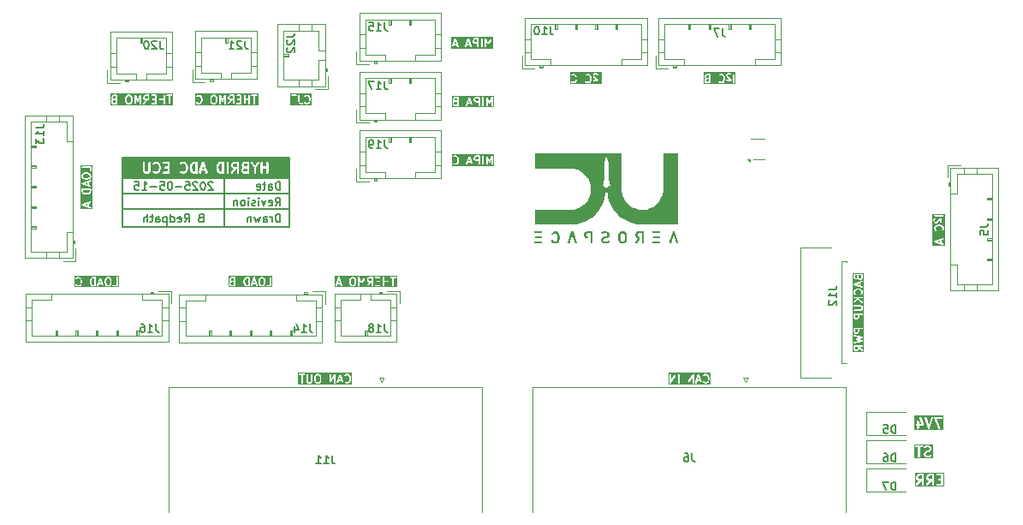
<source format=gbr>
%TF.GenerationSoftware,KiCad,Pcbnew,9.0.0*%
%TF.CreationDate,2025-05-15T12:13:46+12:00*%
%TF.ProjectId,,58585858-5858-4585-9858-585858585858,rev?*%
%TF.SameCoordinates,Original*%
%TF.FileFunction,Legend,Bot*%
%TF.FilePolarity,Positive*%
%FSLAX46Y46*%
G04 Gerber Fmt 4.6, Leading zero omitted, Abs format (unit mm)*
G04 Created by KiCad (PCBNEW 9.0.0) date 2025-05-15 12:13:46*
%MOMM*%
%LPD*%
G01*
G04 APERTURE LIST*
%ADD10C,0.150000*%
%ADD11C,0.200000*%
%ADD12C,0.120000*%
%ADD13C,0.000000*%
G04 APERTURE END LIST*
D10*
X122032159Y-68615615D02*
X122032159Y-67815615D01*
X122032159Y-67815615D02*
X121841683Y-67815615D01*
X121841683Y-67815615D02*
X121727397Y-67853710D01*
X121727397Y-67853710D02*
X121651207Y-67929900D01*
X121651207Y-67929900D02*
X121613112Y-68006091D01*
X121613112Y-68006091D02*
X121575016Y-68158472D01*
X121575016Y-68158472D02*
X121575016Y-68272758D01*
X121575016Y-68272758D02*
X121613112Y-68425139D01*
X121613112Y-68425139D02*
X121651207Y-68501329D01*
X121651207Y-68501329D02*
X121727397Y-68577520D01*
X121727397Y-68577520D02*
X121841683Y-68615615D01*
X121841683Y-68615615D02*
X122032159Y-68615615D01*
X121232159Y-68615615D02*
X121232159Y-68082281D01*
X121232159Y-68234662D02*
X121194064Y-68158472D01*
X121194064Y-68158472D02*
X121155969Y-68120377D01*
X121155969Y-68120377D02*
X121079778Y-68082281D01*
X121079778Y-68082281D02*
X121003588Y-68082281D01*
X120394064Y-68615615D02*
X120394064Y-68196567D01*
X120394064Y-68196567D02*
X120432159Y-68120377D01*
X120432159Y-68120377D02*
X120508350Y-68082281D01*
X120508350Y-68082281D02*
X120660731Y-68082281D01*
X120660731Y-68082281D02*
X120736921Y-68120377D01*
X120394064Y-68577520D02*
X120470255Y-68615615D01*
X120470255Y-68615615D02*
X120660731Y-68615615D01*
X120660731Y-68615615D02*
X120736921Y-68577520D01*
X120736921Y-68577520D02*
X120775017Y-68501329D01*
X120775017Y-68501329D02*
X120775017Y-68425139D01*
X120775017Y-68425139D02*
X120736921Y-68348948D01*
X120736921Y-68348948D02*
X120660731Y-68310853D01*
X120660731Y-68310853D02*
X120470255Y-68310853D01*
X120470255Y-68310853D02*
X120394064Y-68272758D01*
X120089302Y-68082281D02*
X119936921Y-68615615D01*
X119936921Y-68615615D02*
X119784540Y-68234662D01*
X119784540Y-68234662D02*
X119632159Y-68615615D01*
X119632159Y-68615615D02*
X119479778Y-68082281D01*
X119175016Y-68082281D02*
X119175016Y-68615615D01*
X119175016Y-68158472D02*
X119136921Y-68120377D01*
X119136921Y-68120377D02*
X119060731Y-68082281D01*
X119060731Y-68082281D02*
X118946445Y-68082281D01*
X118946445Y-68082281D02*
X118870254Y-68120377D01*
X118870254Y-68120377D02*
X118832159Y-68196567D01*
X118832159Y-68196567D02*
X118832159Y-68615615D01*
X115407035Y-64691805D02*
X115368939Y-64653710D01*
X115368939Y-64653710D02*
X115292749Y-64615615D01*
X115292749Y-64615615D02*
X115102273Y-64615615D01*
X115102273Y-64615615D02*
X115026082Y-64653710D01*
X115026082Y-64653710D02*
X114987987Y-64691805D01*
X114987987Y-64691805D02*
X114949892Y-64767996D01*
X114949892Y-64767996D02*
X114949892Y-64844186D01*
X114949892Y-64844186D02*
X114987987Y-64958472D01*
X114987987Y-64958472D02*
X115445130Y-65415615D01*
X115445130Y-65415615D02*
X114949892Y-65415615D01*
X114454653Y-64615615D02*
X114378463Y-64615615D01*
X114378463Y-64615615D02*
X114302272Y-64653710D01*
X114302272Y-64653710D02*
X114264177Y-64691805D01*
X114264177Y-64691805D02*
X114226082Y-64767996D01*
X114226082Y-64767996D02*
X114187987Y-64920377D01*
X114187987Y-64920377D02*
X114187987Y-65110853D01*
X114187987Y-65110853D02*
X114226082Y-65263234D01*
X114226082Y-65263234D02*
X114264177Y-65339424D01*
X114264177Y-65339424D02*
X114302272Y-65377520D01*
X114302272Y-65377520D02*
X114378463Y-65415615D01*
X114378463Y-65415615D02*
X114454653Y-65415615D01*
X114454653Y-65415615D02*
X114530844Y-65377520D01*
X114530844Y-65377520D02*
X114568939Y-65339424D01*
X114568939Y-65339424D02*
X114607034Y-65263234D01*
X114607034Y-65263234D02*
X114645130Y-65110853D01*
X114645130Y-65110853D02*
X114645130Y-64920377D01*
X114645130Y-64920377D02*
X114607034Y-64767996D01*
X114607034Y-64767996D02*
X114568939Y-64691805D01*
X114568939Y-64691805D02*
X114530844Y-64653710D01*
X114530844Y-64653710D02*
X114454653Y-64615615D01*
X113883225Y-64691805D02*
X113845129Y-64653710D01*
X113845129Y-64653710D02*
X113768939Y-64615615D01*
X113768939Y-64615615D02*
X113578463Y-64615615D01*
X113578463Y-64615615D02*
X113502272Y-64653710D01*
X113502272Y-64653710D02*
X113464177Y-64691805D01*
X113464177Y-64691805D02*
X113426082Y-64767996D01*
X113426082Y-64767996D02*
X113426082Y-64844186D01*
X113426082Y-64844186D02*
X113464177Y-64958472D01*
X113464177Y-64958472D02*
X113921320Y-65415615D01*
X113921320Y-65415615D02*
X113426082Y-65415615D01*
X112702272Y-64615615D02*
X113083224Y-64615615D01*
X113083224Y-64615615D02*
X113121320Y-64996567D01*
X113121320Y-64996567D02*
X113083224Y-64958472D01*
X113083224Y-64958472D02*
X113007034Y-64920377D01*
X113007034Y-64920377D02*
X112816558Y-64920377D01*
X112816558Y-64920377D02*
X112740367Y-64958472D01*
X112740367Y-64958472D02*
X112702272Y-64996567D01*
X112702272Y-64996567D02*
X112664177Y-65072758D01*
X112664177Y-65072758D02*
X112664177Y-65263234D01*
X112664177Y-65263234D02*
X112702272Y-65339424D01*
X112702272Y-65339424D02*
X112740367Y-65377520D01*
X112740367Y-65377520D02*
X112816558Y-65415615D01*
X112816558Y-65415615D02*
X113007034Y-65415615D01*
X113007034Y-65415615D02*
X113083224Y-65377520D01*
X113083224Y-65377520D02*
X113121320Y-65339424D01*
X112321319Y-65110853D02*
X111711796Y-65110853D01*
X111178462Y-64615615D02*
X111102272Y-64615615D01*
X111102272Y-64615615D02*
X111026081Y-64653710D01*
X111026081Y-64653710D02*
X110987986Y-64691805D01*
X110987986Y-64691805D02*
X110949891Y-64767996D01*
X110949891Y-64767996D02*
X110911796Y-64920377D01*
X110911796Y-64920377D02*
X110911796Y-65110853D01*
X110911796Y-65110853D02*
X110949891Y-65263234D01*
X110949891Y-65263234D02*
X110987986Y-65339424D01*
X110987986Y-65339424D02*
X111026081Y-65377520D01*
X111026081Y-65377520D02*
X111102272Y-65415615D01*
X111102272Y-65415615D02*
X111178462Y-65415615D01*
X111178462Y-65415615D02*
X111254653Y-65377520D01*
X111254653Y-65377520D02*
X111292748Y-65339424D01*
X111292748Y-65339424D02*
X111330843Y-65263234D01*
X111330843Y-65263234D02*
X111368939Y-65110853D01*
X111368939Y-65110853D02*
X111368939Y-64920377D01*
X111368939Y-64920377D02*
X111330843Y-64767996D01*
X111330843Y-64767996D02*
X111292748Y-64691805D01*
X111292748Y-64691805D02*
X111254653Y-64653710D01*
X111254653Y-64653710D02*
X111178462Y-64615615D01*
X110187986Y-64615615D02*
X110568938Y-64615615D01*
X110568938Y-64615615D02*
X110607034Y-64996567D01*
X110607034Y-64996567D02*
X110568938Y-64958472D01*
X110568938Y-64958472D02*
X110492748Y-64920377D01*
X110492748Y-64920377D02*
X110302272Y-64920377D01*
X110302272Y-64920377D02*
X110226081Y-64958472D01*
X110226081Y-64958472D02*
X110187986Y-64996567D01*
X110187986Y-64996567D02*
X110149891Y-65072758D01*
X110149891Y-65072758D02*
X110149891Y-65263234D01*
X110149891Y-65263234D02*
X110187986Y-65339424D01*
X110187986Y-65339424D02*
X110226081Y-65377520D01*
X110226081Y-65377520D02*
X110302272Y-65415615D01*
X110302272Y-65415615D02*
X110492748Y-65415615D01*
X110492748Y-65415615D02*
X110568938Y-65377520D01*
X110568938Y-65377520D02*
X110607034Y-65339424D01*
X109807033Y-65110853D02*
X109197510Y-65110853D01*
X108397510Y-65415615D02*
X108854653Y-65415615D01*
X108626081Y-65415615D02*
X108626081Y-64615615D01*
X108626081Y-64615615D02*
X108702272Y-64729900D01*
X108702272Y-64729900D02*
X108778462Y-64806091D01*
X108778462Y-64806091D02*
X108854653Y-64844186D01*
X107673700Y-64615615D02*
X108054652Y-64615615D01*
X108054652Y-64615615D02*
X108092748Y-64996567D01*
X108092748Y-64996567D02*
X108054652Y-64958472D01*
X108054652Y-64958472D02*
X107978462Y-64920377D01*
X107978462Y-64920377D02*
X107787986Y-64920377D01*
X107787986Y-64920377D02*
X107711795Y-64958472D01*
X107711795Y-64958472D02*
X107673700Y-64996567D01*
X107673700Y-64996567D02*
X107635605Y-65072758D01*
X107635605Y-65072758D02*
X107635605Y-65263234D01*
X107635605Y-65263234D02*
X107673700Y-65339424D01*
X107673700Y-65339424D02*
X107711795Y-65377520D01*
X107711795Y-65377520D02*
X107787986Y-65415615D01*
X107787986Y-65415615D02*
X107978462Y-65415615D01*
X107978462Y-65415615D02*
X108054652Y-65377520D01*
X108054652Y-65377520D02*
X108092748Y-65339424D01*
X114187987Y-68196567D02*
X114073701Y-68234662D01*
X114073701Y-68234662D02*
X114035606Y-68272758D01*
X114035606Y-68272758D02*
X113997510Y-68348948D01*
X113997510Y-68348948D02*
X113997510Y-68463234D01*
X113997510Y-68463234D02*
X114035606Y-68539424D01*
X114035606Y-68539424D02*
X114073701Y-68577520D01*
X114073701Y-68577520D02*
X114149891Y-68615615D01*
X114149891Y-68615615D02*
X114454653Y-68615615D01*
X114454653Y-68615615D02*
X114454653Y-67815615D01*
X114454653Y-67815615D02*
X114187987Y-67815615D01*
X114187987Y-67815615D02*
X114111796Y-67853710D01*
X114111796Y-67853710D02*
X114073701Y-67891805D01*
X114073701Y-67891805D02*
X114035606Y-67967996D01*
X114035606Y-67967996D02*
X114035606Y-68044186D01*
X114035606Y-68044186D02*
X114073701Y-68120377D01*
X114073701Y-68120377D02*
X114111796Y-68158472D01*
X114111796Y-68158472D02*
X114187987Y-68196567D01*
X114187987Y-68196567D02*
X114454653Y-68196567D01*
X112587986Y-68615615D02*
X112854653Y-68234662D01*
X113045129Y-68615615D02*
X113045129Y-67815615D01*
X113045129Y-67815615D02*
X112740367Y-67815615D01*
X112740367Y-67815615D02*
X112664177Y-67853710D01*
X112664177Y-67853710D02*
X112626082Y-67891805D01*
X112626082Y-67891805D02*
X112587986Y-67967996D01*
X112587986Y-67967996D02*
X112587986Y-68082281D01*
X112587986Y-68082281D02*
X112626082Y-68158472D01*
X112626082Y-68158472D02*
X112664177Y-68196567D01*
X112664177Y-68196567D02*
X112740367Y-68234662D01*
X112740367Y-68234662D02*
X113045129Y-68234662D01*
X111940367Y-68577520D02*
X112016558Y-68615615D01*
X112016558Y-68615615D02*
X112168939Y-68615615D01*
X112168939Y-68615615D02*
X112245129Y-68577520D01*
X112245129Y-68577520D02*
X112283225Y-68501329D01*
X112283225Y-68501329D02*
X112283225Y-68196567D01*
X112283225Y-68196567D02*
X112245129Y-68120377D01*
X112245129Y-68120377D02*
X112168939Y-68082281D01*
X112168939Y-68082281D02*
X112016558Y-68082281D01*
X112016558Y-68082281D02*
X111940367Y-68120377D01*
X111940367Y-68120377D02*
X111902272Y-68196567D01*
X111902272Y-68196567D02*
X111902272Y-68272758D01*
X111902272Y-68272758D02*
X112283225Y-68348948D01*
X111216558Y-68615615D02*
X111216558Y-67815615D01*
X111216558Y-68577520D02*
X111292749Y-68615615D01*
X111292749Y-68615615D02*
X111445130Y-68615615D01*
X111445130Y-68615615D02*
X111521320Y-68577520D01*
X111521320Y-68577520D02*
X111559415Y-68539424D01*
X111559415Y-68539424D02*
X111597511Y-68463234D01*
X111597511Y-68463234D02*
X111597511Y-68234662D01*
X111597511Y-68234662D02*
X111559415Y-68158472D01*
X111559415Y-68158472D02*
X111521320Y-68120377D01*
X111521320Y-68120377D02*
X111445130Y-68082281D01*
X111445130Y-68082281D02*
X111292749Y-68082281D01*
X111292749Y-68082281D02*
X111216558Y-68120377D01*
X110835605Y-68082281D02*
X110835605Y-68882281D01*
X110835605Y-68120377D02*
X110759415Y-68082281D01*
X110759415Y-68082281D02*
X110607034Y-68082281D01*
X110607034Y-68082281D02*
X110530843Y-68120377D01*
X110530843Y-68120377D02*
X110492748Y-68158472D01*
X110492748Y-68158472D02*
X110454653Y-68234662D01*
X110454653Y-68234662D02*
X110454653Y-68463234D01*
X110454653Y-68463234D02*
X110492748Y-68539424D01*
X110492748Y-68539424D02*
X110530843Y-68577520D01*
X110530843Y-68577520D02*
X110607034Y-68615615D01*
X110607034Y-68615615D02*
X110759415Y-68615615D01*
X110759415Y-68615615D02*
X110835605Y-68577520D01*
X109768938Y-68615615D02*
X109768938Y-68196567D01*
X109768938Y-68196567D02*
X109807033Y-68120377D01*
X109807033Y-68120377D02*
X109883224Y-68082281D01*
X109883224Y-68082281D02*
X110035605Y-68082281D01*
X110035605Y-68082281D02*
X110111795Y-68120377D01*
X109768938Y-68577520D02*
X109845129Y-68615615D01*
X109845129Y-68615615D02*
X110035605Y-68615615D01*
X110035605Y-68615615D02*
X110111795Y-68577520D01*
X110111795Y-68577520D02*
X110149891Y-68501329D01*
X110149891Y-68501329D02*
X110149891Y-68425139D01*
X110149891Y-68425139D02*
X110111795Y-68348948D01*
X110111795Y-68348948D02*
X110035605Y-68310853D01*
X110035605Y-68310853D02*
X109845129Y-68310853D01*
X109845129Y-68310853D02*
X109768938Y-68272758D01*
X109502271Y-68082281D02*
X109197509Y-68082281D01*
X109387985Y-67815615D02*
X109387985Y-68501329D01*
X109387985Y-68501329D02*
X109349890Y-68577520D01*
X109349890Y-68577520D02*
X109273700Y-68615615D01*
X109273700Y-68615615D02*
X109197509Y-68615615D01*
X108930842Y-68615615D02*
X108930842Y-67815615D01*
X108587985Y-68615615D02*
X108587985Y-68196567D01*
X108587985Y-68196567D02*
X108626080Y-68120377D01*
X108626080Y-68120377D02*
X108702271Y-68082281D01*
X108702271Y-68082281D02*
X108816557Y-68082281D01*
X108816557Y-68082281D02*
X108892747Y-68120377D01*
X108892747Y-68120377D02*
X108930842Y-68158472D01*
X121575016Y-66983615D02*
X121841683Y-66602662D01*
X122032159Y-66983615D02*
X122032159Y-66183615D01*
X122032159Y-66183615D02*
X121727397Y-66183615D01*
X121727397Y-66183615D02*
X121651207Y-66221710D01*
X121651207Y-66221710D02*
X121613112Y-66259805D01*
X121613112Y-66259805D02*
X121575016Y-66335996D01*
X121575016Y-66335996D02*
X121575016Y-66450281D01*
X121575016Y-66450281D02*
X121613112Y-66526472D01*
X121613112Y-66526472D02*
X121651207Y-66564567D01*
X121651207Y-66564567D02*
X121727397Y-66602662D01*
X121727397Y-66602662D02*
X122032159Y-66602662D01*
X120927397Y-66945520D02*
X121003588Y-66983615D01*
X121003588Y-66983615D02*
X121155969Y-66983615D01*
X121155969Y-66983615D02*
X121232159Y-66945520D01*
X121232159Y-66945520D02*
X121270255Y-66869329D01*
X121270255Y-66869329D02*
X121270255Y-66564567D01*
X121270255Y-66564567D02*
X121232159Y-66488377D01*
X121232159Y-66488377D02*
X121155969Y-66450281D01*
X121155969Y-66450281D02*
X121003588Y-66450281D01*
X121003588Y-66450281D02*
X120927397Y-66488377D01*
X120927397Y-66488377D02*
X120889302Y-66564567D01*
X120889302Y-66564567D02*
X120889302Y-66640758D01*
X120889302Y-66640758D02*
X121270255Y-66716948D01*
X120622636Y-66450281D02*
X120432160Y-66983615D01*
X120432160Y-66983615D02*
X120241683Y-66450281D01*
X119936921Y-66983615D02*
X119936921Y-66450281D01*
X119936921Y-66183615D02*
X119975017Y-66221710D01*
X119975017Y-66221710D02*
X119936921Y-66259805D01*
X119936921Y-66259805D02*
X119898826Y-66221710D01*
X119898826Y-66221710D02*
X119936921Y-66183615D01*
X119936921Y-66183615D02*
X119936921Y-66259805D01*
X119594065Y-66945520D02*
X119517874Y-66983615D01*
X119517874Y-66983615D02*
X119365493Y-66983615D01*
X119365493Y-66983615D02*
X119289303Y-66945520D01*
X119289303Y-66945520D02*
X119251207Y-66869329D01*
X119251207Y-66869329D02*
X119251207Y-66831234D01*
X119251207Y-66831234D02*
X119289303Y-66755043D01*
X119289303Y-66755043D02*
X119365493Y-66716948D01*
X119365493Y-66716948D02*
X119479779Y-66716948D01*
X119479779Y-66716948D02*
X119555969Y-66678853D01*
X119555969Y-66678853D02*
X119594065Y-66602662D01*
X119594065Y-66602662D02*
X119594065Y-66564567D01*
X119594065Y-66564567D02*
X119555969Y-66488377D01*
X119555969Y-66488377D02*
X119479779Y-66450281D01*
X119479779Y-66450281D02*
X119365493Y-66450281D01*
X119365493Y-66450281D02*
X119289303Y-66488377D01*
X118908350Y-66983615D02*
X118908350Y-66450281D01*
X118908350Y-66183615D02*
X118946446Y-66221710D01*
X118946446Y-66221710D02*
X118908350Y-66259805D01*
X118908350Y-66259805D02*
X118870255Y-66221710D01*
X118870255Y-66221710D02*
X118908350Y-66183615D01*
X118908350Y-66183615D02*
X118908350Y-66259805D01*
X118413113Y-66983615D02*
X118489303Y-66945520D01*
X118489303Y-66945520D02*
X118527398Y-66907424D01*
X118527398Y-66907424D02*
X118565494Y-66831234D01*
X118565494Y-66831234D02*
X118565494Y-66602662D01*
X118565494Y-66602662D02*
X118527398Y-66526472D01*
X118527398Y-66526472D02*
X118489303Y-66488377D01*
X118489303Y-66488377D02*
X118413113Y-66450281D01*
X118413113Y-66450281D02*
X118298827Y-66450281D01*
X118298827Y-66450281D02*
X118222636Y-66488377D01*
X118222636Y-66488377D02*
X118184541Y-66526472D01*
X118184541Y-66526472D02*
X118146446Y-66602662D01*
X118146446Y-66602662D02*
X118146446Y-66831234D01*
X118146446Y-66831234D02*
X118184541Y-66907424D01*
X118184541Y-66907424D02*
X118222636Y-66945520D01*
X118222636Y-66945520D02*
X118298827Y-66983615D01*
X118298827Y-66983615D02*
X118413113Y-66983615D01*
X117803588Y-66450281D02*
X117803588Y-66983615D01*
X117803588Y-66526472D02*
X117765493Y-66488377D01*
X117765493Y-66488377D02*
X117689303Y-66450281D01*
X117689303Y-66450281D02*
X117575017Y-66450281D01*
X117575017Y-66450281D02*
X117498826Y-66488377D01*
X117498826Y-66488377D02*
X117460731Y-66564567D01*
X117460731Y-66564567D02*
X117460731Y-66983615D01*
D11*
X106411320Y-62263320D02*
X122921320Y-62263320D01*
X122921320Y-69121320D01*
X106411320Y-69121320D01*
X106411320Y-62263320D01*
X106411320Y-64295320D02*
X122921320Y-64295320D01*
X106538320Y-65819320D02*
X122921320Y-65819320D01*
D10*
X122032159Y-65415615D02*
X122032159Y-64615615D01*
X122032159Y-64615615D02*
X121841683Y-64615615D01*
X121841683Y-64615615D02*
X121727397Y-64653710D01*
X121727397Y-64653710D02*
X121651207Y-64729900D01*
X121651207Y-64729900D02*
X121613112Y-64806091D01*
X121613112Y-64806091D02*
X121575016Y-64958472D01*
X121575016Y-64958472D02*
X121575016Y-65072758D01*
X121575016Y-65072758D02*
X121613112Y-65225139D01*
X121613112Y-65225139D02*
X121651207Y-65301329D01*
X121651207Y-65301329D02*
X121727397Y-65377520D01*
X121727397Y-65377520D02*
X121841683Y-65415615D01*
X121841683Y-65415615D02*
X122032159Y-65415615D01*
X120889302Y-65415615D02*
X120889302Y-64996567D01*
X120889302Y-64996567D02*
X120927397Y-64920377D01*
X120927397Y-64920377D02*
X121003588Y-64882281D01*
X121003588Y-64882281D02*
X121155969Y-64882281D01*
X121155969Y-64882281D02*
X121232159Y-64920377D01*
X120889302Y-65377520D02*
X120965493Y-65415615D01*
X120965493Y-65415615D02*
X121155969Y-65415615D01*
X121155969Y-65415615D02*
X121232159Y-65377520D01*
X121232159Y-65377520D02*
X121270255Y-65301329D01*
X121270255Y-65301329D02*
X121270255Y-65225139D01*
X121270255Y-65225139D02*
X121232159Y-65148948D01*
X121232159Y-65148948D02*
X121155969Y-65110853D01*
X121155969Y-65110853D02*
X120965493Y-65110853D01*
X120965493Y-65110853D02*
X120889302Y-65072758D01*
X120622635Y-64882281D02*
X120317873Y-64882281D01*
X120508349Y-64615615D02*
X120508349Y-65301329D01*
X120508349Y-65301329D02*
X120470254Y-65377520D01*
X120470254Y-65377520D02*
X120394064Y-65415615D01*
X120394064Y-65415615D02*
X120317873Y-65415615D01*
X119746444Y-65377520D02*
X119822635Y-65415615D01*
X119822635Y-65415615D02*
X119975016Y-65415615D01*
X119975016Y-65415615D02*
X120051206Y-65377520D01*
X120051206Y-65377520D02*
X120089302Y-65301329D01*
X120089302Y-65301329D02*
X120089302Y-64996567D01*
X120089302Y-64996567D02*
X120051206Y-64920377D01*
X120051206Y-64920377D02*
X119975016Y-64882281D01*
X119975016Y-64882281D02*
X119822635Y-64882281D01*
X119822635Y-64882281D02*
X119746444Y-64920377D01*
X119746444Y-64920377D02*
X119708349Y-64996567D01*
X119708349Y-64996567D02*
X119708349Y-65072758D01*
X119708349Y-65072758D02*
X120089302Y-65148948D01*
D11*
X116521320Y-64308320D02*
X116521320Y-69134320D01*
X106411320Y-67343320D02*
X122921320Y-67343320D01*
G36*
X113685367Y-63631539D02*
G01*
X113563498Y-63631539D01*
X113458433Y-63596517D01*
X113391363Y-63529447D01*
X113355909Y-63458538D01*
X113313939Y-63290657D01*
X113313939Y-63172420D01*
X113355909Y-63004538D01*
X113391362Y-62933632D01*
X113458434Y-62866560D01*
X113563498Y-62831539D01*
X113685367Y-62831539D01*
X113685367Y-63631539D01*
G37*
G36*
X116304415Y-63631539D02*
G01*
X116182546Y-63631539D01*
X116077481Y-63596517D01*
X116010411Y-63529447D01*
X115974957Y-63458538D01*
X115932987Y-63290657D01*
X115932987Y-63172420D01*
X115974957Y-63004538D01*
X116010410Y-62933632D01*
X116077482Y-62866560D01*
X116182546Y-62831539D01*
X116304415Y-62831539D01*
X116304415Y-63631539D01*
G37*
G36*
X118780605Y-63631539D02*
G01*
X118523260Y-63631539D01*
X118463650Y-63601734D01*
X118438983Y-63577066D01*
X118409177Y-63517454D01*
X118409177Y-63421812D01*
X118438982Y-63362202D01*
X118458433Y-63342750D01*
X118563498Y-63307729D01*
X118780605Y-63307729D01*
X118780605Y-63631539D01*
G37*
G36*
X118780605Y-63107729D02*
G01*
X118570879Y-63107729D01*
X118511269Y-63077924D01*
X118486601Y-63053255D01*
X118456796Y-62993645D01*
X118456796Y-62945622D01*
X118486601Y-62886012D01*
X118511269Y-62861343D01*
X118570879Y-62831539D01*
X118780605Y-62831539D01*
X118780605Y-63107729D01*
G37*
G36*
X117780605Y-63155348D02*
G01*
X117523260Y-63155348D01*
X117463650Y-63125543D01*
X117438982Y-63100874D01*
X117409177Y-63041264D01*
X117409177Y-62945622D01*
X117438982Y-62886012D01*
X117463650Y-62861343D01*
X117523260Y-62831539D01*
X117780605Y-62831539D01*
X117780605Y-63155348D01*
G37*
G36*
X114551387Y-63345824D02*
G01*
X114352682Y-63345824D01*
X114452034Y-63047766D01*
X114551387Y-63345824D01*
G37*
G36*
X120996478Y-63942650D02*
G01*
X108336161Y-63942650D01*
X108336161Y-62731539D01*
X108447272Y-62731539D01*
X108447272Y-63541062D01*
X108449193Y-63560571D01*
X108450568Y-63563891D01*
X108450823Y-63567475D01*
X108457829Y-63585783D01*
X108505448Y-63681021D01*
X108510731Y-63689413D01*
X108511743Y-63691857D01*
X108513999Y-63694606D01*
X108515891Y-63697611D01*
X108517885Y-63699340D01*
X108524180Y-63707010D01*
X108571798Y-63754630D01*
X108579466Y-63760923D01*
X108581198Y-63762920D01*
X108584206Y-63764813D01*
X108586952Y-63767067D01*
X108589392Y-63768077D01*
X108597789Y-63773363D01*
X108693026Y-63820982D01*
X108711335Y-63827988D01*
X108714918Y-63828242D01*
X108718239Y-63829618D01*
X108737748Y-63831539D01*
X108928224Y-63831539D01*
X108947733Y-63829618D01*
X108951053Y-63828242D01*
X108954637Y-63827988D01*
X108972945Y-63820982D01*
X109068183Y-63773363D01*
X109076578Y-63768078D01*
X109079020Y-63767067D01*
X109081767Y-63764811D01*
X109084773Y-63762920D01*
X109086503Y-63760925D01*
X109094173Y-63754630D01*
X109141792Y-63707010D01*
X109148084Y-63699343D01*
X109150081Y-63697612D01*
X109151974Y-63694604D01*
X109154229Y-63691857D01*
X109155240Y-63689415D01*
X109160524Y-63681021D01*
X109208143Y-63585784D01*
X109215149Y-63567475D01*
X109215403Y-63563891D01*
X109216779Y-63560571D01*
X109218700Y-63541062D01*
X109218700Y-62807268D01*
X109449193Y-62807268D01*
X109449193Y-62846286D01*
X109464125Y-62882334D01*
X109491715Y-62909924D01*
X109527763Y-62924856D01*
X109566781Y-62924856D01*
X109602829Y-62909924D01*
X109617983Y-62897488D01*
X109648909Y-62866560D01*
X109753974Y-62831539D01*
X109816759Y-62831539D01*
X109921823Y-62866560D01*
X109988896Y-62933633D01*
X110024348Y-63004538D01*
X110066319Y-63172419D01*
X110066319Y-63290657D01*
X110024348Y-63458538D01*
X109988895Y-63529444D01*
X109921824Y-63596517D01*
X109816759Y-63631539D01*
X109753974Y-63631539D01*
X109648909Y-63596517D01*
X109617983Y-63565590D01*
X109602830Y-63553153D01*
X109566782Y-63538222D01*
X109527764Y-63538221D01*
X109491715Y-63553152D01*
X109464125Y-63580742D01*
X109449194Y-63616790D01*
X109449193Y-63655808D01*
X109464124Y-63691857D01*
X109476561Y-63707010D01*
X109524179Y-63754630D01*
X109539333Y-63767067D01*
X109542652Y-63768442D01*
X109545368Y-63770797D01*
X109563268Y-63778788D01*
X109706125Y-63826407D01*
X109715797Y-63828606D01*
X109718239Y-63829618D01*
X109721776Y-63829966D01*
X109725240Y-63830754D01*
X109727874Y-63830566D01*
X109737748Y-63831539D01*
X109832986Y-63831539D01*
X109842859Y-63830566D01*
X109845493Y-63830754D01*
X109848956Y-63829966D01*
X109852495Y-63829618D01*
X109854937Y-63828606D01*
X109864609Y-63826407D01*
X110007465Y-63778788D01*
X110025366Y-63770797D01*
X110028081Y-63768442D01*
X110031401Y-63767067D01*
X110046554Y-63754630D01*
X110141792Y-63659391D01*
X110148084Y-63651724D01*
X110150081Y-63649993D01*
X110151974Y-63646985D01*
X110154229Y-63644238D01*
X110155240Y-63641796D01*
X110160524Y-63633402D01*
X110208143Y-63538165D01*
X110208689Y-63536736D01*
X110209119Y-63536157D01*
X110212040Y-63527980D01*
X110215149Y-63519856D01*
X110215200Y-63519135D01*
X110215714Y-63517697D01*
X110263333Y-63327221D01*
X110263833Y-63323839D01*
X110264398Y-63322476D01*
X110265121Y-63315125D01*
X110266201Y-63307828D01*
X110265983Y-63306369D01*
X110266319Y-63302967D01*
X110266319Y-63160110D01*
X110265983Y-63156707D01*
X110266201Y-63155249D01*
X110265121Y-63147951D01*
X110264398Y-63140601D01*
X110263833Y-63139237D01*
X110263333Y-63135856D01*
X110215714Y-62945380D01*
X110215200Y-62943941D01*
X110215149Y-62943221D01*
X110212040Y-62935096D01*
X110209119Y-62926920D01*
X110208689Y-62926340D01*
X110208143Y-62924912D01*
X110160524Y-62829675D01*
X110155237Y-62821276D01*
X110154228Y-62818839D01*
X110151976Y-62816095D01*
X110150081Y-62813084D01*
X110148083Y-62811351D01*
X110141792Y-62803685D01*
X110050137Y-62712030D01*
X110449193Y-62712030D01*
X110449193Y-62751048D01*
X110464125Y-62787096D01*
X110491715Y-62814686D01*
X110527763Y-62829618D01*
X110547272Y-62831539D01*
X110923462Y-62831539D01*
X110923462Y-63107729D01*
X110690129Y-63107729D01*
X110670620Y-63109650D01*
X110634572Y-63124582D01*
X110606982Y-63152172D01*
X110592050Y-63188220D01*
X110592050Y-63227238D01*
X110606982Y-63263286D01*
X110634572Y-63290876D01*
X110670620Y-63305808D01*
X110690129Y-63307729D01*
X110923462Y-63307729D01*
X110923462Y-63631539D01*
X110547272Y-63631539D01*
X110527763Y-63633460D01*
X110491715Y-63648392D01*
X110464125Y-63675982D01*
X110449193Y-63712030D01*
X110449193Y-63751048D01*
X110464125Y-63787096D01*
X110491715Y-63814686D01*
X110527763Y-63829618D01*
X110547272Y-63831539D01*
X111023462Y-63831539D01*
X111042971Y-63829618D01*
X111079019Y-63814686D01*
X111106609Y-63787096D01*
X111121541Y-63751048D01*
X111123462Y-63731539D01*
X111123462Y-62807268D01*
X112115860Y-62807268D01*
X112115860Y-62846286D01*
X112130792Y-62882334D01*
X112158382Y-62909924D01*
X112194430Y-62924856D01*
X112233448Y-62924856D01*
X112269496Y-62909924D01*
X112284650Y-62897488D01*
X112315576Y-62866560D01*
X112420641Y-62831539D01*
X112483426Y-62831539D01*
X112588490Y-62866560D01*
X112655563Y-62933633D01*
X112691015Y-63004538D01*
X112732986Y-63172419D01*
X112732986Y-63290657D01*
X112691015Y-63458538D01*
X112655562Y-63529444D01*
X112588491Y-63596517D01*
X112483426Y-63631539D01*
X112420641Y-63631539D01*
X112315576Y-63596517D01*
X112284650Y-63565590D01*
X112269497Y-63553153D01*
X112233449Y-63538222D01*
X112194431Y-63538221D01*
X112158382Y-63553152D01*
X112130792Y-63580742D01*
X112115861Y-63616790D01*
X112115860Y-63655808D01*
X112130791Y-63691857D01*
X112143228Y-63707010D01*
X112190846Y-63754630D01*
X112206000Y-63767067D01*
X112209319Y-63768442D01*
X112212035Y-63770797D01*
X112229935Y-63778788D01*
X112372792Y-63826407D01*
X112382464Y-63828606D01*
X112384906Y-63829618D01*
X112388443Y-63829966D01*
X112391907Y-63830754D01*
X112394541Y-63830566D01*
X112404415Y-63831539D01*
X112499653Y-63831539D01*
X112509526Y-63830566D01*
X112512160Y-63830754D01*
X112515623Y-63829966D01*
X112519162Y-63829618D01*
X112521604Y-63828606D01*
X112531276Y-63826407D01*
X112674132Y-63778788D01*
X112692033Y-63770797D01*
X112694748Y-63768442D01*
X112698068Y-63767067D01*
X112713221Y-63754630D01*
X112808459Y-63659391D01*
X112814751Y-63651724D01*
X112816748Y-63649993D01*
X112818641Y-63646985D01*
X112820896Y-63644238D01*
X112821907Y-63641796D01*
X112827191Y-63633402D01*
X112874810Y-63538165D01*
X112875356Y-63536736D01*
X112875786Y-63536157D01*
X112878707Y-63527980D01*
X112881816Y-63519856D01*
X112881867Y-63519135D01*
X112882381Y-63517697D01*
X112930000Y-63327221D01*
X112930500Y-63323839D01*
X112931065Y-63322476D01*
X112931788Y-63315125D01*
X112932868Y-63307828D01*
X112932650Y-63306369D01*
X112932986Y-63302967D01*
X112932986Y-63160110D01*
X113113939Y-63160110D01*
X113113939Y-63302967D01*
X113114274Y-63306369D01*
X113114057Y-63307828D01*
X113115136Y-63315125D01*
X113115860Y-63322476D01*
X113116424Y-63323839D01*
X113116925Y-63327221D01*
X113164544Y-63517696D01*
X113165057Y-63519133D01*
X113165109Y-63519856D01*
X113168217Y-63527980D01*
X113171139Y-63536157D01*
X113171569Y-63536737D01*
X113172115Y-63538164D01*
X113219734Y-63633402D01*
X113225016Y-63641794D01*
X113226029Y-63644238D01*
X113228285Y-63646987D01*
X113230177Y-63649992D01*
X113232171Y-63651721D01*
X113238466Y-63659391D01*
X113333704Y-63754631D01*
X113348857Y-63767067D01*
X113352176Y-63768442D01*
X113354892Y-63770797D01*
X113372792Y-63778788D01*
X113515649Y-63826407D01*
X113525321Y-63828606D01*
X113527763Y-63829618D01*
X113531300Y-63829966D01*
X113534764Y-63830754D01*
X113537398Y-63830566D01*
X113547272Y-63831539D01*
X113785367Y-63831539D01*
X113804876Y-63829618D01*
X113840924Y-63814686D01*
X113868514Y-63787096D01*
X113883446Y-63751048D01*
X113885367Y-63731539D01*
X113885367Y-63719032D01*
X114019486Y-63719032D01*
X114022252Y-63757952D01*
X114039702Y-63792851D01*
X114069178Y-63818416D01*
X114106194Y-63830754D01*
X114145114Y-63827988D01*
X114180013Y-63810538D01*
X114205578Y-63781062D01*
X114213569Y-63763162D01*
X114286015Y-63545824D01*
X114618053Y-63545824D01*
X114690499Y-63763161D01*
X114698490Y-63781062D01*
X114724055Y-63810538D01*
X114758954Y-63827987D01*
X114797874Y-63830754D01*
X114834890Y-63818415D01*
X114864366Y-63792850D01*
X114881816Y-63757951D01*
X114884582Y-63719031D01*
X114880235Y-63699916D01*
X114700300Y-63160110D01*
X115732987Y-63160110D01*
X115732987Y-63302967D01*
X115733322Y-63306369D01*
X115733105Y-63307828D01*
X115734184Y-63315125D01*
X115734908Y-63322476D01*
X115735472Y-63323839D01*
X115735973Y-63327221D01*
X115783592Y-63517696D01*
X115784105Y-63519133D01*
X115784157Y-63519856D01*
X115787265Y-63527980D01*
X115790187Y-63536157D01*
X115790617Y-63536737D01*
X115791163Y-63538164D01*
X115838782Y-63633402D01*
X115844064Y-63641794D01*
X115845077Y-63644238D01*
X115847333Y-63646987D01*
X115849225Y-63649992D01*
X115851219Y-63651721D01*
X115857514Y-63659391D01*
X115952752Y-63754631D01*
X115967905Y-63767067D01*
X115971224Y-63768442D01*
X115973940Y-63770797D01*
X115991840Y-63778788D01*
X116134697Y-63826407D01*
X116144369Y-63828606D01*
X116146811Y-63829618D01*
X116150348Y-63829966D01*
X116153812Y-63830754D01*
X116156446Y-63830566D01*
X116166320Y-63831539D01*
X116404415Y-63831539D01*
X116423924Y-63829618D01*
X116459972Y-63814686D01*
X116487562Y-63787096D01*
X116502494Y-63751048D01*
X116504415Y-63731539D01*
X116504415Y-62731539D01*
X116780605Y-62731539D01*
X116780605Y-63731539D01*
X116782526Y-63751048D01*
X116797458Y-63787096D01*
X116825048Y-63814686D01*
X116861096Y-63829618D01*
X116900114Y-63829618D01*
X116936162Y-63814686D01*
X116963752Y-63787096D01*
X116978684Y-63751048D01*
X116980605Y-63731539D01*
X116980605Y-62922015D01*
X117209177Y-62922015D01*
X117209177Y-63064872D01*
X117211098Y-63084381D01*
X117212473Y-63087701D01*
X117212728Y-63091285D01*
X117219734Y-63109593D01*
X117267353Y-63204831D01*
X117272638Y-63213227D01*
X117273649Y-63215667D01*
X117275902Y-63218413D01*
X117277796Y-63221421D01*
X117279790Y-63223150D01*
X117286085Y-63230821D01*
X117333704Y-63278439D01*
X117341370Y-63284731D01*
X117343103Y-63286729D01*
X117346111Y-63288622D01*
X117348857Y-63290876D01*
X117351297Y-63291886D01*
X117359694Y-63297172D01*
X117454931Y-63344791D01*
X117457221Y-63345667D01*
X117227254Y-63674193D01*
X117217640Y-63691277D01*
X117209200Y-63729371D01*
X117215981Y-63767796D01*
X117236950Y-63800701D01*
X117268915Y-63823076D01*
X117307009Y-63831516D01*
X117345434Y-63824735D01*
X117378339Y-63803766D01*
X117391100Y-63788885D01*
X117694575Y-63355348D01*
X117780605Y-63355348D01*
X117780605Y-63731539D01*
X117782526Y-63751048D01*
X117797458Y-63787096D01*
X117825048Y-63814686D01*
X117861096Y-63829618D01*
X117900114Y-63829618D01*
X117936162Y-63814686D01*
X117963752Y-63787096D01*
X117978684Y-63751048D01*
X117980605Y-63731539D01*
X117980605Y-63398205D01*
X118209177Y-63398205D01*
X118209177Y-63541062D01*
X118211098Y-63560571D01*
X118212473Y-63563891D01*
X118212728Y-63567475D01*
X118219734Y-63585783D01*
X118267353Y-63681021D01*
X118272636Y-63689413D01*
X118273648Y-63691857D01*
X118275904Y-63694606D01*
X118277796Y-63697611D01*
X118279790Y-63699340D01*
X118286085Y-63707010D01*
X118333703Y-63754630D01*
X118341371Y-63760923D01*
X118343103Y-63762920D01*
X118346111Y-63764813D01*
X118348857Y-63767067D01*
X118351297Y-63768077D01*
X118359694Y-63773363D01*
X118454931Y-63820982D01*
X118473240Y-63827988D01*
X118476823Y-63828242D01*
X118480144Y-63829618D01*
X118499653Y-63831539D01*
X118880605Y-63831539D01*
X118900114Y-63829618D01*
X118936162Y-63814686D01*
X118963752Y-63787096D01*
X118978684Y-63751048D01*
X118980605Y-63731539D01*
X118980605Y-62731539D01*
X118980385Y-62729307D01*
X119113964Y-62729307D01*
X119120720Y-62767736D01*
X119129573Y-62785227D01*
X119447272Y-63284468D01*
X119447272Y-63731539D01*
X119449193Y-63751048D01*
X119464125Y-63787096D01*
X119491715Y-63814686D01*
X119527763Y-63829618D01*
X119566781Y-63829618D01*
X119602829Y-63814686D01*
X119630419Y-63787096D01*
X119645351Y-63751048D01*
X119647272Y-63731539D01*
X119647272Y-63284468D01*
X119964971Y-62785226D01*
X119973824Y-62767736D01*
X119980188Y-62731539D01*
X120113939Y-62731539D01*
X120113939Y-63731539D01*
X120115860Y-63751048D01*
X120130792Y-63787096D01*
X120158382Y-63814686D01*
X120194430Y-63829618D01*
X120233448Y-63829618D01*
X120269496Y-63814686D01*
X120297086Y-63787096D01*
X120312018Y-63751048D01*
X120313939Y-63731539D01*
X120313939Y-63307729D01*
X120685367Y-63307729D01*
X120685367Y-63731539D01*
X120687288Y-63751048D01*
X120702220Y-63787096D01*
X120729810Y-63814686D01*
X120765858Y-63829618D01*
X120804876Y-63829618D01*
X120840924Y-63814686D01*
X120868514Y-63787096D01*
X120883446Y-63751048D01*
X120885367Y-63731539D01*
X120885367Y-62731539D01*
X120883446Y-62712030D01*
X120868514Y-62675982D01*
X120840924Y-62648392D01*
X120804876Y-62633460D01*
X120765858Y-62633460D01*
X120729810Y-62648392D01*
X120702220Y-62675982D01*
X120687288Y-62712030D01*
X120685367Y-62731539D01*
X120685367Y-63107729D01*
X120313939Y-63107729D01*
X120313939Y-62731539D01*
X120312018Y-62712030D01*
X120297086Y-62675982D01*
X120269496Y-62648392D01*
X120233448Y-62633460D01*
X120194430Y-62633460D01*
X120158382Y-62648392D01*
X120130792Y-62675982D01*
X120115860Y-62712030D01*
X120113939Y-62731539D01*
X119980188Y-62731539D01*
X119980580Y-62729307D01*
X119972116Y-62691218D01*
X119949720Y-62659267D01*
X119916802Y-62638319D01*
X119878373Y-62631564D01*
X119840284Y-62640028D01*
X119808334Y-62662424D01*
X119796239Y-62677851D01*
X119547271Y-63069085D01*
X119298305Y-62677851D01*
X119286211Y-62662424D01*
X119254260Y-62640028D01*
X119216171Y-62631564D01*
X119177742Y-62638320D01*
X119144824Y-62659267D01*
X119122428Y-62691218D01*
X119113964Y-62729307D01*
X118980385Y-62729307D01*
X118978684Y-62712030D01*
X118963752Y-62675982D01*
X118936162Y-62648392D01*
X118900114Y-62633460D01*
X118880605Y-62631539D01*
X118547272Y-62631539D01*
X118527763Y-62633460D01*
X118524442Y-62634835D01*
X118520859Y-62635090D01*
X118502550Y-62642096D01*
X118407313Y-62689715D01*
X118398916Y-62695000D01*
X118396476Y-62696011D01*
X118393730Y-62698264D01*
X118390722Y-62700158D01*
X118388989Y-62702155D01*
X118381323Y-62708448D01*
X118333704Y-62756066D01*
X118327409Y-62763736D01*
X118325415Y-62765466D01*
X118323521Y-62768473D01*
X118321268Y-62771220D01*
X118320257Y-62773659D01*
X118314972Y-62782056D01*
X118267353Y-62877294D01*
X118260347Y-62895602D01*
X118260092Y-62899185D01*
X118258717Y-62902506D01*
X118256796Y-62922015D01*
X118256796Y-63017253D01*
X118258717Y-63036762D01*
X118260092Y-63040082D01*
X118260347Y-63043666D01*
X118267353Y-63061974D01*
X118314972Y-63157212D01*
X118320257Y-63165608D01*
X118321268Y-63168048D01*
X118323521Y-63170794D01*
X118325415Y-63173802D01*
X118327409Y-63175531D01*
X118333704Y-63183202D01*
X118334492Y-63183990D01*
X118333704Y-63184638D01*
X118286085Y-63232256D01*
X118279790Y-63239926D01*
X118277796Y-63241656D01*
X118275902Y-63244663D01*
X118273649Y-63247410D01*
X118272638Y-63249849D01*
X118267353Y-63258246D01*
X118219734Y-63353484D01*
X118212728Y-63371792D01*
X118212473Y-63375375D01*
X118211098Y-63378696D01*
X118209177Y-63398205D01*
X117980605Y-63398205D01*
X117980605Y-62731539D01*
X117978684Y-62712030D01*
X117963752Y-62675982D01*
X117936162Y-62648392D01*
X117900114Y-62633460D01*
X117880605Y-62631539D01*
X117499653Y-62631539D01*
X117480144Y-62633460D01*
X117476823Y-62634835D01*
X117473240Y-62635090D01*
X117454931Y-62642096D01*
X117359694Y-62689715D01*
X117351297Y-62695000D01*
X117348857Y-62696011D01*
X117346111Y-62698264D01*
X117343103Y-62700158D01*
X117341370Y-62702155D01*
X117333704Y-62708448D01*
X117286085Y-62756066D01*
X117279790Y-62763736D01*
X117277796Y-62765466D01*
X117275902Y-62768473D01*
X117273649Y-62771220D01*
X117272638Y-62773659D01*
X117267353Y-62782056D01*
X117219734Y-62877294D01*
X117212728Y-62895602D01*
X117212473Y-62899185D01*
X117211098Y-62902506D01*
X117209177Y-62922015D01*
X116980605Y-62922015D01*
X116980605Y-62731539D01*
X116978684Y-62712030D01*
X116963752Y-62675982D01*
X116936162Y-62648392D01*
X116900114Y-62633460D01*
X116861096Y-62633460D01*
X116825048Y-62648392D01*
X116797458Y-62675982D01*
X116782526Y-62712030D01*
X116780605Y-62731539D01*
X116504415Y-62731539D01*
X116502494Y-62712030D01*
X116487562Y-62675982D01*
X116459972Y-62648392D01*
X116423924Y-62633460D01*
X116404415Y-62631539D01*
X116166320Y-62631539D01*
X116156446Y-62632511D01*
X116153812Y-62632324D01*
X116150348Y-62633111D01*
X116146811Y-62633460D01*
X116144369Y-62634471D01*
X116134697Y-62636671D01*
X115991840Y-62684290D01*
X115973940Y-62692281D01*
X115971224Y-62694636D01*
X115967906Y-62696011D01*
X115952752Y-62708447D01*
X115857514Y-62803685D01*
X115851219Y-62811355D01*
X115849225Y-62813085D01*
X115847331Y-62816092D01*
X115845078Y-62818839D01*
X115844067Y-62821278D01*
X115838782Y-62829675D01*
X115791163Y-62924913D01*
X115790617Y-62926339D01*
X115790187Y-62926920D01*
X115787265Y-62935096D01*
X115784157Y-62943221D01*
X115784105Y-62943943D01*
X115783592Y-62945381D01*
X115735973Y-63135856D01*
X115735472Y-63139237D01*
X115734908Y-63140601D01*
X115734184Y-63147951D01*
X115733105Y-63155249D01*
X115733322Y-63156707D01*
X115732987Y-63160110D01*
X114700300Y-63160110D01*
X114546902Y-62699916D01*
X114538911Y-62682016D01*
X114534226Y-62676614D01*
X114531033Y-62670228D01*
X114521564Y-62662015D01*
X114513346Y-62652540D01*
X114506954Y-62649343D01*
X114501557Y-62644663D01*
X114489663Y-62640698D01*
X114478447Y-62635090D01*
X114471319Y-62634583D01*
X114464541Y-62632324D01*
X114452036Y-62633213D01*
X114439527Y-62632324D01*
X114432745Y-62634584D01*
X114425621Y-62635091D01*
X114414412Y-62640694D01*
X114402511Y-62644662D01*
X114397110Y-62649345D01*
X114390722Y-62652540D01*
X114382506Y-62662011D01*
X114373035Y-62670227D01*
X114369840Y-62676616D01*
X114365157Y-62682016D01*
X114357166Y-62699917D01*
X114023833Y-63699916D01*
X114019486Y-63719032D01*
X113885367Y-63719032D01*
X113885367Y-62731539D01*
X113883446Y-62712030D01*
X113868514Y-62675982D01*
X113840924Y-62648392D01*
X113804876Y-62633460D01*
X113785367Y-62631539D01*
X113547272Y-62631539D01*
X113537398Y-62632511D01*
X113534764Y-62632324D01*
X113531300Y-62633111D01*
X113527763Y-62633460D01*
X113525321Y-62634471D01*
X113515649Y-62636671D01*
X113372792Y-62684290D01*
X113354892Y-62692281D01*
X113352176Y-62694636D01*
X113348858Y-62696011D01*
X113333704Y-62708447D01*
X113238466Y-62803685D01*
X113232171Y-62811355D01*
X113230177Y-62813085D01*
X113228283Y-62816092D01*
X113226030Y-62818839D01*
X113225019Y-62821278D01*
X113219734Y-62829675D01*
X113172115Y-62924913D01*
X113171569Y-62926339D01*
X113171139Y-62926920D01*
X113168217Y-62935096D01*
X113165109Y-62943221D01*
X113165057Y-62943943D01*
X113164544Y-62945381D01*
X113116925Y-63135856D01*
X113116424Y-63139237D01*
X113115860Y-63140601D01*
X113115136Y-63147951D01*
X113114057Y-63155249D01*
X113114274Y-63156707D01*
X113113939Y-63160110D01*
X112932986Y-63160110D01*
X112932650Y-63156707D01*
X112932868Y-63155249D01*
X112931788Y-63147951D01*
X112931065Y-63140601D01*
X112930500Y-63139237D01*
X112930000Y-63135856D01*
X112882381Y-62945380D01*
X112881867Y-62943941D01*
X112881816Y-62943221D01*
X112878707Y-62935096D01*
X112875786Y-62926920D01*
X112875356Y-62926340D01*
X112874810Y-62924912D01*
X112827191Y-62829675D01*
X112821904Y-62821276D01*
X112820895Y-62818839D01*
X112818643Y-62816095D01*
X112816748Y-62813084D01*
X112814750Y-62811351D01*
X112808459Y-62803685D01*
X112713221Y-62708447D01*
X112698067Y-62696011D01*
X112694748Y-62694636D01*
X112692033Y-62692281D01*
X112674132Y-62684290D01*
X112531276Y-62636671D01*
X112521604Y-62634471D01*
X112519162Y-62633460D01*
X112515623Y-62633111D01*
X112512160Y-62632324D01*
X112509526Y-62632511D01*
X112499653Y-62631539D01*
X112404415Y-62631539D01*
X112394541Y-62632511D01*
X112391907Y-62632324D01*
X112388443Y-62633111D01*
X112384906Y-62633460D01*
X112382464Y-62634471D01*
X112372792Y-62636671D01*
X112229935Y-62684290D01*
X112212035Y-62692281D01*
X112209319Y-62694636D01*
X112206000Y-62696011D01*
X112190847Y-62708448D01*
X112143228Y-62756066D01*
X112130792Y-62771220D01*
X112115860Y-62807268D01*
X111123462Y-62807268D01*
X111123462Y-62731539D01*
X111121541Y-62712030D01*
X111106609Y-62675982D01*
X111079019Y-62648392D01*
X111042971Y-62633460D01*
X111023462Y-62631539D01*
X110547272Y-62631539D01*
X110527763Y-62633460D01*
X110491715Y-62648392D01*
X110464125Y-62675982D01*
X110449193Y-62712030D01*
X110050137Y-62712030D01*
X110046554Y-62708447D01*
X110031400Y-62696011D01*
X110028081Y-62694636D01*
X110025366Y-62692281D01*
X110007465Y-62684290D01*
X109864609Y-62636671D01*
X109854937Y-62634471D01*
X109852495Y-62633460D01*
X109848956Y-62633111D01*
X109845493Y-62632324D01*
X109842859Y-62632511D01*
X109832986Y-62631539D01*
X109737748Y-62631539D01*
X109727874Y-62632511D01*
X109725240Y-62632324D01*
X109721776Y-62633111D01*
X109718239Y-62633460D01*
X109715797Y-62634471D01*
X109706125Y-62636671D01*
X109563268Y-62684290D01*
X109545368Y-62692281D01*
X109542652Y-62694636D01*
X109539333Y-62696011D01*
X109524180Y-62708448D01*
X109476561Y-62756066D01*
X109464125Y-62771220D01*
X109449193Y-62807268D01*
X109218700Y-62807268D01*
X109218700Y-62731539D01*
X109216779Y-62712030D01*
X109201847Y-62675982D01*
X109174257Y-62648392D01*
X109138209Y-62633460D01*
X109099191Y-62633460D01*
X109063143Y-62648392D01*
X109035553Y-62675982D01*
X109020621Y-62712030D01*
X109018700Y-62731539D01*
X109018700Y-63517455D01*
X108988895Y-63577063D01*
X108964226Y-63601733D01*
X108904617Y-63631539D01*
X108761355Y-63631539D01*
X108701745Y-63601734D01*
X108677078Y-63577066D01*
X108647272Y-63517454D01*
X108647272Y-62731539D01*
X108645351Y-62712030D01*
X108630419Y-62675982D01*
X108602829Y-62648392D01*
X108566781Y-62633460D01*
X108527763Y-62633460D01*
X108491715Y-62648392D01*
X108464125Y-62675982D01*
X108449193Y-62712030D01*
X108447272Y-62731539D01*
X108336161Y-62731539D01*
X108336161Y-62520428D01*
X120996478Y-62520428D01*
X120996478Y-63942650D01*
G37*
D10*
G36*
X125886416Y-83783349D02*
G01*
X125939310Y-83836243D01*
X125970129Y-83959516D01*
X125970129Y-84207712D01*
X125939310Y-84330986D01*
X125886415Y-84383880D01*
X125836947Y-84408615D01*
X125719976Y-84408615D01*
X125670508Y-84383881D01*
X125617612Y-84330985D01*
X125586795Y-84207714D01*
X125586795Y-83959514D01*
X125617612Y-83836243D01*
X125670507Y-83783349D01*
X125719976Y-83758615D01*
X125836947Y-83758615D01*
X125886416Y-83783349D01*
G37*
G36*
X128074405Y-84180043D02*
G01*
X127901566Y-84180043D01*
X127987985Y-83920785D01*
X128074405Y-84180043D01*
G37*
G36*
X129142351Y-84647504D02*
G01*
X123825538Y-84647504D01*
X123825538Y-83668983D01*
X123914427Y-83668983D01*
X123914427Y-83698247D01*
X123925626Y-83725283D01*
X123946318Y-83745975D01*
X123973354Y-83757174D01*
X123987986Y-83758615D01*
X124141558Y-83758615D01*
X124141558Y-84483615D01*
X124142999Y-84498247D01*
X124154198Y-84525283D01*
X124174890Y-84545975D01*
X124201926Y-84557174D01*
X124231190Y-84557174D01*
X124258226Y-84545975D01*
X124278918Y-84525283D01*
X124290117Y-84498247D01*
X124291558Y-84483615D01*
X124291558Y-83758615D01*
X124445129Y-83758615D01*
X124459761Y-83757174D01*
X124486797Y-83745975D01*
X124507489Y-83725283D01*
X124518688Y-83698247D01*
X124518688Y-83683615D01*
X124636795Y-83683615D01*
X124636795Y-84331234D01*
X124638236Y-84345866D01*
X124639266Y-84348354D01*
X124639458Y-84351044D01*
X124644713Y-84364776D01*
X124682809Y-84440965D01*
X124686771Y-84447259D01*
X124687530Y-84449091D01*
X124689223Y-84451154D01*
X124690642Y-84453408D01*
X124692136Y-84454704D01*
X124696857Y-84460456D01*
X124734952Y-84498552D01*
X124740703Y-84503272D01*
X124742002Y-84504770D01*
X124744257Y-84506189D01*
X124746317Y-84507880D01*
X124748147Y-84508638D01*
X124754445Y-84512602D01*
X124830635Y-84550697D01*
X124844367Y-84555952D01*
X124847054Y-84556142D01*
X124849544Y-84557174D01*
X124864176Y-84558615D01*
X125016557Y-84558615D01*
X125031189Y-84557174D01*
X125033678Y-84556142D01*
X125036366Y-84555952D01*
X125050098Y-84550697D01*
X125126289Y-84512602D01*
X125132588Y-84508637D01*
X125134416Y-84507880D01*
X125136472Y-84506192D01*
X125138732Y-84504770D01*
X125140032Y-84503270D01*
X125145782Y-84498552D01*
X125183877Y-84460456D01*
X125188594Y-84454707D01*
X125190093Y-84453408D01*
X125191514Y-84451149D01*
X125193204Y-84449091D01*
X125193961Y-84447261D01*
X125197925Y-84440965D01*
X125236020Y-84364775D01*
X125241275Y-84351043D01*
X125241465Y-84348355D01*
X125242497Y-84345866D01*
X125243938Y-84331234D01*
X125243938Y-83950281D01*
X125436795Y-83950281D01*
X125436795Y-84216948D01*
X125437046Y-84219501D01*
X125436884Y-84220593D01*
X125437692Y-84226065D01*
X125438236Y-84231580D01*
X125438659Y-84232601D01*
X125439034Y-84235138D01*
X125477129Y-84387519D01*
X125482076Y-84401365D01*
X125485396Y-84405846D01*
X125487530Y-84410997D01*
X125496857Y-84422362D01*
X125573048Y-84498553D01*
X125578797Y-84503271D01*
X125580097Y-84504770D01*
X125582356Y-84506191D01*
X125584413Y-84507880D01*
X125586240Y-84508637D01*
X125592540Y-84512602D01*
X125668730Y-84550697D01*
X125682462Y-84555952D01*
X125685149Y-84556142D01*
X125687639Y-84557174D01*
X125702271Y-84558615D01*
X125854652Y-84558615D01*
X125869284Y-84557174D01*
X125871773Y-84556142D01*
X125874461Y-84555952D01*
X125888193Y-84550697D01*
X125964384Y-84512602D01*
X125970683Y-84508637D01*
X125972511Y-84507880D01*
X125974567Y-84506191D01*
X125976827Y-84504770D01*
X125978126Y-84503271D01*
X125983876Y-84498553D01*
X126060067Y-84422361D01*
X126069394Y-84410996D01*
X126071527Y-84405845D01*
X126074847Y-84401365D01*
X126079794Y-84387520D01*
X126117890Y-84235138D01*
X126118265Y-84232601D01*
X126118688Y-84231580D01*
X126119230Y-84226067D01*
X126120040Y-84220594D01*
X126119877Y-84219501D01*
X126120129Y-84216948D01*
X126120129Y-83950281D01*
X126119877Y-83947727D01*
X126120040Y-83946635D01*
X126119230Y-83941161D01*
X126118688Y-83935649D01*
X126118265Y-83934627D01*
X126117890Y-83932091D01*
X126079794Y-83779709D01*
X126074847Y-83765864D01*
X126071528Y-83761384D01*
X126069394Y-83756232D01*
X126060066Y-83744867D01*
X125998814Y-83683615D01*
X126922509Y-83683615D01*
X126922509Y-84483615D01*
X126922879Y-84487378D01*
X126922692Y-84488854D01*
X126923213Y-84490764D01*
X126923950Y-84498247D01*
X126927767Y-84507462D01*
X126930392Y-84517086D01*
X126933319Y-84520866D01*
X126935149Y-84525283D01*
X126942199Y-84532333D01*
X126948309Y-84540223D01*
X126952462Y-84542596D01*
X126955841Y-84545975D01*
X126965053Y-84549791D01*
X126973718Y-84554742D01*
X126978461Y-84555344D01*
X126982877Y-84557174D01*
X126992851Y-84557174D01*
X127002748Y-84558432D01*
X127007360Y-84557174D01*
X127012141Y-84557174D01*
X127021356Y-84553356D01*
X127030980Y-84550732D01*
X127034760Y-84547804D01*
X127039177Y-84545975D01*
X127046227Y-84538924D01*
X127054117Y-84532815D01*
X127058469Y-84526682D01*
X127059869Y-84525283D01*
X127060438Y-84523908D01*
X127062627Y-84520825D01*
X127379652Y-83966031D01*
X127379652Y-84483615D01*
X127381093Y-84498247D01*
X127392292Y-84525283D01*
X127412984Y-84545975D01*
X127440020Y-84557174D01*
X127469284Y-84557174D01*
X127496320Y-84545975D01*
X127517012Y-84525283D01*
X127528211Y-84498247D01*
X127529652Y-84483615D01*
X127529652Y-84474235D01*
X127646908Y-84474235D01*
X127648983Y-84503425D01*
X127662069Y-84529598D01*
X127684177Y-84548772D01*
X127711939Y-84558026D01*
X127741129Y-84555951D01*
X127767302Y-84542865D01*
X127786476Y-84520757D01*
X127792470Y-84507332D01*
X127851566Y-84330043D01*
X128124405Y-84330043D01*
X128183501Y-84507332D01*
X128189495Y-84520757D01*
X128208669Y-84542865D01*
X128234842Y-84555951D01*
X128264032Y-84558026D01*
X128291795Y-84548772D01*
X128313902Y-84529598D01*
X128326988Y-84503425D01*
X128329063Y-84474235D01*
X128325803Y-84459898D01*
X128087561Y-83745173D01*
X128409664Y-83745173D01*
X128409664Y-83774435D01*
X128420862Y-83801472D01*
X128441555Y-83822165D01*
X128468591Y-83833364D01*
X128497853Y-83833364D01*
X128524890Y-83822166D01*
X128536255Y-83812839D01*
X128561832Y-83787262D01*
X128647774Y-83758615D01*
X128699625Y-83758615D01*
X128785567Y-83787262D01*
X128840631Y-83842326D01*
X128869601Y-83900265D01*
X128903462Y-84035707D01*
X128903462Y-84131522D01*
X128869601Y-84266963D01*
X128840631Y-84324902D01*
X128785566Y-84379968D01*
X128699625Y-84408615D01*
X128647774Y-84408615D01*
X128561833Y-84379968D01*
X128536256Y-84354391D01*
X128524891Y-84345064D01*
X128497854Y-84333865D01*
X128468592Y-84333865D01*
X128441555Y-84345064D01*
X128420863Y-84365756D01*
X128409664Y-84392793D01*
X128409664Y-84422055D01*
X128420863Y-84449092D01*
X128430190Y-84460457D01*
X128468286Y-84498553D01*
X128479651Y-84507881D01*
X128482141Y-84508912D01*
X128484176Y-84510677D01*
X128497602Y-84516671D01*
X128611887Y-84554766D01*
X128619140Y-84556415D01*
X128620972Y-84557174D01*
X128623626Y-84557435D01*
X128626224Y-84558026D01*
X128628198Y-84557885D01*
X128635604Y-84558615D01*
X128711795Y-84558615D01*
X128719200Y-84557885D01*
X128721175Y-84558026D01*
X128723772Y-84557435D01*
X128726427Y-84557174D01*
X128728258Y-84556415D01*
X128735512Y-84554766D01*
X128849798Y-84516671D01*
X128863223Y-84510677D01*
X128865258Y-84508911D01*
X128867749Y-84507880D01*
X128879114Y-84498553D01*
X128955305Y-84422361D01*
X128960022Y-84416612D01*
X128961521Y-84415313D01*
X128962942Y-84413054D01*
X128964632Y-84410996D01*
X128965389Y-84409166D01*
X128969353Y-84402870D01*
X129007448Y-84326680D01*
X129007857Y-84325610D01*
X129008180Y-84325175D01*
X129010378Y-84319023D01*
X129012703Y-84312948D01*
X129012741Y-84312409D01*
X129013127Y-84311330D01*
X129051223Y-84158948D01*
X129051598Y-84156411D01*
X129052021Y-84155390D01*
X129052563Y-84149877D01*
X129053373Y-84144404D01*
X129053210Y-84143311D01*
X129053462Y-84140758D01*
X129053462Y-84026472D01*
X129053210Y-84023918D01*
X129053373Y-84022826D01*
X129052563Y-84017352D01*
X129052021Y-84011840D01*
X129051598Y-84010818D01*
X129051223Y-84008282D01*
X129013127Y-83855900D01*
X129012741Y-83854820D01*
X129012703Y-83854282D01*
X129010378Y-83848206D01*
X129008180Y-83842055D01*
X129007857Y-83841619D01*
X129007448Y-83840550D01*
X128969353Y-83764359D01*
X128965390Y-83758064D01*
X128964632Y-83756232D01*
X128962940Y-83754170D01*
X128961521Y-83751916D01*
X128960024Y-83750617D01*
X128955304Y-83744867D01*
X128879114Y-83668677D01*
X128867749Y-83659350D01*
X128865258Y-83658318D01*
X128863223Y-83656553D01*
X128849798Y-83650559D01*
X128735512Y-83612464D01*
X128728258Y-83610814D01*
X128726427Y-83610056D01*
X128723772Y-83609794D01*
X128721175Y-83609204D01*
X128719200Y-83609344D01*
X128711795Y-83608615D01*
X128635604Y-83608615D01*
X128628198Y-83609344D01*
X128626224Y-83609204D01*
X128623626Y-83609794D01*
X128620972Y-83610056D01*
X128619140Y-83610814D01*
X128611887Y-83612464D01*
X128497602Y-83650559D01*
X128484176Y-83656553D01*
X128482140Y-83658318D01*
X128479652Y-83659349D01*
X128468287Y-83668676D01*
X128430191Y-83706771D01*
X128420863Y-83718137D01*
X128409664Y-83745173D01*
X128087561Y-83745173D01*
X128059136Y-83659898D01*
X128053142Y-83646472D01*
X128049632Y-83642425D01*
X128047235Y-83637631D01*
X128040127Y-83631467D01*
X128033968Y-83624365D01*
X128029176Y-83621969D01*
X128025128Y-83618458D01*
X128016204Y-83615483D01*
X128007795Y-83611279D01*
X128002450Y-83610899D01*
X127997365Y-83609204D01*
X127987982Y-83609870D01*
X127978605Y-83609204D01*
X127973522Y-83610898D01*
X127968175Y-83611278D01*
X127959761Y-83615484D01*
X127950842Y-83618458D01*
X127946794Y-83621968D01*
X127942002Y-83624365D01*
X127935839Y-83631469D01*
X127928735Y-83637632D01*
X127926339Y-83642423D01*
X127922828Y-83646472D01*
X127916834Y-83659898D01*
X127650168Y-84459898D01*
X127646908Y-84474235D01*
X127529652Y-84474235D01*
X127529652Y-83683615D01*
X127529281Y-83679851D01*
X127529469Y-83678376D01*
X127528947Y-83676465D01*
X127528211Y-83668983D01*
X127524393Y-83659767D01*
X127521769Y-83650144D01*
X127518841Y-83646363D01*
X127517012Y-83641947D01*
X127509961Y-83634896D01*
X127503852Y-83627007D01*
X127499698Y-83624633D01*
X127496320Y-83621255D01*
X127487107Y-83617438D01*
X127478443Y-83612488D01*
X127473699Y-83611885D01*
X127469284Y-83610056D01*
X127459310Y-83610056D01*
X127449413Y-83608798D01*
X127444801Y-83610056D01*
X127440020Y-83610056D01*
X127430803Y-83613873D01*
X127421182Y-83616498D01*
X127417402Y-83619424D01*
X127412984Y-83621255D01*
X127405932Y-83628306D01*
X127398044Y-83634415D01*
X127393691Y-83640547D01*
X127392292Y-83641947D01*
X127391722Y-83643321D01*
X127389534Y-83646405D01*
X127072509Y-84201198D01*
X127072509Y-83683615D01*
X127071068Y-83668983D01*
X127059869Y-83641947D01*
X127039177Y-83621255D01*
X127012141Y-83610056D01*
X126982877Y-83610056D01*
X126955841Y-83621255D01*
X126935149Y-83641947D01*
X126923950Y-83668983D01*
X126922509Y-83683615D01*
X125998814Y-83683615D01*
X125983876Y-83668677D01*
X125978126Y-83663958D01*
X125976827Y-83662460D01*
X125974567Y-83661038D01*
X125972511Y-83659350D01*
X125970683Y-83658592D01*
X125964384Y-83654628D01*
X125888193Y-83616533D01*
X125874461Y-83611278D01*
X125871773Y-83611087D01*
X125869284Y-83610056D01*
X125854652Y-83608615D01*
X125702271Y-83608615D01*
X125687639Y-83610056D01*
X125685149Y-83611087D01*
X125682462Y-83611278D01*
X125668730Y-83616533D01*
X125592540Y-83654628D01*
X125586243Y-83658591D01*
X125584414Y-83659349D01*
X125582355Y-83661038D01*
X125580097Y-83662460D01*
X125578797Y-83663958D01*
X125573049Y-83668676D01*
X125496857Y-83744867D01*
X125487530Y-83756232D01*
X125485396Y-83761382D01*
X125482076Y-83765864D01*
X125477129Y-83779710D01*
X125439034Y-83932091D01*
X125438659Y-83934627D01*
X125438236Y-83935649D01*
X125437692Y-83941163D01*
X125436884Y-83946636D01*
X125437046Y-83947727D01*
X125436795Y-83950281D01*
X125243938Y-83950281D01*
X125243938Y-83683615D01*
X125242497Y-83668983D01*
X125231298Y-83641947D01*
X125210606Y-83621255D01*
X125183570Y-83610056D01*
X125154306Y-83610056D01*
X125127270Y-83621255D01*
X125106578Y-83641947D01*
X125095379Y-83668983D01*
X125093938Y-83683615D01*
X125093938Y-84313529D01*
X125069203Y-84362997D01*
X125048320Y-84383881D01*
X124998852Y-84408615D01*
X124881881Y-84408615D01*
X124832413Y-84383881D01*
X124811529Y-84362996D01*
X124786795Y-84313528D01*
X124786795Y-83683615D01*
X124785354Y-83668983D01*
X124774155Y-83641947D01*
X124753463Y-83621255D01*
X124726427Y-83610056D01*
X124697163Y-83610056D01*
X124670127Y-83621255D01*
X124649435Y-83641947D01*
X124638236Y-83668983D01*
X124636795Y-83683615D01*
X124518688Y-83683615D01*
X124518688Y-83668983D01*
X124507489Y-83641947D01*
X124486797Y-83621255D01*
X124459761Y-83610056D01*
X124445129Y-83608615D01*
X123987986Y-83608615D01*
X123973354Y-83610056D01*
X123946318Y-83621255D01*
X123925626Y-83641947D01*
X123914427Y-83668983D01*
X123825538Y-83668983D01*
X123825538Y-83519726D01*
X129142351Y-83519726D01*
X129142351Y-84647504D01*
G37*
G36*
X105789176Y-56808615D02*
G01*
X105577119Y-56808615D01*
X105527651Y-56783881D01*
X105506767Y-56762996D01*
X105482033Y-56713528D01*
X105482033Y-56634654D01*
X105506767Y-56585185D01*
X105523738Y-56568213D01*
X105609680Y-56539567D01*
X105789176Y-56539567D01*
X105789176Y-56808615D01*
G37*
G36*
X105789176Y-56389567D02*
G01*
X105615215Y-56389567D01*
X105565745Y-56364832D01*
X105544863Y-56343950D01*
X105520129Y-56294481D01*
X105520129Y-56253700D01*
X105544863Y-56204231D01*
X105565745Y-56183349D01*
X105615215Y-56158615D01*
X105789176Y-56158615D01*
X105789176Y-56389567D01*
G37*
G36*
X107191178Y-56183349D02*
G01*
X107244072Y-56236243D01*
X107274891Y-56359516D01*
X107274891Y-56607712D01*
X107244072Y-56730986D01*
X107191177Y-56783880D01*
X107141709Y-56808615D01*
X107024738Y-56808615D01*
X106975270Y-56783881D01*
X106922374Y-56730985D01*
X106891557Y-56607714D01*
X106891557Y-56359514D01*
X106922374Y-56236243D01*
X106975269Y-56183349D01*
X107024738Y-56158615D01*
X107141709Y-56158615D01*
X107191178Y-56183349D01*
G37*
G36*
X108951081Y-56427662D02*
G01*
X108739024Y-56427662D01*
X108689556Y-56402928D01*
X108668673Y-56382045D01*
X108643938Y-56332575D01*
X108643938Y-56253701D01*
X108668673Y-56204231D01*
X108689556Y-56183349D01*
X108739024Y-56158615D01*
X108951081Y-56158615D01*
X108951081Y-56427662D01*
G37*
G36*
X111474244Y-57047504D02*
G01*
X105243144Y-57047504D01*
X105243144Y-56616948D01*
X105332033Y-56616948D01*
X105332033Y-56731234D01*
X105333474Y-56745866D01*
X105334504Y-56748354D01*
X105334696Y-56751044D01*
X105339951Y-56764776D01*
X105378047Y-56840965D01*
X105382009Y-56847259D01*
X105382768Y-56849091D01*
X105384461Y-56851154D01*
X105385880Y-56853408D01*
X105387374Y-56854704D01*
X105392095Y-56860456D01*
X105430190Y-56898552D01*
X105435941Y-56903272D01*
X105437240Y-56904770D01*
X105439495Y-56906189D01*
X105441555Y-56907880D01*
X105443385Y-56908638D01*
X105449683Y-56912602D01*
X105525873Y-56950697D01*
X105539605Y-56955952D01*
X105542292Y-56956142D01*
X105544782Y-56957174D01*
X105559414Y-56958615D01*
X105864176Y-56958615D01*
X105878808Y-56957174D01*
X105905844Y-56945975D01*
X105926536Y-56925283D01*
X105937735Y-56898247D01*
X105939176Y-56883615D01*
X105939176Y-56350281D01*
X106741557Y-56350281D01*
X106741557Y-56616948D01*
X106741808Y-56619501D01*
X106741646Y-56620593D01*
X106742454Y-56626065D01*
X106742998Y-56631580D01*
X106743421Y-56632601D01*
X106743796Y-56635138D01*
X106781891Y-56787519D01*
X106786838Y-56801365D01*
X106790158Y-56805846D01*
X106792292Y-56810997D01*
X106801619Y-56822362D01*
X106877810Y-56898553D01*
X106883559Y-56903271D01*
X106884859Y-56904770D01*
X106887118Y-56906191D01*
X106889175Y-56907880D01*
X106891002Y-56908637D01*
X106897302Y-56912602D01*
X106973492Y-56950697D01*
X106987224Y-56955952D01*
X106989911Y-56956142D01*
X106992401Y-56957174D01*
X107007033Y-56958615D01*
X107159414Y-56958615D01*
X107174046Y-56957174D01*
X107176535Y-56956142D01*
X107179223Y-56955952D01*
X107192955Y-56950697D01*
X107269146Y-56912602D01*
X107275445Y-56908637D01*
X107277273Y-56907880D01*
X107279329Y-56906191D01*
X107281589Y-56904770D01*
X107282888Y-56903271D01*
X107288638Y-56898553D01*
X107364829Y-56822361D01*
X107374156Y-56810996D01*
X107376289Y-56805845D01*
X107379609Y-56801365D01*
X107384556Y-56787520D01*
X107422652Y-56635138D01*
X107423027Y-56632601D01*
X107423450Y-56631580D01*
X107423992Y-56626067D01*
X107424802Y-56620594D01*
X107424639Y-56619501D01*
X107424891Y-56616948D01*
X107424891Y-56350281D01*
X107424639Y-56347727D01*
X107424802Y-56346635D01*
X107423992Y-56341161D01*
X107423450Y-56335649D01*
X107423027Y-56334627D01*
X107422652Y-56332091D01*
X107384556Y-56179709D01*
X107379609Y-56165864D01*
X107376290Y-56161384D01*
X107374156Y-56156232D01*
X107364828Y-56144867D01*
X107303576Y-56083615D01*
X107617748Y-56083615D01*
X107617748Y-56883615D01*
X107619189Y-56898247D01*
X107630388Y-56925283D01*
X107651080Y-56945975D01*
X107678116Y-56957174D01*
X107707380Y-56957174D01*
X107734416Y-56945975D01*
X107755108Y-56925283D01*
X107766307Y-56898247D01*
X107767748Y-56883615D01*
X107767748Y-56421681D01*
X107891451Y-56686759D01*
X107894624Y-56692116D01*
X107895285Y-56693932D01*
X107896461Y-56695216D01*
X107898945Y-56699409D01*
X107907350Y-56707107D01*
X107915049Y-56715513D01*
X107918068Y-56716921D01*
X107920526Y-56719173D01*
X107931235Y-56723067D01*
X107941567Y-56727889D01*
X107944898Y-56728035D01*
X107948027Y-56729173D01*
X107959415Y-56728672D01*
X107970803Y-56729173D01*
X107973931Y-56728035D01*
X107977263Y-56727889D01*
X107987594Y-56723067D01*
X107998304Y-56719173D01*
X108000761Y-56716921D01*
X108003781Y-56715513D01*
X108011479Y-56707107D01*
X108019885Y-56699409D01*
X108022368Y-56695216D01*
X108023545Y-56693932D01*
X108024205Y-56692116D01*
X108027379Y-56686759D01*
X108151081Y-56421682D01*
X108151081Y-56883615D01*
X108152522Y-56898247D01*
X108163721Y-56925283D01*
X108184413Y-56945975D01*
X108211449Y-56957174D01*
X108240713Y-56957174D01*
X108267749Y-56945975D01*
X108288441Y-56925283D01*
X108299640Y-56898247D01*
X108301081Y-56883615D01*
X108301081Y-56235996D01*
X108493938Y-56235996D01*
X108493938Y-56350281D01*
X108495379Y-56364913D01*
X108496409Y-56367401D01*
X108496601Y-56370091D01*
X108501856Y-56383822D01*
X108539952Y-56460013D01*
X108543915Y-56466309D01*
X108544674Y-56468140D01*
X108546365Y-56470201D01*
X108547785Y-56472456D01*
X108549280Y-56473752D01*
X108554001Y-56479505D01*
X108592096Y-56517600D01*
X108597845Y-56522318D01*
X108599145Y-56523817D01*
X108601404Y-56525238D01*
X108603461Y-56526927D01*
X108605288Y-56527684D01*
X108611588Y-56531649D01*
X108687778Y-56569744D01*
X108695129Y-56572557D01*
X108507496Y-56840605D01*
X108500285Y-56853419D01*
X108493956Y-56881990D01*
X108499041Y-56910807D01*
X108514768Y-56935486D01*
X108538742Y-56952268D01*
X108567313Y-56958597D01*
X108596130Y-56953512D01*
X108620809Y-56937785D01*
X108630380Y-56926625D01*
X108874654Y-56577662D01*
X108951081Y-56577662D01*
X108951081Y-56883615D01*
X108952522Y-56898247D01*
X108963721Y-56925283D01*
X108984413Y-56945975D01*
X109011449Y-56957174D01*
X109040713Y-56957174D01*
X109067749Y-56945975D01*
X109088441Y-56925283D01*
X109099640Y-56898247D01*
X109101081Y-56883615D01*
X109101081Y-56083615D01*
X109099640Y-56068983D01*
X109295380Y-56068983D01*
X109295380Y-56098247D01*
X109306579Y-56125283D01*
X109327271Y-56145975D01*
X109354307Y-56157174D01*
X109368939Y-56158615D01*
X109674891Y-56158615D01*
X109674891Y-56389567D01*
X109483225Y-56389567D01*
X109468593Y-56391008D01*
X109441557Y-56402207D01*
X109420865Y-56422899D01*
X109409666Y-56449935D01*
X109409666Y-56479199D01*
X109420865Y-56506235D01*
X109441557Y-56526927D01*
X109468593Y-56538126D01*
X109483225Y-56539567D01*
X109674891Y-56539567D01*
X109674891Y-56808615D01*
X109368939Y-56808615D01*
X109354307Y-56810056D01*
X109327271Y-56821255D01*
X109306579Y-56841947D01*
X109295380Y-56868983D01*
X109295380Y-56898247D01*
X109306579Y-56925283D01*
X109327271Y-56945975D01*
X109354307Y-56957174D01*
X109368939Y-56958615D01*
X109749891Y-56958615D01*
X109764523Y-56957174D01*
X109791559Y-56945975D01*
X109812251Y-56925283D01*
X109823450Y-56898247D01*
X109824891Y-56883615D01*
X109824891Y-56083615D01*
X110055843Y-56083615D01*
X110055843Y-56883615D01*
X110057284Y-56898247D01*
X110068483Y-56925283D01*
X110089175Y-56945975D01*
X110116211Y-56957174D01*
X110145475Y-56957174D01*
X110172511Y-56945975D01*
X110193203Y-56925283D01*
X110204402Y-56898247D01*
X110205843Y-56883615D01*
X110205843Y-56539567D01*
X110512986Y-56539567D01*
X110512986Y-56883615D01*
X110514427Y-56898247D01*
X110525626Y-56925283D01*
X110546318Y-56945975D01*
X110573354Y-56957174D01*
X110602618Y-56957174D01*
X110629654Y-56945975D01*
X110650346Y-56925283D01*
X110661545Y-56898247D01*
X110662986Y-56883615D01*
X110662986Y-56083615D01*
X110661545Y-56068983D01*
X110781094Y-56068983D01*
X110781094Y-56098247D01*
X110792293Y-56125283D01*
X110812985Y-56145975D01*
X110840021Y-56157174D01*
X110854653Y-56158615D01*
X111008225Y-56158615D01*
X111008225Y-56883615D01*
X111009666Y-56898247D01*
X111020865Y-56925283D01*
X111041557Y-56945975D01*
X111068593Y-56957174D01*
X111097857Y-56957174D01*
X111124893Y-56945975D01*
X111145585Y-56925283D01*
X111156784Y-56898247D01*
X111158225Y-56883615D01*
X111158225Y-56158615D01*
X111311796Y-56158615D01*
X111326428Y-56157174D01*
X111353464Y-56145975D01*
X111374156Y-56125283D01*
X111385355Y-56098247D01*
X111385355Y-56068983D01*
X111374156Y-56041947D01*
X111353464Y-56021255D01*
X111326428Y-56010056D01*
X111311796Y-56008615D01*
X110854653Y-56008615D01*
X110840021Y-56010056D01*
X110812985Y-56021255D01*
X110792293Y-56041947D01*
X110781094Y-56068983D01*
X110661545Y-56068983D01*
X110650346Y-56041947D01*
X110629654Y-56021255D01*
X110602618Y-56010056D01*
X110573354Y-56010056D01*
X110546318Y-56021255D01*
X110525626Y-56041947D01*
X110514427Y-56068983D01*
X110512986Y-56083615D01*
X110512986Y-56389567D01*
X110205843Y-56389567D01*
X110205843Y-56083615D01*
X110204402Y-56068983D01*
X110193203Y-56041947D01*
X110172511Y-56021255D01*
X110145475Y-56010056D01*
X110116211Y-56010056D01*
X110089175Y-56021255D01*
X110068483Y-56041947D01*
X110057284Y-56068983D01*
X110055843Y-56083615D01*
X109824891Y-56083615D01*
X109823450Y-56068983D01*
X109812251Y-56041947D01*
X109791559Y-56021255D01*
X109764523Y-56010056D01*
X109749891Y-56008615D01*
X109368939Y-56008615D01*
X109354307Y-56010056D01*
X109327271Y-56021255D01*
X109306579Y-56041947D01*
X109295380Y-56068983D01*
X109099640Y-56068983D01*
X109088441Y-56041947D01*
X109067749Y-56021255D01*
X109040713Y-56010056D01*
X109026081Y-56008615D01*
X108721319Y-56008615D01*
X108706687Y-56010056D01*
X108704197Y-56011087D01*
X108701510Y-56011278D01*
X108687778Y-56016533D01*
X108611588Y-56054628D01*
X108605288Y-56058592D01*
X108603461Y-56059350D01*
X108601404Y-56061038D01*
X108599145Y-56062460D01*
X108597845Y-56063958D01*
X108592096Y-56068677D01*
X108554001Y-56106772D01*
X108549280Y-56112524D01*
X108547785Y-56113821D01*
X108546365Y-56116075D01*
X108544674Y-56118137D01*
X108543915Y-56119967D01*
X108539952Y-56126264D01*
X108501856Y-56202455D01*
X108496601Y-56216186D01*
X108496409Y-56218875D01*
X108495379Y-56221364D01*
X108493938Y-56235996D01*
X108301081Y-56235996D01*
X108301081Y-56083615D01*
X108300134Y-56073999D01*
X108300212Y-56072227D01*
X108299865Y-56071274D01*
X108299640Y-56068983D01*
X108294661Y-56056964D01*
X108290211Y-56044726D01*
X108289081Y-56043492D01*
X108288441Y-56041947D01*
X108279241Y-56032747D01*
X108270447Y-56023144D01*
X108268930Y-56022436D01*
X108267749Y-56021255D01*
X108255736Y-56016278D01*
X108243929Y-56010769D01*
X108242256Y-56010695D01*
X108240713Y-56010056D01*
X108227707Y-56010056D01*
X108214693Y-56009484D01*
X108213120Y-56010056D01*
X108211449Y-56010056D01*
X108199430Y-56015034D01*
X108187192Y-56019485D01*
X108185958Y-56020615D01*
X108184413Y-56021255D01*
X108175214Y-56030453D01*
X108165611Y-56039248D01*
X108164435Y-56041232D01*
X108163721Y-56041947D01*
X108163044Y-56043580D01*
X108158117Y-56051898D01*
X107959414Y-56477689D01*
X107760712Y-56051899D01*
X107755786Y-56043583D01*
X107755108Y-56041947D01*
X107754392Y-56041231D01*
X107753218Y-56039249D01*
X107743621Y-56030460D01*
X107734416Y-56021255D01*
X107732870Y-56020614D01*
X107731637Y-56019485D01*
X107719406Y-56015037D01*
X107707380Y-56010056D01*
X107705706Y-56010056D01*
X107704136Y-56009485D01*
X107691135Y-56010056D01*
X107678116Y-56010056D01*
X107676571Y-56010695D01*
X107674900Y-56010769D01*
X107663101Y-56016275D01*
X107651080Y-56021255D01*
X107649897Y-56022437D01*
X107648382Y-56023145D01*
X107639593Y-56032741D01*
X107630388Y-56041947D01*
X107629747Y-56043492D01*
X107628618Y-56044726D01*
X107624170Y-56056956D01*
X107619189Y-56068983D01*
X107618962Y-56071278D01*
X107618618Y-56072227D01*
X107618695Y-56073993D01*
X107617748Y-56083615D01*
X107303576Y-56083615D01*
X107288638Y-56068677D01*
X107282888Y-56063958D01*
X107281589Y-56062460D01*
X107279329Y-56061038D01*
X107277273Y-56059350D01*
X107275445Y-56058592D01*
X107269146Y-56054628D01*
X107192955Y-56016533D01*
X107179223Y-56011278D01*
X107176535Y-56011087D01*
X107174046Y-56010056D01*
X107159414Y-56008615D01*
X107007033Y-56008615D01*
X106992401Y-56010056D01*
X106989911Y-56011087D01*
X106987224Y-56011278D01*
X106973492Y-56016533D01*
X106897302Y-56054628D01*
X106891005Y-56058591D01*
X106889176Y-56059349D01*
X106887117Y-56061038D01*
X106884859Y-56062460D01*
X106883559Y-56063958D01*
X106877811Y-56068676D01*
X106801619Y-56144867D01*
X106792292Y-56156232D01*
X106790158Y-56161382D01*
X106786838Y-56165864D01*
X106781891Y-56179710D01*
X106743796Y-56332091D01*
X106743421Y-56334627D01*
X106742998Y-56335649D01*
X106742454Y-56341163D01*
X106741646Y-56346636D01*
X106741808Y-56347727D01*
X106741557Y-56350281D01*
X105939176Y-56350281D01*
X105939176Y-56083615D01*
X105937735Y-56068983D01*
X105926536Y-56041947D01*
X105905844Y-56021255D01*
X105878808Y-56010056D01*
X105864176Y-56008615D01*
X105597510Y-56008615D01*
X105582878Y-56010056D01*
X105580388Y-56011087D01*
X105577701Y-56011278D01*
X105563969Y-56016533D01*
X105487778Y-56054628D01*
X105481478Y-56058592D01*
X105479651Y-56059350D01*
X105477594Y-56061038D01*
X105475335Y-56062460D01*
X105474035Y-56063958D01*
X105468286Y-56068677D01*
X105430191Y-56106772D01*
X105425472Y-56112521D01*
X105423974Y-56113821D01*
X105422552Y-56116080D01*
X105420864Y-56118137D01*
X105420106Y-56119964D01*
X105416142Y-56126264D01*
X105378047Y-56202455D01*
X105372792Y-56216187D01*
X105372601Y-56218874D01*
X105371570Y-56221364D01*
X105370129Y-56235996D01*
X105370129Y-56312186D01*
X105371570Y-56326818D01*
X105372601Y-56329307D01*
X105372792Y-56331995D01*
X105378047Y-56345727D01*
X105416142Y-56421918D01*
X105420106Y-56428217D01*
X105420864Y-56430045D01*
X105422552Y-56432101D01*
X105423974Y-56434361D01*
X105425472Y-56435660D01*
X105430191Y-56441410D01*
X105434705Y-56445924D01*
X105430190Y-56449630D01*
X105392095Y-56487726D01*
X105387374Y-56493477D01*
X105385880Y-56494774D01*
X105384461Y-56497027D01*
X105382768Y-56499091D01*
X105382009Y-56500922D01*
X105378047Y-56507217D01*
X105339951Y-56583406D01*
X105334696Y-56597138D01*
X105334504Y-56599827D01*
X105333474Y-56602316D01*
X105332033Y-56616948D01*
X105243144Y-56616948D01*
X105243144Y-55919726D01*
X111474244Y-55919726D01*
X111474244Y-57047504D01*
G37*
G36*
X103674891Y-74808615D02*
G01*
X103571585Y-74808615D01*
X103485643Y-74779968D01*
X103430578Y-74724902D01*
X103401608Y-74666962D01*
X103367748Y-74531522D01*
X103367748Y-74435707D01*
X103401608Y-74300266D01*
X103430578Y-74242326D01*
X103485642Y-74187262D01*
X103571585Y-74158615D01*
X103674891Y-74158615D01*
X103674891Y-74808615D01*
G37*
G36*
X105153083Y-74183349D02*
G01*
X105205977Y-74236243D01*
X105236796Y-74359516D01*
X105236796Y-74607712D01*
X105205977Y-74730986D01*
X105153082Y-74783880D01*
X105103614Y-74808615D01*
X104986643Y-74808615D01*
X104937175Y-74783881D01*
X104884279Y-74730985D01*
X104853462Y-74607714D01*
X104853462Y-74359514D01*
X104884279Y-74236243D01*
X104937174Y-74183349D01*
X104986643Y-74158615D01*
X105103614Y-74158615D01*
X105153083Y-74183349D01*
G37*
G36*
X104369644Y-74580043D02*
G01*
X104196805Y-74580043D01*
X104283224Y-74320785D01*
X104369644Y-74580043D01*
G37*
G36*
X106085208Y-75047504D02*
G01*
X101720776Y-75047504D01*
X101720776Y-74145173D01*
X101809665Y-74145173D01*
X101809665Y-74174435D01*
X101820863Y-74201472D01*
X101841556Y-74222165D01*
X101868592Y-74233364D01*
X101897854Y-74233364D01*
X101924891Y-74222166D01*
X101936256Y-74212839D01*
X101961833Y-74187262D01*
X102047775Y-74158615D01*
X102099626Y-74158615D01*
X102185568Y-74187262D01*
X102240632Y-74242326D01*
X102269602Y-74300265D01*
X102303463Y-74435707D01*
X102303463Y-74531522D01*
X102269602Y-74666963D01*
X102240632Y-74724902D01*
X102185567Y-74779968D01*
X102099626Y-74808615D01*
X102047775Y-74808615D01*
X101961834Y-74779968D01*
X101936257Y-74754391D01*
X101924892Y-74745064D01*
X101897855Y-74733865D01*
X101868593Y-74733865D01*
X101841556Y-74745064D01*
X101820864Y-74765756D01*
X101809665Y-74792793D01*
X101809665Y-74822055D01*
X101820864Y-74849092D01*
X101830191Y-74860457D01*
X101868287Y-74898553D01*
X101879652Y-74907881D01*
X101882142Y-74908912D01*
X101884177Y-74910677D01*
X101897603Y-74916671D01*
X102011888Y-74954766D01*
X102019141Y-74956415D01*
X102020973Y-74957174D01*
X102023627Y-74957435D01*
X102026225Y-74958026D01*
X102028199Y-74957885D01*
X102035605Y-74958615D01*
X102111796Y-74958615D01*
X102119201Y-74957885D01*
X102121176Y-74958026D01*
X102123773Y-74957435D01*
X102126428Y-74957174D01*
X102128259Y-74956415D01*
X102135513Y-74954766D01*
X102249799Y-74916671D01*
X102263224Y-74910677D01*
X102265259Y-74908911D01*
X102267750Y-74907880D01*
X102279115Y-74898553D01*
X102355306Y-74822361D01*
X102360023Y-74816612D01*
X102361522Y-74815313D01*
X102362943Y-74813054D01*
X102364633Y-74810996D01*
X102365390Y-74809166D01*
X102369354Y-74802870D01*
X102407449Y-74726680D01*
X102407858Y-74725610D01*
X102408181Y-74725175D01*
X102410379Y-74719023D01*
X102412704Y-74712948D01*
X102412742Y-74712409D01*
X102413128Y-74711330D01*
X102451224Y-74558948D01*
X102451599Y-74556411D01*
X102452022Y-74555390D01*
X102452564Y-74549877D01*
X102453374Y-74544404D01*
X102453211Y-74543311D01*
X102453463Y-74540758D01*
X102453463Y-74426472D01*
X103217748Y-74426472D01*
X103217748Y-74540758D01*
X103217999Y-74543311D01*
X103217837Y-74544404D01*
X103218646Y-74549878D01*
X103219189Y-74555390D01*
X103219611Y-74556410D01*
X103219987Y-74558949D01*
X103258083Y-74711330D01*
X103258468Y-74712409D01*
X103258507Y-74712948D01*
X103260831Y-74719023D01*
X103263030Y-74725175D01*
X103263352Y-74725610D01*
X103263762Y-74726680D01*
X103301857Y-74802870D01*
X103305820Y-74809166D01*
X103306578Y-74810996D01*
X103308267Y-74813054D01*
X103309689Y-74815313D01*
X103311187Y-74816612D01*
X103315906Y-74822362D01*
X103392096Y-74898553D01*
X103403461Y-74907880D01*
X103405951Y-74908911D01*
X103407987Y-74910677D01*
X103421412Y-74916671D01*
X103535698Y-74954766D01*
X103542951Y-74956415D01*
X103544783Y-74957174D01*
X103547437Y-74957435D01*
X103550035Y-74958026D01*
X103552009Y-74957885D01*
X103559415Y-74958615D01*
X103749891Y-74958615D01*
X103764523Y-74957174D01*
X103791559Y-74945975D01*
X103812251Y-74925283D01*
X103823450Y-74898247D01*
X103824891Y-74883615D01*
X103824891Y-74874235D01*
X103942147Y-74874235D01*
X103944222Y-74903425D01*
X103957308Y-74929598D01*
X103979416Y-74948772D01*
X104007178Y-74958026D01*
X104036368Y-74955951D01*
X104062541Y-74942865D01*
X104081715Y-74920757D01*
X104087709Y-74907332D01*
X104146805Y-74730043D01*
X104419644Y-74730043D01*
X104478740Y-74907332D01*
X104484734Y-74920757D01*
X104503908Y-74942865D01*
X104530081Y-74955951D01*
X104559271Y-74958026D01*
X104587034Y-74948772D01*
X104609141Y-74929598D01*
X104622227Y-74903425D01*
X104624302Y-74874235D01*
X104621042Y-74859898D01*
X104451169Y-74350281D01*
X104703462Y-74350281D01*
X104703462Y-74616948D01*
X104703713Y-74619501D01*
X104703551Y-74620593D01*
X104704359Y-74626065D01*
X104704903Y-74631580D01*
X104705326Y-74632601D01*
X104705701Y-74635138D01*
X104743796Y-74787519D01*
X104748743Y-74801365D01*
X104752063Y-74805846D01*
X104754197Y-74810997D01*
X104763524Y-74822362D01*
X104839715Y-74898553D01*
X104845464Y-74903271D01*
X104846764Y-74904770D01*
X104849023Y-74906191D01*
X104851080Y-74907880D01*
X104852907Y-74908637D01*
X104859207Y-74912602D01*
X104935397Y-74950697D01*
X104949129Y-74955952D01*
X104951816Y-74956142D01*
X104954306Y-74957174D01*
X104968938Y-74958615D01*
X105121319Y-74958615D01*
X105135951Y-74957174D01*
X105138440Y-74956142D01*
X105141128Y-74955952D01*
X105154860Y-74950697D01*
X105231051Y-74912602D01*
X105237350Y-74908637D01*
X105239178Y-74907880D01*
X105241234Y-74906191D01*
X105243494Y-74904770D01*
X105244793Y-74903271D01*
X105250543Y-74898553D01*
X105280113Y-74868983D01*
X105466808Y-74868983D01*
X105466808Y-74898247D01*
X105478007Y-74925283D01*
X105498699Y-74945975D01*
X105525735Y-74957174D01*
X105540367Y-74958615D01*
X105921319Y-74958615D01*
X105935951Y-74957174D01*
X105962987Y-74945975D01*
X105983679Y-74925283D01*
X105994878Y-74898247D01*
X105996319Y-74883615D01*
X105996319Y-74083615D01*
X105994878Y-74068983D01*
X105983679Y-74041947D01*
X105962987Y-74021255D01*
X105935951Y-74010056D01*
X105906687Y-74010056D01*
X105879651Y-74021255D01*
X105858959Y-74041947D01*
X105847760Y-74068983D01*
X105846319Y-74083615D01*
X105846319Y-74808615D01*
X105540367Y-74808615D01*
X105525735Y-74810056D01*
X105498699Y-74821255D01*
X105478007Y-74841947D01*
X105466808Y-74868983D01*
X105280113Y-74868983D01*
X105326734Y-74822361D01*
X105336061Y-74810996D01*
X105338194Y-74805845D01*
X105341514Y-74801365D01*
X105346461Y-74787520D01*
X105384557Y-74635138D01*
X105384932Y-74632601D01*
X105385355Y-74631580D01*
X105385897Y-74626067D01*
X105386707Y-74620594D01*
X105386544Y-74619501D01*
X105386796Y-74616948D01*
X105386796Y-74350281D01*
X105386544Y-74347727D01*
X105386707Y-74346635D01*
X105385897Y-74341161D01*
X105385355Y-74335649D01*
X105384932Y-74334627D01*
X105384557Y-74332091D01*
X105346461Y-74179709D01*
X105341514Y-74165864D01*
X105338195Y-74161384D01*
X105336061Y-74156232D01*
X105326733Y-74144867D01*
X105250543Y-74068677D01*
X105244793Y-74063958D01*
X105243494Y-74062460D01*
X105241234Y-74061038D01*
X105239178Y-74059350D01*
X105237350Y-74058592D01*
X105231051Y-74054628D01*
X105154860Y-74016533D01*
X105141128Y-74011278D01*
X105138440Y-74011087D01*
X105135951Y-74010056D01*
X105121319Y-74008615D01*
X104968938Y-74008615D01*
X104954306Y-74010056D01*
X104951816Y-74011087D01*
X104949129Y-74011278D01*
X104935397Y-74016533D01*
X104859207Y-74054628D01*
X104852910Y-74058591D01*
X104851081Y-74059349D01*
X104849022Y-74061038D01*
X104846764Y-74062460D01*
X104845464Y-74063958D01*
X104839716Y-74068676D01*
X104763524Y-74144867D01*
X104754197Y-74156232D01*
X104752063Y-74161382D01*
X104748743Y-74165864D01*
X104743796Y-74179710D01*
X104705701Y-74332091D01*
X104705326Y-74334627D01*
X104704903Y-74335649D01*
X104704359Y-74341163D01*
X104703551Y-74346636D01*
X104703713Y-74347727D01*
X104703462Y-74350281D01*
X104451169Y-74350281D01*
X104354375Y-74059898D01*
X104348381Y-74046472D01*
X104344871Y-74042425D01*
X104342474Y-74037631D01*
X104335366Y-74031467D01*
X104329207Y-74024365D01*
X104324415Y-74021969D01*
X104320367Y-74018458D01*
X104311443Y-74015483D01*
X104303034Y-74011279D01*
X104297689Y-74010899D01*
X104292604Y-74009204D01*
X104283221Y-74009870D01*
X104273844Y-74009204D01*
X104268761Y-74010898D01*
X104263414Y-74011278D01*
X104255000Y-74015484D01*
X104246081Y-74018458D01*
X104242033Y-74021968D01*
X104237241Y-74024365D01*
X104231078Y-74031469D01*
X104223974Y-74037632D01*
X104221578Y-74042423D01*
X104218067Y-74046472D01*
X104212073Y-74059898D01*
X103945407Y-74859898D01*
X103942147Y-74874235D01*
X103824891Y-74874235D01*
X103824891Y-74083615D01*
X103823450Y-74068983D01*
X103812251Y-74041947D01*
X103791559Y-74021255D01*
X103764523Y-74010056D01*
X103749891Y-74008615D01*
X103559415Y-74008615D01*
X103552009Y-74009344D01*
X103550035Y-74009204D01*
X103547437Y-74009794D01*
X103544783Y-74010056D01*
X103542951Y-74010814D01*
X103535698Y-74012464D01*
X103421412Y-74050559D01*
X103407987Y-74056553D01*
X103405953Y-74058316D01*
X103403461Y-74059349D01*
X103392096Y-74068677D01*
X103315906Y-74144867D01*
X103311187Y-74150616D01*
X103309689Y-74151916D01*
X103308267Y-74154175D01*
X103306579Y-74156232D01*
X103305821Y-74158059D01*
X103301857Y-74164359D01*
X103263762Y-74240550D01*
X103263352Y-74241619D01*
X103263030Y-74242055D01*
X103260831Y-74248206D01*
X103258507Y-74254282D01*
X103258468Y-74254820D01*
X103258083Y-74255900D01*
X103219987Y-74408281D01*
X103219611Y-74410819D01*
X103219189Y-74411840D01*
X103218646Y-74417351D01*
X103217837Y-74422826D01*
X103217999Y-74423918D01*
X103217748Y-74426472D01*
X102453463Y-74426472D01*
X102453211Y-74423918D01*
X102453374Y-74422826D01*
X102452564Y-74417352D01*
X102452022Y-74411840D01*
X102451599Y-74410818D01*
X102451224Y-74408282D01*
X102413128Y-74255900D01*
X102412742Y-74254820D01*
X102412704Y-74254282D01*
X102410379Y-74248206D01*
X102408181Y-74242055D01*
X102407858Y-74241619D01*
X102407449Y-74240550D01*
X102369354Y-74164359D01*
X102365391Y-74158064D01*
X102364633Y-74156232D01*
X102362941Y-74154170D01*
X102361522Y-74151916D01*
X102360025Y-74150617D01*
X102355305Y-74144867D01*
X102279115Y-74068677D01*
X102267750Y-74059350D01*
X102265259Y-74058318D01*
X102263224Y-74056553D01*
X102249799Y-74050559D01*
X102135513Y-74012464D01*
X102128259Y-74010814D01*
X102126428Y-74010056D01*
X102123773Y-74009794D01*
X102121176Y-74009204D01*
X102119201Y-74009344D01*
X102111796Y-74008615D01*
X102035605Y-74008615D01*
X102028199Y-74009344D01*
X102026225Y-74009204D01*
X102023627Y-74009794D01*
X102020973Y-74010056D01*
X102019141Y-74010814D01*
X102011888Y-74012464D01*
X101897603Y-74050559D01*
X101884177Y-74056553D01*
X101882141Y-74058318D01*
X101879653Y-74059349D01*
X101868288Y-74068676D01*
X101830192Y-74106771D01*
X101820864Y-74118137D01*
X101809665Y-74145173D01*
X101720776Y-74145173D01*
X101720776Y-73919726D01*
X106085208Y-73919726D01*
X106085208Y-75047504D01*
G37*
G36*
X140858804Y-62580043D02*
G01*
X140685965Y-62580043D01*
X140772384Y-62320785D01*
X140858804Y-62580043D01*
G37*
G36*
X141649765Y-62427662D02*
G01*
X141437708Y-62427662D01*
X141388240Y-62402928D01*
X141367357Y-62382045D01*
X141342622Y-62332575D01*
X141342622Y-62253701D01*
X141367357Y-62204231D01*
X141388240Y-62183349D01*
X141437708Y-62158615D01*
X141649765Y-62158615D01*
X141649765Y-62427662D01*
G37*
G36*
X143183892Y-63047504D02*
G01*
X139009936Y-63047504D01*
X139009936Y-62145173D01*
X139098825Y-62145173D01*
X139098825Y-62174435D01*
X139110023Y-62201472D01*
X139130716Y-62222165D01*
X139157752Y-62233364D01*
X139187014Y-62233364D01*
X139214051Y-62222166D01*
X139225416Y-62212839D01*
X139250993Y-62187262D01*
X139336935Y-62158615D01*
X139388786Y-62158615D01*
X139474728Y-62187262D01*
X139529792Y-62242326D01*
X139558762Y-62300265D01*
X139592623Y-62435707D01*
X139592623Y-62531522D01*
X139558762Y-62666963D01*
X139529792Y-62724902D01*
X139474727Y-62779968D01*
X139388786Y-62808615D01*
X139336935Y-62808615D01*
X139250994Y-62779968D01*
X139225417Y-62754391D01*
X139214052Y-62745064D01*
X139187015Y-62733865D01*
X139157753Y-62733865D01*
X139130716Y-62745064D01*
X139110024Y-62765756D01*
X139098825Y-62792793D01*
X139098825Y-62822055D01*
X139110024Y-62849092D01*
X139119351Y-62860457D01*
X139157447Y-62898553D01*
X139168812Y-62907881D01*
X139171302Y-62908912D01*
X139173337Y-62910677D01*
X139186763Y-62916671D01*
X139301048Y-62954766D01*
X139308301Y-62956415D01*
X139310133Y-62957174D01*
X139312787Y-62957435D01*
X139315385Y-62958026D01*
X139317359Y-62957885D01*
X139324765Y-62958615D01*
X139400956Y-62958615D01*
X139408361Y-62957885D01*
X139410336Y-62958026D01*
X139412933Y-62957435D01*
X139415588Y-62957174D01*
X139417419Y-62956415D01*
X139424673Y-62954766D01*
X139538959Y-62916671D01*
X139552384Y-62910677D01*
X139554419Y-62908911D01*
X139556910Y-62907880D01*
X139568275Y-62898553D01*
X139592593Y-62874235D01*
X140431307Y-62874235D01*
X140433382Y-62903425D01*
X140446468Y-62929598D01*
X140468576Y-62948772D01*
X140496338Y-62958026D01*
X140525528Y-62955951D01*
X140551701Y-62942865D01*
X140570875Y-62920757D01*
X140576869Y-62907332D01*
X140635965Y-62730043D01*
X140908804Y-62730043D01*
X140967900Y-62907332D01*
X140973894Y-62920757D01*
X140993068Y-62942865D01*
X141019241Y-62955951D01*
X141048431Y-62958026D01*
X141076194Y-62948772D01*
X141098301Y-62929598D01*
X141111387Y-62903425D01*
X141113462Y-62874235D01*
X141110202Y-62859898D01*
X140902234Y-62235996D01*
X141192622Y-62235996D01*
X141192622Y-62350281D01*
X141194063Y-62364913D01*
X141195093Y-62367401D01*
X141195285Y-62370091D01*
X141200540Y-62383822D01*
X141238636Y-62460013D01*
X141242599Y-62466309D01*
X141243358Y-62468140D01*
X141245049Y-62470201D01*
X141246469Y-62472456D01*
X141247964Y-62473752D01*
X141252685Y-62479505D01*
X141290780Y-62517600D01*
X141296529Y-62522318D01*
X141297829Y-62523817D01*
X141300088Y-62525238D01*
X141302145Y-62526927D01*
X141303972Y-62527684D01*
X141310272Y-62531649D01*
X141386462Y-62569744D01*
X141400194Y-62574999D01*
X141402881Y-62575189D01*
X141405371Y-62576221D01*
X141420003Y-62577662D01*
X141649765Y-62577662D01*
X141649765Y-62883615D01*
X141651206Y-62898247D01*
X141662405Y-62925283D01*
X141683097Y-62945975D01*
X141710133Y-62957174D01*
X141739397Y-62957174D01*
X141766433Y-62945975D01*
X141787125Y-62925283D01*
X141798324Y-62898247D01*
X141799765Y-62883615D01*
X141799765Y-62083615D01*
X142030717Y-62083615D01*
X142030717Y-62883615D01*
X142032158Y-62898247D01*
X142043357Y-62925283D01*
X142064049Y-62945975D01*
X142091085Y-62957174D01*
X142120349Y-62957174D01*
X142147385Y-62945975D01*
X142168077Y-62925283D01*
X142179276Y-62898247D01*
X142180717Y-62883615D01*
X142180717Y-62083615D01*
X142411670Y-62083615D01*
X142411670Y-62883615D01*
X142413111Y-62898247D01*
X142424310Y-62925283D01*
X142445002Y-62945975D01*
X142472038Y-62957174D01*
X142501302Y-62957174D01*
X142528338Y-62945975D01*
X142549030Y-62925283D01*
X142560229Y-62898247D01*
X142561670Y-62883615D01*
X142561670Y-62421681D01*
X142685373Y-62686759D01*
X142688546Y-62692116D01*
X142689207Y-62693932D01*
X142690383Y-62695216D01*
X142692867Y-62699409D01*
X142701272Y-62707107D01*
X142708971Y-62715513D01*
X142711990Y-62716921D01*
X142714448Y-62719173D01*
X142725157Y-62723067D01*
X142735489Y-62727889D01*
X142738820Y-62728035D01*
X142741949Y-62729173D01*
X142753337Y-62728672D01*
X142764725Y-62729173D01*
X142767853Y-62728035D01*
X142771185Y-62727889D01*
X142781516Y-62723067D01*
X142792226Y-62719173D01*
X142794683Y-62716921D01*
X142797703Y-62715513D01*
X142805401Y-62707107D01*
X142813807Y-62699409D01*
X142816290Y-62695216D01*
X142817467Y-62693932D01*
X142818127Y-62692116D01*
X142821301Y-62686759D01*
X142945003Y-62421682D01*
X142945003Y-62883615D01*
X142946444Y-62898247D01*
X142957643Y-62925283D01*
X142978335Y-62945975D01*
X143005371Y-62957174D01*
X143034635Y-62957174D01*
X143061671Y-62945975D01*
X143082363Y-62925283D01*
X143093562Y-62898247D01*
X143095003Y-62883615D01*
X143095003Y-62083615D01*
X143094056Y-62073999D01*
X143094134Y-62072227D01*
X143093787Y-62071274D01*
X143093562Y-62068983D01*
X143088583Y-62056964D01*
X143084133Y-62044726D01*
X143083003Y-62043492D01*
X143082363Y-62041947D01*
X143073163Y-62032747D01*
X143064369Y-62023144D01*
X143062852Y-62022436D01*
X143061671Y-62021255D01*
X143049658Y-62016278D01*
X143037851Y-62010769D01*
X143036178Y-62010695D01*
X143034635Y-62010056D01*
X143021629Y-62010056D01*
X143008615Y-62009484D01*
X143007042Y-62010056D01*
X143005371Y-62010056D01*
X142993352Y-62015034D01*
X142981114Y-62019485D01*
X142979880Y-62020615D01*
X142978335Y-62021255D01*
X142969136Y-62030453D01*
X142959533Y-62039248D01*
X142958357Y-62041232D01*
X142957643Y-62041947D01*
X142956966Y-62043580D01*
X142952039Y-62051898D01*
X142753336Y-62477689D01*
X142554634Y-62051899D01*
X142549708Y-62043583D01*
X142549030Y-62041947D01*
X142548314Y-62041231D01*
X142547140Y-62039249D01*
X142537543Y-62030460D01*
X142528338Y-62021255D01*
X142526792Y-62020614D01*
X142525559Y-62019485D01*
X142513328Y-62015037D01*
X142501302Y-62010056D01*
X142499628Y-62010056D01*
X142498058Y-62009485D01*
X142485057Y-62010056D01*
X142472038Y-62010056D01*
X142470493Y-62010695D01*
X142468822Y-62010769D01*
X142457023Y-62016275D01*
X142445002Y-62021255D01*
X142443819Y-62022437D01*
X142442304Y-62023145D01*
X142433515Y-62032741D01*
X142424310Y-62041947D01*
X142423669Y-62043492D01*
X142422540Y-62044726D01*
X142418092Y-62056956D01*
X142413111Y-62068983D01*
X142412884Y-62071278D01*
X142412540Y-62072227D01*
X142412617Y-62073993D01*
X142411670Y-62083615D01*
X142180717Y-62083615D01*
X142179276Y-62068983D01*
X142168077Y-62041947D01*
X142147385Y-62021255D01*
X142120349Y-62010056D01*
X142091085Y-62010056D01*
X142064049Y-62021255D01*
X142043357Y-62041947D01*
X142032158Y-62068983D01*
X142030717Y-62083615D01*
X141799765Y-62083615D01*
X141798324Y-62068983D01*
X141787125Y-62041947D01*
X141766433Y-62021255D01*
X141739397Y-62010056D01*
X141724765Y-62008615D01*
X141420003Y-62008615D01*
X141405371Y-62010056D01*
X141402881Y-62011087D01*
X141400194Y-62011278D01*
X141386462Y-62016533D01*
X141310272Y-62054628D01*
X141303972Y-62058592D01*
X141302145Y-62059350D01*
X141300088Y-62061038D01*
X141297829Y-62062460D01*
X141296529Y-62063958D01*
X141290780Y-62068677D01*
X141252685Y-62106772D01*
X141247964Y-62112524D01*
X141246469Y-62113821D01*
X141245049Y-62116075D01*
X141243358Y-62118137D01*
X141242599Y-62119967D01*
X141238636Y-62126264D01*
X141200540Y-62202455D01*
X141195285Y-62216186D01*
X141195093Y-62218875D01*
X141194063Y-62221364D01*
X141192622Y-62235996D01*
X140902234Y-62235996D01*
X140843535Y-62059898D01*
X140837541Y-62046472D01*
X140834031Y-62042425D01*
X140831634Y-62037631D01*
X140824526Y-62031467D01*
X140818367Y-62024365D01*
X140813575Y-62021969D01*
X140809527Y-62018458D01*
X140800603Y-62015483D01*
X140792194Y-62011279D01*
X140786849Y-62010899D01*
X140781764Y-62009204D01*
X140772381Y-62009870D01*
X140763004Y-62009204D01*
X140757921Y-62010898D01*
X140752574Y-62011278D01*
X140744160Y-62015484D01*
X140735241Y-62018458D01*
X140731193Y-62021968D01*
X140726401Y-62024365D01*
X140720238Y-62031469D01*
X140713134Y-62037632D01*
X140710738Y-62042423D01*
X140707227Y-62046472D01*
X140701233Y-62059898D01*
X140434567Y-62859898D01*
X140431307Y-62874235D01*
X139592593Y-62874235D01*
X139644466Y-62822361D01*
X139649183Y-62816612D01*
X139650682Y-62815313D01*
X139652103Y-62813054D01*
X139653793Y-62810996D01*
X139654550Y-62809166D01*
X139658514Y-62802870D01*
X139696609Y-62726680D01*
X139697018Y-62725610D01*
X139697341Y-62725175D01*
X139699539Y-62719023D01*
X139701864Y-62712948D01*
X139701902Y-62712409D01*
X139702288Y-62711330D01*
X139740384Y-62558948D01*
X139740759Y-62556411D01*
X139741182Y-62555390D01*
X139741724Y-62549877D01*
X139742534Y-62544404D01*
X139742371Y-62543311D01*
X139742623Y-62540758D01*
X139742623Y-62426472D01*
X139742371Y-62423918D01*
X139742534Y-62422826D01*
X139741724Y-62417352D01*
X139741182Y-62411840D01*
X139740759Y-62410818D01*
X139740384Y-62408282D01*
X139702288Y-62255900D01*
X139701902Y-62254820D01*
X139701864Y-62254282D01*
X139699539Y-62248206D01*
X139697341Y-62242055D01*
X139697018Y-62241619D01*
X139696609Y-62240550D01*
X139658514Y-62164359D01*
X139654551Y-62158064D01*
X139653793Y-62156232D01*
X139652101Y-62154170D01*
X139650682Y-62151916D01*
X139649185Y-62150617D01*
X139644465Y-62144867D01*
X139568275Y-62068677D01*
X139556910Y-62059350D01*
X139554419Y-62058318D01*
X139552384Y-62056553D01*
X139538959Y-62050559D01*
X139424673Y-62012464D01*
X139417419Y-62010814D01*
X139415588Y-62010056D01*
X139412933Y-62009794D01*
X139410336Y-62009204D01*
X139408361Y-62009344D01*
X139400956Y-62008615D01*
X139324765Y-62008615D01*
X139317359Y-62009344D01*
X139315385Y-62009204D01*
X139312787Y-62009794D01*
X139310133Y-62010056D01*
X139308301Y-62010814D01*
X139301048Y-62012464D01*
X139186763Y-62050559D01*
X139173337Y-62056553D01*
X139171301Y-62058318D01*
X139168813Y-62059349D01*
X139157448Y-62068676D01*
X139119352Y-62106771D01*
X139110024Y-62118137D01*
X139098825Y-62145173D01*
X139009936Y-62145173D01*
X139009936Y-61919726D01*
X143183892Y-61919726D01*
X143183892Y-63047504D01*
G37*
G36*
X179159662Y-81122663D02*
G01*
X179134928Y-81172131D01*
X179114045Y-81193013D01*
X179064576Y-81217749D01*
X178985701Y-81217749D01*
X178936232Y-81193014D01*
X178915349Y-81172131D01*
X178890615Y-81122663D01*
X178890615Y-80910606D01*
X179159662Y-80910606D01*
X179159662Y-81122663D01*
G37*
G36*
X179159662Y-79408377D02*
G01*
X179134928Y-79457845D01*
X179114045Y-79478727D01*
X179064576Y-79503463D01*
X178985701Y-79503463D01*
X178936232Y-79478728D01*
X178915349Y-79457845D01*
X178890615Y-79408377D01*
X178890615Y-79196320D01*
X179159662Y-79196320D01*
X179159662Y-79408377D01*
G37*
G36*
X179159662Y-77998853D02*
G01*
X179134928Y-78048321D01*
X179114045Y-78069203D01*
X179064576Y-78093939D01*
X178985701Y-78093939D01*
X178936232Y-78069204D01*
X178915349Y-78048321D01*
X178890615Y-77998853D01*
X178890615Y-77786796D01*
X179159662Y-77786796D01*
X179159662Y-77998853D01*
G37*
G36*
X179312043Y-74826786D02*
G01*
X179052785Y-74740367D01*
X179312043Y-74653948D01*
X179312043Y-74826786D01*
G37*
G36*
X179540615Y-74075044D02*
G01*
X179515881Y-74124511D01*
X179494996Y-74145395D01*
X179445528Y-74170130D01*
X179366654Y-74170130D01*
X179317183Y-74145394D01*
X179300213Y-74128424D01*
X179271567Y-74042483D01*
X179271567Y-73862987D01*
X179540615Y-73862987D01*
X179540615Y-74075044D01*
G37*
G36*
X179121567Y-74036948D02*
G01*
X179096832Y-74086417D01*
X179075950Y-74107299D01*
X179026481Y-74132034D01*
X178985701Y-74132034D01*
X178936231Y-74107299D01*
X178915349Y-74086417D01*
X178890615Y-74036948D01*
X178890615Y-73862987D01*
X179121567Y-73862987D01*
X179121567Y-74036948D01*
G37*
G36*
X179779504Y-81456638D02*
G01*
X178651726Y-81456638D01*
X178651726Y-80835606D01*
X178740615Y-80835606D01*
X178740615Y-81140368D01*
X178742056Y-81155000D01*
X178743087Y-81157489D01*
X178743278Y-81160177D01*
X178748533Y-81173909D01*
X178786628Y-81250099D01*
X178790592Y-81256398D01*
X178791350Y-81258226D01*
X178793038Y-81260282D01*
X178794460Y-81262542D01*
X178795958Y-81263841D01*
X178800677Y-81269591D01*
X178838772Y-81307686D01*
X178844524Y-81312406D01*
X178845821Y-81313902D01*
X178848075Y-81315321D01*
X178850137Y-81317013D01*
X178851967Y-81317771D01*
X178858264Y-81321735D01*
X178934454Y-81359831D01*
X178948186Y-81365086D01*
X178950875Y-81365277D01*
X178953364Y-81366308D01*
X178967996Y-81367749D01*
X179082281Y-81367749D01*
X179096913Y-81366308D01*
X179099401Y-81365277D01*
X179102091Y-81365086D01*
X179115822Y-81359831D01*
X179192013Y-81321735D01*
X179198309Y-81317771D01*
X179200140Y-81317013D01*
X179202201Y-81315321D01*
X179204456Y-81313902D01*
X179205752Y-81312406D01*
X179211505Y-81307686D01*
X179249600Y-81269591D01*
X179254318Y-81263841D01*
X179255817Y-81262542D01*
X179257238Y-81260282D01*
X179258927Y-81258226D01*
X179259684Y-81256398D01*
X179263649Y-81250099D01*
X179301744Y-81173909D01*
X179304557Y-81166557D01*
X179572605Y-81354191D01*
X179585418Y-81361402D01*
X179613989Y-81367731D01*
X179642807Y-81362646D01*
X179667486Y-81346919D01*
X179684268Y-81322945D01*
X179690597Y-81294374D01*
X179685512Y-81265557D01*
X179669785Y-81240878D01*
X179658624Y-81231306D01*
X179309662Y-80987032D01*
X179309662Y-80910606D01*
X179615615Y-80910606D01*
X179630247Y-80909165D01*
X179657283Y-80897966D01*
X179677975Y-80877274D01*
X179689174Y-80850238D01*
X179689174Y-80820974D01*
X179677975Y-80793938D01*
X179657283Y-80773246D01*
X179630247Y-80762047D01*
X179615615Y-80760606D01*
X178815615Y-80760606D01*
X178800983Y-80762047D01*
X178773947Y-80773246D01*
X178753255Y-80793938D01*
X178742056Y-80820974D01*
X178740615Y-80835606D01*
X178651726Y-80835606D01*
X178651726Y-79842325D01*
X178740667Y-79842325D01*
X178745300Y-79871220D01*
X178760636Y-79896142D01*
X178784343Y-79913299D01*
X178798243Y-79918089D01*
X179309099Y-80039721D01*
X179024861Y-80115518D01*
X179021433Y-80116803D01*
X179019993Y-80116995D01*
X179018282Y-80117985D01*
X179011095Y-80120681D01*
X179003235Y-80126696D01*
X178994668Y-80131657D01*
X178991714Y-80135514D01*
X178987857Y-80138468D01*
X178982896Y-80147035D01*
X178976881Y-80154895D01*
X178975629Y-80159587D01*
X178973195Y-80163793D01*
X178971890Y-80173608D01*
X178969341Y-80183171D01*
X178969980Y-80187986D01*
X178969341Y-80192801D01*
X178971890Y-80202363D01*
X178973195Y-80212179D01*
X178975629Y-80216384D01*
X178976881Y-80221077D01*
X178982896Y-80228936D01*
X178987857Y-80237504D01*
X178991714Y-80240457D01*
X178994668Y-80244315D01*
X179003235Y-80249275D01*
X179011095Y-80255291D01*
X179018282Y-80257986D01*
X179019993Y-80258977D01*
X179021433Y-80259168D01*
X179024861Y-80260454D01*
X179309099Y-80336250D01*
X178798243Y-80457884D01*
X178784343Y-80462674D01*
X178760636Y-80479831D01*
X178745300Y-80504753D01*
X178740667Y-80533648D01*
X178747445Y-80562116D01*
X178764602Y-80585823D01*
X178789524Y-80601159D01*
X178818419Y-80605792D01*
X178832987Y-80603804D01*
X179632986Y-80413328D01*
X179638007Y-80411597D01*
X179639809Y-80411358D01*
X179641437Y-80410415D01*
X179646887Y-80408537D01*
X179655705Y-80402154D01*
X179665134Y-80396696D01*
X179667476Y-80393635D01*
X179670593Y-80391380D01*
X179676294Y-80382115D01*
X179682921Y-80373458D01*
X179683914Y-80369733D01*
X179685930Y-80366458D01*
X179687651Y-80355717D01*
X179690461Y-80345183D01*
X179689953Y-80341361D01*
X179690562Y-80337563D01*
X179688041Y-80326977D01*
X179686606Y-80316174D01*
X179684675Y-80312839D01*
X179683784Y-80309095D01*
X179677401Y-80300274D01*
X179671944Y-80290849D01*
X179668886Y-80288508D01*
X179666628Y-80285388D01*
X179657355Y-80279682D01*
X179648707Y-80273062D01*
X179643305Y-80271036D01*
X179641706Y-80270052D01*
X179639915Y-80269764D01*
X179634940Y-80267899D01*
X179335266Y-80187986D01*
X179634940Y-80108073D01*
X179639915Y-80106207D01*
X179641706Y-80105920D01*
X179643305Y-80104935D01*
X179648707Y-80102910D01*
X179657355Y-80096289D01*
X179666628Y-80090584D01*
X179668886Y-80087463D01*
X179671944Y-80085123D01*
X179677401Y-80075697D01*
X179683784Y-80066877D01*
X179684675Y-80063131D01*
X179686606Y-80059798D01*
X179688040Y-80049000D01*
X179690563Y-80038409D01*
X179689953Y-80034607D01*
X179690461Y-80030789D01*
X179687652Y-80020257D01*
X179685930Y-80009514D01*
X179683914Y-80006237D01*
X179682921Y-80002514D01*
X179676297Y-79993861D01*
X179670594Y-79984592D01*
X179667475Y-79982335D01*
X179665134Y-79979276D01*
X179655707Y-79973818D01*
X179646887Y-79967435D01*
X179641439Y-79965557D01*
X179639809Y-79964614D01*
X179638004Y-79964374D01*
X179632986Y-79962645D01*
X178832987Y-79772169D01*
X178818419Y-79770181D01*
X178789524Y-79774814D01*
X178764602Y-79790150D01*
X178747445Y-79813857D01*
X178740667Y-79842325D01*
X178651726Y-79842325D01*
X178651726Y-79121320D01*
X178740615Y-79121320D01*
X178740615Y-79426082D01*
X178742056Y-79440714D01*
X178743087Y-79443203D01*
X178743278Y-79445891D01*
X178748533Y-79459623D01*
X178786628Y-79535813D01*
X178790592Y-79542112D01*
X178791350Y-79543940D01*
X178793038Y-79545996D01*
X178794460Y-79548256D01*
X178795958Y-79549555D01*
X178800677Y-79555305D01*
X178838772Y-79593400D01*
X178844524Y-79598120D01*
X178845821Y-79599616D01*
X178848075Y-79601035D01*
X178850137Y-79602727D01*
X178851967Y-79603485D01*
X178858264Y-79607449D01*
X178934454Y-79645545D01*
X178948186Y-79650800D01*
X178950875Y-79650991D01*
X178953364Y-79652022D01*
X178967996Y-79653463D01*
X179082281Y-79653463D01*
X179096913Y-79652022D01*
X179099401Y-79650991D01*
X179102091Y-79650800D01*
X179115822Y-79645545D01*
X179192013Y-79607449D01*
X179198309Y-79603485D01*
X179200140Y-79602727D01*
X179202201Y-79601035D01*
X179204456Y-79599616D01*
X179205752Y-79598120D01*
X179211505Y-79593400D01*
X179249600Y-79555305D01*
X179254318Y-79549555D01*
X179255817Y-79548256D01*
X179257238Y-79545996D01*
X179258927Y-79543940D01*
X179259684Y-79542112D01*
X179263649Y-79535813D01*
X179301744Y-79459623D01*
X179306999Y-79445891D01*
X179307189Y-79443203D01*
X179308221Y-79440714D01*
X179309662Y-79426082D01*
X179309662Y-79196320D01*
X179615615Y-79196320D01*
X179630247Y-79194879D01*
X179657283Y-79183680D01*
X179677975Y-79162988D01*
X179689174Y-79135952D01*
X179689174Y-79106688D01*
X179677975Y-79079652D01*
X179657283Y-79058960D01*
X179630247Y-79047761D01*
X179615615Y-79046320D01*
X178815615Y-79046320D01*
X178800983Y-79047761D01*
X178773947Y-79058960D01*
X178753255Y-79079652D01*
X178742056Y-79106688D01*
X178740615Y-79121320D01*
X178651726Y-79121320D01*
X178651726Y-77711796D01*
X178740615Y-77711796D01*
X178740615Y-78016558D01*
X178742056Y-78031190D01*
X178743087Y-78033679D01*
X178743278Y-78036367D01*
X178748533Y-78050099D01*
X178786628Y-78126289D01*
X178790592Y-78132588D01*
X178791350Y-78134416D01*
X178793038Y-78136472D01*
X178794460Y-78138732D01*
X178795958Y-78140031D01*
X178800677Y-78145781D01*
X178838772Y-78183876D01*
X178844524Y-78188596D01*
X178845821Y-78190092D01*
X178848075Y-78191511D01*
X178850137Y-78193203D01*
X178851967Y-78193961D01*
X178858264Y-78197925D01*
X178934454Y-78236021D01*
X178948186Y-78241276D01*
X178950875Y-78241467D01*
X178953364Y-78242498D01*
X178967996Y-78243939D01*
X179082281Y-78243939D01*
X179096913Y-78242498D01*
X179099401Y-78241467D01*
X179102091Y-78241276D01*
X179115822Y-78236021D01*
X179192013Y-78197925D01*
X179198309Y-78193961D01*
X179200140Y-78193203D01*
X179202201Y-78191511D01*
X179204456Y-78190092D01*
X179205752Y-78188596D01*
X179211505Y-78183876D01*
X179249600Y-78145781D01*
X179254318Y-78140031D01*
X179255817Y-78138732D01*
X179257238Y-78136472D01*
X179258927Y-78134416D01*
X179259684Y-78132588D01*
X179263649Y-78126289D01*
X179301744Y-78050099D01*
X179306999Y-78036367D01*
X179307189Y-78033679D01*
X179308221Y-78031190D01*
X179309662Y-78016558D01*
X179309662Y-77786796D01*
X179615615Y-77786796D01*
X179630247Y-77785355D01*
X179657283Y-77774156D01*
X179677975Y-77753464D01*
X179689174Y-77726428D01*
X179689174Y-77697164D01*
X179677975Y-77670128D01*
X179657283Y-77649436D01*
X179630247Y-77638237D01*
X179615615Y-77636796D01*
X178815615Y-77636796D01*
X178800983Y-77638237D01*
X178773947Y-77649436D01*
X178753255Y-77670128D01*
X178742056Y-77697164D01*
X178740615Y-77711796D01*
X178651726Y-77711796D01*
X178651726Y-76859069D01*
X178742056Y-76859069D01*
X178742056Y-76888333D01*
X178753255Y-76915369D01*
X178773947Y-76936061D01*
X178800983Y-76947260D01*
X178815615Y-76948701D01*
X179445529Y-76948701D01*
X179494997Y-76973435D01*
X179515881Y-76994318D01*
X179540615Y-77043786D01*
X179540615Y-77160758D01*
X179515881Y-77210225D01*
X179494996Y-77231109D01*
X179445528Y-77255844D01*
X178815615Y-77255844D01*
X178800983Y-77257285D01*
X178773947Y-77268484D01*
X178753255Y-77289176D01*
X178742056Y-77316212D01*
X178742056Y-77345476D01*
X178753255Y-77372512D01*
X178773947Y-77393204D01*
X178800983Y-77404403D01*
X178815615Y-77405844D01*
X179463234Y-77405844D01*
X179477866Y-77404403D01*
X179480354Y-77403372D01*
X179483044Y-77403181D01*
X179496776Y-77397926D01*
X179572965Y-77359830D01*
X179579259Y-77355867D01*
X179581091Y-77355109D01*
X179583154Y-77353415D01*
X179585408Y-77351997D01*
X179586704Y-77350502D01*
X179592456Y-77345782D01*
X179630552Y-77307687D01*
X179635272Y-77301935D01*
X179636770Y-77300637D01*
X179638189Y-77298381D01*
X179639880Y-77296322D01*
X179640638Y-77294491D01*
X179644602Y-77288194D01*
X179682697Y-77212004D01*
X179687952Y-77198272D01*
X179688142Y-77195584D01*
X179689174Y-77193095D01*
X179690615Y-77178463D01*
X179690615Y-77026082D01*
X179689174Y-77011450D01*
X179688142Y-77008960D01*
X179687952Y-77006273D01*
X179682697Y-76992541D01*
X179644602Y-76916350D01*
X179640638Y-76910052D01*
X179639880Y-76908222D01*
X179638189Y-76906162D01*
X179636770Y-76903907D01*
X179635272Y-76902608D01*
X179630552Y-76896857D01*
X179592456Y-76858762D01*
X179586707Y-76854044D01*
X179585408Y-76852546D01*
X179583149Y-76851124D01*
X179581091Y-76849435D01*
X179579261Y-76848677D01*
X179572965Y-76844714D01*
X179496775Y-76806619D01*
X179483043Y-76801364D01*
X179480355Y-76801173D01*
X179477866Y-76800142D01*
X179463234Y-76798701D01*
X178815615Y-76798701D01*
X178800983Y-76800142D01*
X178773947Y-76811341D01*
X178753255Y-76832033D01*
X178742056Y-76859069D01*
X178651726Y-76859069D01*
X178651726Y-76059069D01*
X178742056Y-76059069D01*
X178742056Y-76088333D01*
X178753255Y-76115369D01*
X178773947Y-76136061D01*
X178800983Y-76147260D01*
X178815615Y-76148701D01*
X179091692Y-76148701D01*
X178762582Y-76477811D01*
X178753255Y-76489176D01*
X178742056Y-76516213D01*
X178742056Y-76545475D01*
X178753255Y-76572512D01*
X178773947Y-76593204D01*
X178800984Y-76604403D01*
X178830246Y-76604403D01*
X178857283Y-76593204D01*
X178868648Y-76583877D01*
X179165510Y-76287014D01*
X179570615Y-76590844D01*
X179583185Y-76598470D01*
X179611533Y-76605733D01*
X179640502Y-76601594D01*
X179665683Y-76586685D01*
X179683241Y-76563274D01*
X179690504Y-76534926D01*
X179686365Y-76505957D01*
X179671456Y-76480776D01*
X179660615Y-76470844D01*
X179272653Y-76179871D01*
X179303824Y-76148701D01*
X179615615Y-76148701D01*
X179630247Y-76147260D01*
X179657283Y-76136061D01*
X179677975Y-76115369D01*
X179689174Y-76088333D01*
X179689174Y-76059069D01*
X179677975Y-76032033D01*
X179657283Y-76011341D01*
X179630247Y-76000142D01*
X179615615Y-75998701D01*
X178815615Y-75998701D01*
X178800983Y-76000142D01*
X178773947Y-76011341D01*
X178753255Y-76032033D01*
X178742056Y-76059069D01*
X178651726Y-76059069D01*
X178651726Y-75502272D01*
X178740615Y-75502272D01*
X178740615Y-75578463D01*
X178741344Y-75585868D01*
X178741204Y-75587843D01*
X178741794Y-75590440D01*
X178742056Y-75593095D01*
X178742814Y-75594926D01*
X178744464Y-75602180D01*
X178782559Y-75716465D01*
X178788553Y-75729891D01*
X178790318Y-75731926D01*
X178791349Y-75734415D01*
X178800676Y-75745780D01*
X178838771Y-75783876D01*
X178850136Y-75793204D01*
X178877172Y-75804403D01*
X178906435Y-75804403D01*
X178933472Y-75793205D01*
X178954165Y-75772512D01*
X178965364Y-75745476D01*
X178965364Y-75716213D01*
X178954166Y-75689177D01*
X178944839Y-75677812D01*
X178919262Y-75652234D01*
X178890615Y-75566293D01*
X178890615Y-75514441D01*
X178919262Y-75428499D01*
X178974326Y-75373435D01*
X179032265Y-75344465D01*
X179167707Y-75310605D01*
X179263523Y-75310605D01*
X179398962Y-75344465D01*
X179456902Y-75373435D01*
X179511968Y-75428500D01*
X179540615Y-75514441D01*
X179540615Y-75566293D01*
X179511968Y-75652234D01*
X179486391Y-75677811D01*
X179477064Y-75689176D01*
X179465865Y-75716213D01*
X179465865Y-75745475D01*
X179477064Y-75772512D01*
X179497756Y-75793204D01*
X179524793Y-75804403D01*
X179554055Y-75804403D01*
X179581092Y-75793204D01*
X179592457Y-75783877D01*
X179630553Y-75745781D01*
X179639881Y-75734416D01*
X179640912Y-75731925D01*
X179642677Y-75729891D01*
X179648671Y-75716465D01*
X179686766Y-75602180D01*
X179688415Y-75594926D01*
X179689174Y-75593095D01*
X179689435Y-75590440D01*
X179690026Y-75587843D01*
X179689885Y-75585868D01*
X179690615Y-75578463D01*
X179690615Y-75502272D01*
X179689885Y-75494866D01*
X179690026Y-75492892D01*
X179689435Y-75490294D01*
X179689174Y-75487640D01*
X179688415Y-75485808D01*
X179686766Y-75478555D01*
X179648671Y-75364269D01*
X179642677Y-75350844D01*
X179640911Y-75348808D01*
X179639880Y-75346318D01*
X179630553Y-75334953D01*
X179554362Y-75258763D01*
X179548612Y-75254044D01*
X179547313Y-75252546D01*
X179545054Y-75251124D01*
X179542996Y-75249435D01*
X179541166Y-75248677D01*
X179534870Y-75244714D01*
X179458680Y-75206619D01*
X179457610Y-75206209D01*
X179457175Y-75205887D01*
X179451023Y-75203688D01*
X179444948Y-75201364D01*
X179444409Y-75201325D01*
X179443330Y-75200940D01*
X179290949Y-75162844D01*
X179288410Y-75162468D01*
X179287390Y-75162046D01*
X179281878Y-75161503D01*
X179276404Y-75160694D01*
X179275311Y-75160856D01*
X179272758Y-75160605D01*
X179158472Y-75160605D01*
X179155918Y-75160856D01*
X179154826Y-75160694D01*
X179149352Y-75161503D01*
X179143840Y-75162046D01*
X179142818Y-75162468D01*
X179140282Y-75162844D01*
X178987900Y-75200940D01*
X178986820Y-75201325D01*
X178986282Y-75201364D01*
X178980206Y-75203688D01*
X178974055Y-75205887D01*
X178973619Y-75206209D01*
X178972550Y-75206619D01*
X178896359Y-75244714D01*
X178890064Y-75248676D01*
X178888232Y-75249435D01*
X178886170Y-75251126D01*
X178883916Y-75252546D01*
X178882617Y-75254042D01*
X178876867Y-75258763D01*
X178800677Y-75334953D01*
X178791350Y-75346318D01*
X178790318Y-75348808D01*
X178788553Y-75350844D01*
X178782559Y-75364269D01*
X178744464Y-75478555D01*
X178742814Y-75485808D01*
X178742056Y-75487640D01*
X178741794Y-75490294D01*
X178741204Y-75492892D01*
X178741344Y-75494866D01*
X178740615Y-75502272D01*
X178651726Y-75502272D01*
X178651726Y-74730988D01*
X178741204Y-74730988D01*
X178741870Y-74740368D01*
X178741204Y-74749748D01*
X178742899Y-74754833D01*
X178743279Y-74760178D01*
X178747483Y-74768587D01*
X178750458Y-74777511D01*
X178753969Y-74781559D01*
X178756365Y-74786351D01*
X178763468Y-74792512D01*
X178769632Y-74799618D01*
X178774425Y-74802014D01*
X178778473Y-74805525D01*
X178791898Y-74811519D01*
X179591898Y-75078185D01*
X179606235Y-75081445D01*
X179635425Y-75079371D01*
X179661599Y-75066284D01*
X179680772Y-75044177D01*
X179690026Y-75016414D01*
X179687952Y-74987224D01*
X179674865Y-74961051D01*
X179652758Y-74941877D01*
X179639332Y-74935883D01*
X179462043Y-74876786D01*
X179462043Y-74603948D01*
X179639332Y-74544852D01*
X179652757Y-74538858D01*
X179674865Y-74519684D01*
X179687951Y-74493511D01*
X179690026Y-74464321D01*
X179680772Y-74436558D01*
X179661598Y-74414451D01*
X179635425Y-74401365D01*
X179606235Y-74399290D01*
X179591898Y-74402550D01*
X178791898Y-74669217D01*
X178778472Y-74675211D01*
X178774423Y-74678722D01*
X178769632Y-74681118D01*
X178763470Y-74688221D01*
X178756365Y-74694385D01*
X178753968Y-74699178D01*
X178750458Y-74703226D01*
X178747484Y-74712147D01*
X178743279Y-74720558D01*
X178742899Y-74725902D01*
X178741204Y-74730988D01*
X178651726Y-74730988D01*
X178651726Y-73787987D01*
X178740615Y-73787987D01*
X178740615Y-74054653D01*
X178742056Y-74069285D01*
X178743087Y-74071774D01*
X178743278Y-74074462D01*
X178748533Y-74088194D01*
X178786628Y-74164385D01*
X178790592Y-74170684D01*
X178791350Y-74172512D01*
X178793038Y-74174568D01*
X178794460Y-74176828D01*
X178795958Y-74178127D01*
X178800677Y-74183877D01*
X178838772Y-74221972D01*
X178844521Y-74226690D01*
X178845821Y-74228189D01*
X178848080Y-74229610D01*
X178850137Y-74231299D01*
X178851964Y-74232056D01*
X178858264Y-74236021D01*
X178934455Y-74274116D01*
X178948187Y-74279371D01*
X178950874Y-74279561D01*
X178953364Y-74280593D01*
X178967996Y-74282034D01*
X179044186Y-74282034D01*
X179058818Y-74280593D01*
X179061307Y-74279561D01*
X179063995Y-74279371D01*
X179077727Y-74274116D01*
X179153918Y-74236021D01*
X179160217Y-74232056D01*
X179162045Y-74231299D01*
X179164101Y-74229610D01*
X179166361Y-74228189D01*
X179167660Y-74226690D01*
X179173410Y-74221972D01*
X179177924Y-74217457D01*
X179181630Y-74221973D01*
X179219726Y-74260068D01*
X179225477Y-74264788D01*
X179226774Y-74266283D01*
X179229028Y-74267702D01*
X179231091Y-74269395D01*
X179232921Y-74270153D01*
X179239216Y-74274116D01*
X179315406Y-74312211D01*
X179329138Y-74317466D01*
X179331824Y-74317656D01*
X179334316Y-74318689D01*
X179348948Y-74320130D01*
X179463234Y-74320130D01*
X179477866Y-74318689D01*
X179480354Y-74317658D01*
X179483044Y-74317467D01*
X179496776Y-74312212D01*
X179572965Y-74274116D01*
X179579259Y-74270153D01*
X179581091Y-74269395D01*
X179583154Y-74267701D01*
X179585408Y-74266283D01*
X179586704Y-74264788D01*
X179592456Y-74260068D01*
X179630552Y-74221973D01*
X179635272Y-74216221D01*
X179636770Y-74214923D01*
X179638189Y-74212667D01*
X179639880Y-74210608D01*
X179640638Y-74208777D01*
X179644602Y-74202480D01*
X179682697Y-74126290D01*
X179687952Y-74112558D01*
X179688142Y-74109870D01*
X179689174Y-74107381D01*
X179690615Y-74092749D01*
X179690615Y-73787987D01*
X179689174Y-73773355D01*
X179677975Y-73746319D01*
X179657283Y-73725627D01*
X179630247Y-73714428D01*
X179615615Y-73712987D01*
X178815615Y-73712987D01*
X178800983Y-73714428D01*
X178773947Y-73725627D01*
X178753255Y-73746319D01*
X178742056Y-73773355D01*
X178740615Y-73787987D01*
X178651726Y-73787987D01*
X178651726Y-73624098D01*
X179779504Y-73624098D01*
X179779504Y-81456638D01*
G37*
G36*
X115591178Y-56183349D02*
G01*
X115644072Y-56236243D01*
X115674891Y-56359516D01*
X115674891Y-56607712D01*
X115644072Y-56730986D01*
X115591177Y-56783880D01*
X115541709Y-56808615D01*
X115424738Y-56808615D01*
X115375270Y-56783881D01*
X115322374Y-56730985D01*
X115291557Y-56607714D01*
X115291557Y-56359514D01*
X115322374Y-56236243D01*
X115375269Y-56183349D01*
X115424738Y-56158615D01*
X115541709Y-56158615D01*
X115591178Y-56183349D01*
G37*
G36*
X117351081Y-56427662D02*
G01*
X117139024Y-56427662D01*
X117089556Y-56402928D01*
X117068673Y-56382045D01*
X117043938Y-56332575D01*
X117043938Y-56253701D01*
X117068673Y-56204231D01*
X117089556Y-56183349D01*
X117139024Y-56158615D01*
X117351081Y-56158615D01*
X117351081Y-56427662D01*
G37*
G36*
X119874244Y-57047504D02*
G01*
X113644585Y-57047504D01*
X113644585Y-56145173D01*
X113733474Y-56145173D01*
X113733474Y-56174435D01*
X113744672Y-56201472D01*
X113765365Y-56222165D01*
X113792401Y-56233364D01*
X113821663Y-56233364D01*
X113848700Y-56222166D01*
X113860065Y-56212839D01*
X113885642Y-56187262D01*
X113971584Y-56158615D01*
X114023435Y-56158615D01*
X114109377Y-56187262D01*
X114164441Y-56242326D01*
X114193411Y-56300265D01*
X114227272Y-56435707D01*
X114227272Y-56531522D01*
X114193411Y-56666963D01*
X114164441Y-56724902D01*
X114109376Y-56779968D01*
X114023435Y-56808615D01*
X113971584Y-56808615D01*
X113885643Y-56779968D01*
X113860066Y-56754391D01*
X113848701Y-56745064D01*
X113821664Y-56733865D01*
X113792402Y-56733865D01*
X113765365Y-56745064D01*
X113744673Y-56765756D01*
X113733474Y-56792793D01*
X113733474Y-56822055D01*
X113744673Y-56849092D01*
X113754000Y-56860457D01*
X113792096Y-56898553D01*
X113803461Y-56907881D01*
X113805951Y-56908912D01*
X113807986Y-56910677D01*
X113821412Y-56916671D01*
X113935697Y-56954766D01*
X113942950Y-56956415D01*
X113944782Y-56957174D01*
X113947436Y-56957435D01*
X113950034Y-56958026D01*
X113952008Y-56957885D01*
X113959414Y-56958615D01*
X114035605Y-56958615D01*
X114043010Y-56957885D01*
X114044985Y-56958026D01*
X114047582Y-56957435D01*
X114050237Y-56957174D01*
X114052068Y-56956415D01*
X114059322Y-56954766D01*
X114173608Y-56916671D01*
X114187033Y-56910677D01*
X114189068Y-56908911D01*
X114191559Y-56907880D01*
X114202924Y-56898553D01*
X114279115Y-56822361D01*
X114283832Y-56816612D01*
X114285331Y-56815313D01*
X114286752Y-56813054D01*
X114288442Y-56810996D01*
X114289199Y-56809166D01*
X114293163Y-56802870D01*
X114331258Y-56726680D01*
X114331667Y-56725610D01*
X114331990Y-56725175D01*
X114334188Y-56719023D01*
X114336513Y-56712948D01*
X114336551Y-56712409D01*
X114336937Y-56711330D01*
X114375033Y-56558948D01*
X114375408Y-56556411D01*
X114375831Y-56555390D01*
X114376373Y-56549877D01*
X114377183Y-56544404D01*
X114377020Y-56543311D01*
X114377272Y-56540758D01*
X114377272Y-56426472D01*
X114377020Y-56423918D01*
X114377183Y-56422826D01*
X114376373Y-56417352D01*
X114375831Y-56411840D01*
X114375408Y-56410818D01*
X114375033Y-56408282D01*
X114360533Y-56350281D01*
X115141557Y-56350281D01*
X115141557Y-56616948D01*
X115141808Y-56619501D01*
X115141646Y-56620593D01*
X115142454Y-56626065D01*
X115142998Y-56631580D01*
X115143421Y-56632601D01*
X115143796Y-56635138D01*
X115181891Y-56787519D01*
X115186838Y-56801365D01*
X115190158Y-56805846D01*
X115192292Y-56810997D01*
X115201619Y-56822362D01*
X115277810Y-56898553D01*
X115283559Y-56903271D01*
X115284859Y-56904770D01*
X115287118Y-56906191D01*
X115289175Y-56907880D01*
X115291002Y-56908637D01*
X115297302Y-56912602D01*
X115373492Y-56950697D01*
X115387224Y-56955952D01*
X115389911Y-56956142D01*
X115392401Y-56957174D01*
X115407033Y-56958615D01*
X115559414Y-56958615D01*
X115574046Y-56957174D01*
X115576535Y-56956142D01*
X115579223Y-56955952D01*
X115592955Y-56950697D01*
X115669146Y-56912602D01*
X115675445Y-56908637D01*
X115677273Y-56907880D01*
X115679329Y-56906191D01*
X115681589Y-56904770D01*
X115682888Y-56903271D01*
X115688638Y-56898553D01*
X115764829Y-56822361D01*
X115774156Y-56810996D01*
X115776289Y-56805845D01*
X115779609Y-56801365D01*
X115784556Y-56787520D01*
X115822652Y-56635138D01*
X115823027Y-56632601D01*
X115823450Y-56631580D01*
X115823992Y-56626067D01*
X115824802Y-56620594D01*
X115824639Y-56619501D01*
X115824891Y-56616948D01*
X115824891Y-56350281D01*
X115824639Y-56347727D01*
X115824802Y-56346635D01*
X115823992Y-56341161D01*
X115823450Y-56335649D01*
X115823027Y-56334627D01*
X115822652Y-56332091D01*
X115784556Y-56179709D01*
X115779609Y-56165864D01*
X115776290Y-56161384D01*
X115774156Y-56156232D01*
X115764828Y-56144867D01*
X115703576Y-56083615D01*
X116017748Y-56083615D01*
X116017748Y-56883615D01*
X116019189Y-56898247D01*
X116030388Y-56925283D01*
X116051080Y-56945975D01*
X116078116Y-56957174D01*
X116107380Y-56957174D01*
X116134416Y-56945975D01*
X116155108Y-56925283D01*
X116166307Y-56898247D01*
X116167748Y-56883615D01*
X116167748Y-56421681D01*
X116291451Y-56686759D01*
X116294624Y-56692116D01*
X116295285Y-56693932D01*
X116296461Y-56695216D01*
X116298945Y-56699409D01*
X116307350Y-56707107D01*
X116315049Y-56715513D01*
X116318068Y-56716921D01*
X116320526Y-56719173D01*
X116331235Y-56723067D01*
X116341567Y-56727889D01*
X116344898Y-56728035D01*
X116348027Y-56729173D01*
X116359415Y-56728672D01*
X116370803Y-56729173D01*
X116373931Y-56728035D01*
X116377263Y-56727889D01*
X116387594Y-56723067D01*
X116398304Y-56719173D01*
X116400761Y-56716921D01*
X116403781Y-56715513D01*
X116411479Y-56707107D01*
X116419885Y-56699409D01*
X116422368Y-56695216D01*
X116423545Y-56693932D01*
X116424205Y-56692116D01*
X116427379Y-56686759D01*
X116551081Y-56421682D01*
X116551081Y-56883615D01*
X116552522Y-56898247D01*
X116563721Y-56925283D01*
X116584413Y-56945975D01*
X116611449Y-56957174D01*
X116640713Y-56957174D01*
X116667749Y-56945975D01*
X116688441Y-56925283D01*
X116699640Y-56898247D01*
X116701081Y-56883615D01*
X116701081Y-56235996D01*
X116893938Y-56235996D01*
X116893938Y-56350281D01*
X116895379Y-56364913D01*
X116896409Y-56367401D01*
X116896601Y-56370091D01*
X116901856Y-56383822D01*
X116939952Y-56460013D01*
X116943915Y-56466309D01*
X116944674Y-56468140D01*
X116946365Y-56470201D01*
X116947785Y-56472456D01*
X116949280Y-56473752D01*
X116954001Y-56479505D01*
X116992096Y-56517600D01*
X116997845Y-56522318D01*
X116999145Y-56523817D01*
X117001404Y-56525238D01*
X117003461Y-56526927D01*
X117005288Y-56527684D01*
X117011588Y-56531649D01*
X117087778Y-56569744D01*
X117095129Y-56572557D01*
X116907496Y-56840605D01*
X116900285Y-56853419D01*
X116893956Y-56881990D01*
X116899041Y-56910807D01*
X116914768Y-56935486D01*
X116938742Y-56952268D01*
X116967313Y-56958597D01*
X116996130Y-56953512D01*
X117020809Y-56937785D01*
X117030380Y-56926625D01*
X117274654Y-56577662D01*
X117351081Y-56577662D01*
X117351081Y-56883615D01*
X117352522Y-56898247D01*
X117363721Y-56925283D01*
X117384413Y-56945975D01*
X117411449Y-56957174D01*
X117440713Y-56957174D01*
X117467749Y-56945975D01*
X117488441Y-56925283D01*
X117499640Y-56898247D01*
X117501081Y-56883615D01*
X117501081Y-56083615D01*
X117499640Y-56068983D01*
X117695380Y-56068983D01*
X117695380Y-56098247D01*
X117706579Y-56125283D01*
X117727271Y-56145975D01*
X117754307Y-56157174D01*
X117768939Y-56158615D01*
X118074891Y-56158615D01*
X118074891Y-56389567D01*
X117883225Y-56389567D01*
X117868593Y-56391008D01*
X117841557Y-56402207D01*
X117820865Y-56422899D01*
X117809666Y-56449935D01*
X117809666Y-56479199D01*
X117820865Y-56506235D01*
X117841557Y-56526927D01*
X117868593Y-56538126D01*
X117883225Y-56539567D01*
X118074891Y-56539567D01*
X118074891Y-56808615D01*
X117768939Y-56808615D01*
X117754307Y-56810056D01*
X117727271Y-56821255D01*
X117706579Y-56841947D01*
X117695380Y-56868983D01*
X117695380Y-56898247D01*
X117706579Y-56925283D01*
X117727271Y-56945975D01*
X117754307Y-56957174D01*
X117768939Y-56958615D01*
X118149891Y-56958615D01*
X118164523Y-56957174D01*
X118191559Y-56945975D01*
X118212251Y-56925283D01*
X118223450Y-56898247D01*
X118224891Y-56883615D01*
X118224891Y-56083615D01*
X118455843Y-56083615D01*
X118455843Y-56883615D01*
X118457284Y-56898247D01*
X118468483Y-56925283D01*
X118489175Y-56945975D01*
X118516211Y-56957174D01*
X118545475Y-56957174D01*
X118572511Y-56945975D01*
X118593203Y-56925283D01*
X118604402Y-56898247D01*
X118605843Y-56883615D01*
X118605843Y-56539567D01*
X118912986Y-56539567D01*
X118912986Y-56883615D01*
X118914427Y-56898247D01*
X118925626Y-56925283D01*
X118946318Y-56945975D01*
X118973354Y-56957174D01*
X119002618Y-56957174D01*
X119029654Y-56945975D01*
X119050346Y-56925283D01*
X119061545Y-56898247D01*
X119062986Y-56883615D01*
X119062986Y-56083615D01*
X119061545Y-56068983D01*
X119181094Y-56068983D01*
X119181094Y-56098247D01*
X119192293Y-56125283D01*
X119212985Y-56145975D01*
X119240021Y-56157174D01*
X119254653Y-56158615D01*
X119408225Y-56158615D01*
X119408225Y-56883615D01*
X119409666Y-56898247D01*
X119420865Y-56925283D01*
X119441557Y-56945975D01*
X119468593Y-56957174D01*
X119497857Y-56957174D01*
X119524893Y-56945975D01*
X119545585Y-56925283D01*
X119556784Y-56898247D01*
X119558225Y-56883615D01*
X119558225Y-56158615D01*
X119711796Y-56158615D01*
X119726428Y-56157174D01*
X119753464Y-56145975D01*
X119774156Y-56125283D01*
X119785355Y-56098247D01*
X119785355Y-56068983D01*
X119774156Y-56041947D01*
X119753464Y-56021255D01*
X119726428Y-56010056D01*
X119711796Y-56008615D01*
X119254653Y-56008615D01*
X119240021Y-56010056D01*
X119212985Y-56021255D01*
X119192293Y-56041947D01*
X119181094Y-56068983D01*
X119061545Y-56068983D01*
X119050346Y-56041947D01*
X119029654Y-56021255D01*
X119002618Y-56010056D01*
X118973354Y-56010056D01*
X118946318Y-56021255D01*
X118925626Y-56041947D01*
X118914427Y-56068983D01*
X118912986Y-56083615D01*
X118912986Y-56389567D01*
X118605843Y-56389567D01*
X118605843Y-56083615D01*
X118604402Y-56068983D01*
X118593203Y-56041947D01*
X118572511Y-56021255D01*
X118545475Y-56010056D01*
X118516211Y-56010056D01*
X118489175Y-56021255D01*
X118468483Y-56041947D01*
X118457284Y-56068983D01*
X118455843Y-56083615D01*
X118224891Y-56083615D01*
X118223450Y-56068983D01*
X118212251Y-56041947D01*
X118191559Y-56021255D01*
X118164523Y-56010056D01*
X118149891Y-56008615D01*
X117768939Y-56008615D01*
X117754307Y-56010056D01*
X117727271Y-56021255D01*
X117706579Y-56041947D01*
X117695380Y-56068983D01*
X117499640Y-56068983D01*
X117488441Y-56041947D01*
X117467749Y-56021255D01*
X117440713Y-56010056D01*
X117426081Y-56008615D01*
X117121319Y-56008615D01*
X117106687Y-56010056D01*
X117104197Y-56011087D01*
X117101510Y-56011278D01*
X117087778Y-56016533D01*
X117011588Y-56054628D01*
X117005288Y-56058592D01*
X117003461Y-56059350D01*
X117001404Y-56061038D01*
X116999145Y-56062460D01*
X116997845Y-56063958D01*
X116992096Y-56068677D01*
X116954001Y-56106772D01*
X116949280Y-56112524D01*
X116947785Y-56113821D01*
X116946365Y-56116075D01*
X116944674Y-56118137D01*
X116943915Y-56119967D01*
X116939952Y-56126264D01*
X116901856Y-56202455D01*
X116896601Y-56216186D01*
X116896409Y-56218875D01*
X116895379Y-56221364D01*
X116893938Y-56235996D01*
X116701081Y-56235996D01*
X116701081Y-56083615D01*
X116700134Y-56073999D01*
X116700212Y-56072227D01*
X116699865Y-56071274D01*
X116699640Y-56068983D01*
X116694661Y-56056964D01*
X116690211Y-56044726D01*
X116689081Y-56043492D01*
X116688441Y-56041947D01*
X116679241Y-56032747D01*
X116670447Y-56023144D01*
X116668930Y-56022436D01*
X116667749Y-56021255D01*
X116655736Y-56016278D01*
X116643929Y-56010769D01*
X116642256Y-56010695D01*
X116640713Y-56010056D01*
X116627707Y-56010056D01*
X116614693Y-56009484D01*
X116613120Y-56010056D01*
X116611449Y-56010056D01*
X116599430Y-56015034D01*
X116587192Y-56019485D01*
X116585958Y-56020615D01*
X116584413Y-56021255D01*
X116575214Y-56030453D01*
X116565611Y-56039248D01*
X116564435Y-56041232D01*
X116563721Y-56041947D01*
X116563044Y-56043580D01*
X116558117Y-56051898D01*
X116359414Y-56477689D01*
X116160712Y-56051899D01*
X116155786Y-56043583D01*
X116155108Y-56041947D01*
X116154392Y-56041231D01*
X116153218Y-56039249D01*
X116143621Y-56030460D01*
X116134416Y-56021255D01*
X116132870Y-56020614D01*
X116131637Y-56019485D01*
X116119406Y-56015037D01*
X116107380Y-56010056D01*
X116105706Y-56010056D01*
X116104136Y-56009485D01*
X116091135Y-56010056D01*
X116078116Y-56010056D01*
X116076571Y-56010695D01*
X116074900Y-56010769D01*
X116063101Y-56016275D01*
X116051080Y-56021255D01*
X116049897Y-56022437D01*
X116048382Y-56023145D01*
X116039593Y-56032741D01*
X116030388Y-56041947D01*
X116029747Y-56043492D01*
X116028618Y-56044726D01*
X116024170Y-56056956D01*
X116019189Y-56068983D01*
X116018962Y-56071278D01*
X116018618Y-56072227D01*
X116018695Y-56073993D01*
X116017748Y-56083615D01*
X115703576Y-56083615D01*
X115688638Y-56068677D01*
X115682888Y-56063958D01*
X115681589Y-56062460D01*
X115679329Y-56061038D01*
X115677273Y-56059350D01*
X115675445Y-56058592D01*
X115669146Y-56054628D01*
X115592955Y-56016533D01*
X115579223Y-56011278D01*
X115576535Y-56011087D01*
X115574046Y-56010056D01*
X115559414Y-56008615D01*
X115407033Y-56008615D01*
X115392401Y-56010056D01*
X115389911Y-56011087D01*
X115387224Y-56011278D01*
X115373492Y-56016533D01*
X115297302Y-56054628D01*
X115291005Y-56058591D01*
X115289176Y-56059349D01*
X115287117Y-56061038D01*
X115284859Y-56062460D01*
X115283559Y-56063958D01*
X115277811Y-56068676D01*
X115201619Y-56144867D01*
X115192292Y-56156232D01*
X115190158Y-56161382D01*
X115186838Y-56165864D01*
X115181891Y-56179710D01*
X115143796Y-56332091D01*
X115143421Y-56334627D01*
X115142998Y-56335649D01*
X115142454Y-56341163D01*
X115141646Y-56346636D01*
X115141808Y-56347727D01*
X115141557Y-56350281D01*
X114360533Y-56350281D01*
X114336937Y-56255900D01*
X114336551Y-56254820D01*
X114336513Y-56254282D01*
X114334188Y-56248206D01*
X114331990Y-56242055D01*
X114331667Y-56241619D01*
X114331258Y-56240550D01*
X114293163Y-56164359D01*
X114289200Y-56158064D01*
X114288442Y-56156232D01*
X114286750Y-56154170D01*
X114285331Y-56151916D01*
X114283834Y-56150617D01*
X114279114Y-56144867D01*
X114202924Y-56068677D01*
X114191559Y-56059350D01*
X114189068Y-56058318D01*
X114187033Y-56056553D01*
X114173608Y-56050559D01*
X114059322Y-56012464D01*
X114052068Y-56010814D01*
X114050237Y-56010056D01*
X114047582Y-56009794D01*
X114044985Y-56009204D01*
X114043010Y-56009344D01*
X114035605Y-56008615D01*
X113959414Y-56008615D01*
X113952008Y-56009344D01*
X113950034Y-56009204D01*
X113947436Y-56009794D01*
X113944782Y-56010056D01*
X113942950Y-56010814D01*
X113935697Y-56012464D01*
X113821412Y-56050559D01*
X113807986Y-56056553D01*
X113805950Y-56058318D01*
X113803462Y-56059349D01*
X113792097Y-56068676D01*
X113754001Y-56106771D01*
X113744673Y-56118137D01*
X113733474Y-56145173D01*
X113644585Y-56145173D01*
X113644585Y-55919726D01*
X119874244Y-55919726D01*
X119874244Y-57047504D01*
G37*
G36*
X153894732Y-54979504D02*
G01*
X150711252Y-54979504D01*
X150711252Y-54077173D01*
X150800141Y-54077173D01*
X150800141Y-54106435D01*
X150811339Y-54133472D01*
X150832032Y-54154165D01*
X150859068Y-54165364D01*
X150888330Y-54165364D01*
X150915367Y-54154166D01*
X150926732Y-54144839D01*
X150952309Y-54119262D01*
X151038251Y-54090615D01*
X151090102Y-54090615D01*
X151176044Y-54119262D01*
X151231108Y-54174326D01*
X151260078Y-54232265D01*
X151293939Y-54367707D01*
X151293939Y-54463522D01*
X151260078Y-54598963D01*
X151231108Y-54656902D01*
X151176043Y-54711968D01*
X151090102Y-54740615D01*
X151038251Y-54740615D01*
X150952310Y-54711968D01*
X150926733Y-54686391D01*
X150915368Y-54677064D01*
X150888331Y-54665865D01*
X150859069Y-54665865D01*
X150832032Y-54677064D01*
X150811340Y-54697756D01*
X150800141Y-54724793D01*
X150800141Y-54754055D01*
X150811340Y-54781092D01*
X150820667Y-54792457D01*
X150858763Y-54830553D01*
X150870128Y-54839881D01*
X150872618Y-54840912D01*
X150874653Y-54842677D01*
X150888079Y-54848671D01*
X151002364Y-54886766D01*
X151009617Y-54888415D01*
X151011449Y-54889174D01*
X151014103Y-54889435D01*
X151016701Y-54890026D01*
X151018675Y-54889885D01*
X151026081Y-54890615D01*
X151102272Y-54890615D01*
X151109677Y-54889885D01*
X151111652Y-54890026D01*
X151114249Y-54889435D01*
X151116904Y-54889174D01*
X151118735Y-54888415D01*
X151125989Y-54886766D01*
X151240275Y-54848671D01*
X151253700Y-54842677D01*
X151255735Y-54840911D01*
X151258226Y-54839880D01*
X151269591Y-54830553D01*
X151345782Y-54754361D01*
X151350499Y-54748612D01*
X151351998Y-54747313D01*
X151353419Y-54745054D01*
X151355109Y-54742996D01*
X151355866Y-54741166D01*
X151359830Y-54734870D01*
X151397925Y-54658680D01*
X151398334Y-54657610D01*
X151398657Y-54657175D01*
X151400855Y-54651023D01*
X151403180Y-54644948D01*
X151403218Y-54644409D01*
X151403604Y-54643330D01*
X151441700Y-54490948D01*
X151442075Y-54488411D01*
X151442498Y-54487390D01*
X151443040Y-54481877D01*
X151443850Y-54476404D01*
X151443687Y-54475311D01*
X151443939Y-54472758D01*
X151443939Y-54358472D01*
X151443687Y-54355918D01*
X151443850Y-54354826D01*
X151443040Y-54349352D01*
X151442498Y-54343840D01*
X151442075Y-54342818D01*
X151441700Y-54340282D01*
X151403604Y-54187900D01*
X151403218Y-54186820D01*
X151403180Y-54186282D01*
X151400855Y-54180206D01*
X151398657Y-54174055D01*
X151398334Y-54173619D01*
X151397925Y-54172550D01*
X151359830Y-54096359D01*
X151355867Y-54090064D01*
X151355109Y-54088232D01*
X151353417Y-54086170D01*
X151351998Y-54083916D01*
X151350501Y-54082617D01*
X151346032Y-54077173D01*
X152209665Y-54077173D01*
X152209665Y-54106435D01*
X152220863Y-54133472D01*
X152241556Y-54154165D01*
X152268592Y-54165364D01*
X152297854Y-54165364D01*
X152324891Y-54154166D01*
X152336256Y-54144839D01*
X152361833Y-54119262D01*
X152447775Y-54090615D01*
X152499626Y-54090615D01*
X152585568Y-54119262D01*
X152640632Y-54174326D01*
X152669602Y-54232265D01*
X152703463Y-54367707D01*
X152703463Y-54463522D01*
X152669602Y-54598963D01*
X152640632Y-54656902D01*
X152585567Y-54711968D01*
X152499626Y-54740615D01*
X152447775Y-54740615D01*
X152361834Y-54711968D01*
X152336257Y-54686391D01*
X152324892Y-54677064D01*
X152297855Y-54665865D01*
X152268593Y-54665865D01*
X152241556Y-54677064D01*
X152220864Y-54697756D01*
X152209665Y-54724793D01*
X152209665Y-54754055D01*
X152220864Y-54781092D01*
X152230191Y-54792457D01*
X152268287Y-54830553D01*
X152279652Y-54839881D01*
X152282142Y-54840912D01*
X152284177Y-54842677D01*
X152297603Y-54848671D01*
X152411888Y-54886766D01*
X152419141Y-54888415D01*
X152420973Y-54889174D01*
X152423627Y-54889435D01*
X152426225Y-54890026D01*
X152428199Y-54889885D01*
X152435605Y-54890615D01*
X152511796Y-54890615D01*
X152519201Y-54889885D01*
X152521176Y-54890026D01*
X152523773Y-54889435D01*
X152526428Y-54889174D01*
X152528259Y-54888415D01*
X152535513Y-54886766D01*
X152649799Y-54848671D01*
X152663224Y-54842677D01*
X152665259Y-54840911D01*
X152667750Y-54839880D01*
X152679115Y-54830553D01*
X152755306Y-54754361D01*
X152760023Y-54748612D01*
X152761522Y-54747313D01*
X152762943Y-54745054D01*
X152764633Y-54742996D01*
X152765390Y-54741166D01*
X152769354Y-54734870D01*
X152807449Y-54658680D01*
X152807858Y-54657610D01*
X152808181Y-54657175D01*
X152810379Y-54651023D01*
X152812704Y-54644948D01*
X152812742Y-54644409D01*
X152813128Y-54643330D01*
X152851224Y-54490948D01*
X152851599Y-54488411D01*
X152852022Y-54487390D01*
X152852564Y-54481877D01*
X152853374Y-54476404D01*
X152853211Y-54475311D01*
X152853463Y-54472758D01*
X152853463Y-54358472D01*
X152853211Y-54355918D01*
X152853374Y-54354826D01*
X152852564Y-54349352D01*
X152852022Y-54343840D01*
X152851599Y-54342818D01*
X152851224Y-54340282D01*
X152813128Y-54187900D01*
X152812742Y-54186820D01*
X152812704Y-54186282D01*
X152810379Y-54180206D01*
X152808181Y-54174055D01*
X152807858Y-54173619D01*
X152807449Y-54172550D01*
X152769354Y-54096359D01*
X152765391Y-54090064D01*
X152764633Y-54088232D01*
X152762941Y-54086170D01*
X152761522Y-54083916D01*
X152760025Y-54082617D01*
X152755305Y-54076867D01*
X152744338Y-54065900D01*
X152977748Y-54065900D01*
X152977748Y-54126853D01*
X152978477Y-54134258D01*
X152978337Y-54136234D01*
X152978927Y-54138831D01*
X152979189Y-54141485D01*
X152979947Y-54143315D01*
X152981597Y-54150571D01*
X153012074Y-54241999D01*
X153018068Y-54255424D01*
X153019832Y-54257458D01*
X153020864Y-54259949D01*
X153030192Y-54271314D01*
X153267873Y-54508996D01*
X153052748Y-54508996D01*
X153038116Y-54510437D01*
X153011080Y-54521636D01*
X152990388Y-54542328D01*
X152979189Y-54569364D01*
X152979189Y-54598628D01*
X152990388Y-54625664D01*
X153011080Y-54646356D01*
X153038116Y-54657555D01*
X153052748Y-54658996D01*
X153448939Y-54658996D01*
X153463571Y-54657555D01*
X153490607Y-54646356D01*
X153511299Y-54625664D01*
X153522498Y-54598628D01*
X153522498Y-54569364D01*
X153511299Y-54542328D01*
X153501972Y-54530963D01*
X153148777Y-54177767D01*
X153127748Y-54114681D01*
X153127748Y-54083606D01*
X153144864Y-54049374D01*
X153158128Y-54036111D01*
X153192358Y-54018996D01*
X153309329Y-54018996D01*
X153343560Y-54036111D01*
X153365430Y-54057981D01*
X153376796Y-54067309D01*
X153403832Y-54078507D01*
X153433095Y-54078507D01*
X153460131Y-54067309D01*
X153480824Y-54046616D01*
X153492022Y-54019580D01*
X153492022Y-54015615D01*
X153655843Y-54015615D01*
X153655843Y-54815615D01*
X153657284Y-54830247D01*
X153668483Y-54857283D01*
X153689175Y-54877975D01*
X153716211Y-54889174D01*
X153745475Y-54889174D01*
X153772511Y-54877975D01*
X153793203Y-54857283D01*
X153804402Y-54830247D01*
X153805843Y-54815615D01*
X153805843Y-54015615D01*
X153804402Y-54000983D01*
X153793203Y-53973947D01*
X153772511Y-53953255D01*
X153745475Y-53942056D01*
X153716211Y-53942056D01*
X153689175Y-53953255D01*
X153668483Y-53973947D01*
X153657284Y-54000983D01*
X153655843Y-54015615D01*
X153492022Y-54015615D01*
X153492022Y-53990317D01*
X153480824Y-53963281D01*
X153471496Y-53951915D01*
X153441020Y-53921439D01*
X153435267Y-53916718D01*
X153433970Y-53915222D01*
X153431715Y-53913802D01*
X153429655Y-53912112D01*
X153427824Y-53911353D01*
X153421527Y-53907390D01*
X153360575Y-53876914D01*
X153346843Y-53871659D01*
X153344155Y-53871468D01*
X153341666Y-53870437D01*
X153327034Y-53868996D01*
X153174653Y-53868996D01*
X153160021Y-53870437D01*
X153157532Y-53871467D01*
X153154843Y-53871659D01*
X153141112Y-53876914D01*
X153080160Y-53907390D01*
X153073863Y-53911353D01*
X153072034Y-53912111D01*
X153069975Y-53913800D01*
X153067717Y-53915222D01*
X153066417Y-53916720D01*
X153060668Y-53921439D01*
X153030192Y-53951915D01*
X153025474Y-53957663D01*
X153023976Y-53958963D01*
X153022553Y-53961222D01*
X153020865Y-53963280D01*
X153020108Y-53965107D01*
X153016143Y-53971406D01*
X152985666Y-54032358D01*
X152980411Y-54046090D01*
X152980219Y-54048779D01*
X152979189Y-54051268D01*
X152977748Y-54065900D01*
X152744338Y-54065900D01*
X152679115Y-54000677D01*
X152667750Y-53991350D01*
X152665259Y-53990318D01*
X152663224Y-53988553D01*
X152649799Y-53982559D01*
X152535513Y-53944464D01*
X152528259Y-53942814D01*
X152526428Y-53942056D01*
X152523773Y-53941794D01*
X152521176Y-53941204D01*
X152519201Y-53941344D01*
X152511796Y-53940615D01*
X152435605Y-53940615D01*
X152428199Y-53941344D01*
X152426225Y-53941204D01*
X152423627Y-53941794D01*
X152420973Y-53942056D01*
X152419141Y-53942814D01*
X152411888Y-53944464D01*
X152297603Y-53982559D01*
X152284177Y-53988553D01*
X152282141Y-53990318D01*
X152279653Y-53991349D01*
X152268288Y-54000676D01*
X152230192Y-54038771D01*
X152220864Y-54050137D01*
X152209665Y-54077173D01*
X151346032Y-54077173D01*
X151345781Y-54076867D01*
X151269591Y-54000677D01*
X151258226Y-53991350D01*
X151255735Y-53990318D01*
X151253700Y-53988553D01*
X151240275Y-53982559D01*
X151125989Y-53944464D01*
X151118735Y-53942814D01*
X151116904Y-53942056D01*
X151114249Y-53941794D01*
X151111652Y-53941204D01*
X151109677Y-53941344D01*
X151102272Y-53940615D01*
X151026081Y-53940615D01*
X151018675Y-53941344D01*
X151016701Y-53941204D01*
X151014103Y-53941794D01*
X151011449Y-53942056D01*
X151009617Y-53942814D01*
X151002364Y-53944464D01*
X150888079Y-53982559D01*
X150874653Y-53988553D01*
X150872617Y-53990318D01*
X150870129Y-53991349D01*
X150858764Y-54000676D01*
X150820668Y-54038771D01*
X150811340Y-54050137D01*
X150800141Y-54077173D01*
X150711252Y-54077173D01*
X150711252Y-53780107D01*
X153894732Y-53780107D01*
X153894732Y-54979504D01*
G37*
G36*
X187312043Y-70607738D02*
G01*
X187052785Y-70521319D01*
X187312043Y-70434900D01*
X187312043Y-70607738D01*
G37*
G36*
X187779504Y-70951286D02*
G01*
X186580107Y-70951286D01*
X186580107Y-70511940D01*
X186741204Y-70511940D01*
X186741870Y-70521320D01*
X186741204Y-70530700D01*
X186742899Y-70535785D01*
X186743279Y-70541130D01*
X186747483Y-70549539D01*
X186750458Y-70558463D01*
X186753969Y-70562511D01*
X186756365Y-70567303D01*
X186763468Y-70573464D01*
X186769632Y-70580570D01*
X186774425Y-70582966D01*
X186778473Y-70586477D01*
X186791898Y-70592471D01*
X187591898Y-70859137D01*
X187606235Y-70862397D01*
X187635425Y-70860323D01*
X187661599Y-70847236D01*
X187680772Y-70825129D01*
X187690026Y-70797366D01*
X187687952Y-70768176D01*
X187674865Y-70742003D01*
X187652758Y-70722829D01*
X187639332Y-70716835D01*
X187462043Y-70657738D01*
X187462043Y-70384900D01*
X187639332Y-70325804D01*
X187652757Y-70319810D01*
X187674865Y-70300636D01*
X187687951Y-70274463D01*
X187690026Y-70245273D01*
X187680772Y-70217510D01*
X187661598Y-70195403D01*
X187635425Y-70182317D01*
X187606235Y-70180242D01*
X187591898Y-70183502D01*
X186791898Y-70450169D01*
X186778472Y-70456163D01*
X186774423Y-70459674D01*
X186769632Y-70462070D01*
X186763470Y-70469173D01*
X186756365Y-70475337D01*
X186753968Y-70480130D01*
X186750458Y-70484178D01*
X186747484Y-70493099D01*
X186743279Y-70501510D01*
X186742899Y-70506854D01*
X186741204Y-70511940D01*
X186580107Y-70511940D01*
X186580107Y-69187986D01*
X186740615Y-69187986D01*
X186740615Y-69264177D01*
X186741344Y-69271582D01*
X186741204Y-69273557D01*
X186741794Y-69276154D01*
X186742056Y-69278809D01*
X186742814Y-69280640D01*
X186744464Y-69287894D01*
X186782559Y-69402179D01*
X186788553Y-69415605D01*
X186790318Y-69417640D01*
X186791349Y-69420129D01*
X186800676Y-69431494D01*
X186838771Y-69469590D01*
X186850136Y-69478918D01*
X186877172Y-69490117D01*
X186906435Y-69490117D01*
X186933472Y-69478919D01*
X186954165Y-69458226D01*
X186965364Y-69431190D01*
X186965364Y-69401927D01*
X186954166Y-69374891D01*
X186944839Y-69363526D01*
X186919262Y-69337948D01*
X186890615Y-69252007D01*
X186890615Y-69200155D01*
X186919262Y-69114213D01*
X186974326Y-69059149D01*
X187032265Y-69030179D01*
X187167707Y-68996319D01*
X187263523Y-68996319D01*
X187398962Y-69030179D01*
X187456902Y-69059149D01*
X187511968Y-69114214D01*
X187540615Y-69200155D01*
X187540615Y-69252007D01*
X187511968Y-69337948D01*
X187486391Y-69363525D01*
X187477064Y-69374890D01*
X187465865Y-69401927D01*
X187465865Y-69431189D01*
X187477064Y-69458226D01*
X187497756Y-69478918D01*
X187524793Y-69490117D01*
X187554055Y-69490117D01*
X187581092Y-69478918D01*
X187592457Y-69469591D01*
X187630553Y-69431495D01*
X187639881Y-69420130D01*
X187640912Y-69417639D01*
X187642677Y-69415605D01*
X187648671Y-69402179D01*
X187686766Y-69287894D01*
X187688415Y-69280640D01*
X187689174Y-69278809D01*
X187689435Y-69276154D01*
X187690026Y-69273557D01*
X187689885Y-69271582D01*
X187690615Y-69264177D01*
X187690615Y-69187986D01*
X187689885Y-69180580D01*
X187690026Y-69178606D01*
X187689435Y-69176008D01*
X187689174Y-69173354D01*
X187688415Y-69171522D01*
X187686766Y-69164269D01*
X187648671Y-69049983D01*
X187642677Y-69036558D01*
X187640911Y-69034522D01*
X187639880Y-69032032D01*
X187630553Y-69020667D01*
X187554362Y-68944477D01*
X187548612Y-68939758D01*
X187547313Y-68938260D01*
X187545054Y-68936838D01*
X187542996Y-68935149D01*
X187541166Y-68934391D01*
X187534870Y-68930428D01*
X187458680Y-68892333D01*
X187457610Y-68891923D01*
X187457175Y-68891601D01*
X187451023Y-68889402D01*
X187444948Y-68887078D01*
X187444409Y-68887039D01*
X187443330Y-68886654D01*
X187290949Y-68848558D01*
X187288410Y-68848182D01*
X187287390Y-68847760D01*
X187281878Y-68847217D01*
X187276404Y-68846408D01*
X187275311Y-68846570D01*
X187272758Y-68846319D01*
X187158472Y-68846319D01*
X187155918Y-68846570D01*
X187154826Y-68846408D01*
X187149352Y-68847217D01*
X187143840Y-68847760D01*
X187142818Y-68848182D01*
X187140282Y-68848558D01*
X186987900Y-68886654D01*
X186986820Y-68887039D01*
X186986282Y-68887078D01*
X186980206Y-68889402D01*
X186974055Y-68891601D01*
X186973619Y-68891923D01*
X186972550Y-68892333D01*
X186896359Y-68930428D01*
X186890064Y-68934390D01*
X186888232Y-68935149D01*
X186886170Y-68936840D01*
X186883916Y-68938260D01*
X186882617Y-68939756D01*
X186876867Y-68944477D01*
X186800677Y-69020667D01*
X186791350Y-69032032D01*
X186790318Y-69034522D01*
X186788553Y-69036558D01*
X186782559Y-69049983D01*
X186744464Y-69164269D01*
X186742814Y-69171522D01*
X186742056Y-69173354D01*
X186741794Y-69176008D01*
X186741204Y-69178606D01*
X186741344Y-69180580D01*
X186740615Y-69187986D01*
X186580107Y-69187986D01*
X186580107Y-68372748D01*
X186668996Y-68372748D01*
X186668996Y-68525129D01*
X186670437Y-68539761D01*
X186671468Y-68542250D01*
X186671659Y-68544938D01*
X186676914Y-68558670D01*
X186707390Y-68619622D01*
X186711354Y-68625919D01*
X186712112Y-68627749D01*
X186713802Y-68629808D01*
X186715222Y-68632064D01*
X186716718Y-68633361D01*
X186721439Y-68639114D01*
X186751915Y-68669590D01*
X186757664Y-68674308D01*
X186758963Y-68675806D01*
X186761221Y-68677227D01*
X186763281Y-68678918D01*
X186765109Y-68679675D01*
X186771406Y-68683639D01*
X186832358Y-68714116D01*
X186846090Y-68719371D01*
X186848779Y-68719562D01*
X186851268Y-68720593D01*
X186865900Y-68722034D01*
X186926853Y-68722034D01*
X186934258Y-68721304D01*
X186936234Y-68721445D01*
X186938831Y-68720854D01*
X186941485Y-68720593D01*
X186943315Y-68719834D01*
X186950571Y-68718185D01*
X187041999Y-68687708D01*
X187055424Y-68681714D01*
X187057458Y-68679949D01*
X187059949Y-68678918D01*
X187071314Y-68669590D01*
X187308996Y-68431908D01*
X187308996Y-68647034D01*
X187310437Y-68661666D01*
X187321636Y-68688702D01*
X187342328Y-68709394D01*
X187369364Y-68720593D01*
X187398628Y-68720593D01*
X187425664Y-68709394D01*
X187446356Y-68688702D01*
X187457555Y-68661666D01*
X187458996Y-68647034D01*
X187458996Y-68250843D01*
X187457555Y-68236211D01*
X187446356Y-68209175D01*
X187425664Y-68188483D01*
X187398628Y-68177284D01*
X187398627Y-68177284D01*
X187369364Y-68177284D01*
X187342328Y-68188483D01*
X187330963Y-68197810D01*
X186977767Y-68551004D01*
X186914682Y-68572034D01*
X186883607Y-68572034D01*
X186849374Y-68554917D01*
X186836111Y-68541654D01*
X186818996Y-68507424D01*
X186818996Y-68390452D01*
X186836111Y-68356221D01*
X186857981Y-68334352D01*
X186867309Y-68322986D01*
X186878507Y-68295950D01*
X186878507Y-68266687D01*
X186867309Y-68239651D01*
X186846616Y-68218958D01*
X186819580Y-68207760D01*
X186790317Y-68207760D01*
X186763281Y-68218958D01*
X186751915Y-68228286D01*
X186721439Y-68258762D01*
X186716718Y-68264514D01*
X186715222Y-68265812D01*
X186713802Y-68268066D01*
X186712112Y-68270127D01*
X186711353Y-68271957D01*
X186707390Y-68278255D01*
X186676914Y-68339207D01*
X186671659Y-68352939D01*
X186671468Y-68355626D01*
X186670437Y-68358116D01*
X186668996Y-68372748D01*
X186580107Y-68372748D01*
X186580107Y-67954307D01*
X186742056Y-67954307D01*
X186742056Y-67983571D01*
X186753255Y-68010607D01*
X186773947Y-68031299D01*
X186800983Y-68042498D01*
X186815615Y-68043939D01*
X187615615Y-68043939D01*
X187630247Y-68042498D01*
X187657283Y-68031299D01*
X187677975Y-68010607D01*
X187689174Y-67983571D01*
X187689174Y-67954307D01*
X187677975Y-67927271D01*
X187657283Y-67906579D01*
X187630247Y-67895380D01*
X187615615Y-67893939D01*
X186815615Y-67893939D01*
X186800983Y-67895380D01*
X186773947Y-67906579D01*
X186753255Y-67927271D01*
X186742056Y-67954307D01*
X186580107Y-67954307D01*
X186580107Y-67805050D01*
X187779504Y-67805050D01*
X187779504Y-70951286D01*
G37*
G36*
X125142352Y-57047504D02*
G01*
X123025538Y-57047504D01*
X123025538Y-56068983D01*
X123114427Y-56068983D01*
X123114427Y-56098247D01*
X123125626Y-56125283D01*
X123146318Y-56145975D01*
X123173354Y-56157174D01*
X123187986Y-56158615D01*
X123341558Y-56158615D01*
X123341558Y-56883615D01*
X123342999Y-56898247D01*
X123354198Y-56925283D01*
X123374890Y-56945975D01*
X123401926Y-56957174D01*
X123431190Y-56957174D01*
X123458226Y-56945975D01*
X123478918Y-56925283D01*
X123490117Y-56898247D01*
X123491558Y-56883615D01*
X123491558Y-56158615D01*
X123645129Y-56158615D01*
X123659761Y-56157174D01*
X123686797Y-56145975D01*
X123707489Y-56125283D01*
X123718688Y-56098247D01*
X123718688Y-56083615D01*
X123836796Y-56083615D01*
X123836796Y-56655043D01*
X123837525Y-56662448D01*
X123837385Y-56664423D01*
X123837975Y-56667020D01*
X123838237Y-56669675D01*
X123838995Y-56671506D01*
X123840645Y-56678760D01*
X123878740Y-56793046D01*
X123884734Y-56806471D01*
X123886499Y-56808506D01*
X123887531Y-56810997D01*
X123896858Y-56822362D01*
X123973049Y-56898553D01*
X123984414Y-56907880D01*
X123986902Y-56908910D01*
X123988939Y-56910677D01*
X124002365Y-56916671D01*
X124116650Y-56954766D01*
X124123903Y-56956415D01*
X124125735Y-56957174D01*
X124128389Y-56957435D01*
X124130987Y-56958026D01*
X124132961Y-56957885D01*
X124140367Y-56958615D01*
X124216558Y-56958615D01*
X124231190Y-56957174D01*
X124258226Y-56945975D01*
X124278918Y-56925283D01*
X124290117Y-56898247D01*
X124290117Y-56868983D01*
X124278918Y-56841947D01*
X124258226Y-56821255D01*
X124231190Y-56810056D01*
X124216558Y-56808615D01*
X124152537Y-56808615D01*
X124066596Y-56779968D01*
X124015443Y-56728815D01*
X123986796Y-56642873D01*
X123986796Y-56145173D01*
X124409665Y-56145173D01*
X124409665Y-56174435D01*
X124420863Y-56201472D01*
X124441556Y-56222165D01*
X124468592Y-56233364D01*
X124497854Y-56233364D01*
X124524891Y-56222166D01*
X124536256Y-56212839D01*
X124561833Y-56187262D01*
X124647775Y-56158615D01*
X124699626Y-56158615D01*
X124785568Y-56187262D01*
X124840632Y-56242326D01*
X124869602Y-56300265D01*
X124903463Y-56435707D01*
X124903463Y-56531522D01*
X124869602Y-56666963D01*
X124840632Y-56724902D01*
X124785567Y-56779968D01*
X124699626Y-56808615D01*
X124647775Y-56808615D01*
X124561834Y-56779968D01*
X124536257Y-56754391D01*
X124524892Y-56745064D01*
X124497855Y-56733865D01*
X124468593Y-56733865D01*
X124441556Y-56745064D01*
X124420864Y-56765756D01*
X124409665Y-56792793D01*
X124409665Y-56822055D01*
X124420864Y-56849092D01*
X124430191Y-56860457D01*
X124468287Y-56898553D01*
X124479652Y-56907881D01*
X124482142Y-56908912D01*
X124484177Y-56910677D01*
X124497603Y-56916671D01*
X124611888Y-56954766D01*
X124619141Y-56956415D01*
X124620973Y-56957174D01*
X124623627Y-56957435D01*
X124626225Y-56958026D01*
X124628199Y-56957885D01*
X124635605Y-56958615D01*
X124711796Y-56958615D01*
X124719201Y-56957885D01*
X124721176Y-56958026D01*
X124723773Y-56957435D01*
X124726428Y-56957174D01*
X124728259Y-56956415D01*
X124735513Y-56954766D01*
X124849799Y-56916671D01*
X124863224Y-56910677D01*
X124865259Y-56908911D01*
X124867750Y-56907880D01*
X124879115Y-56898553D01*
X124955306Y-56822361D01*
X124960023Y-56816612D01*
X124961522Y-56815313D01*
X124962943Y-56813054D01*
X124964633Y-56810996D01*
X124965390Y-56809166D01*
X124969354Y-56802870D01*
X125007449Y-56726680D01*
X125007858Y-56725610D01*
X125008181Y-56725175D01*
X125010379Y-56719023D01*
X125012704Y-56712948D01*
X125012742Y-56712409D01*
X125013128Y-56711330D01*
X125051224Y-56558948D01*
X125051599Y-56556411D01*
X125052022Y-56555390D01*
X125052564Y-56549877D01*
X125053374Y-56544404D01*
X125053211Y-56543311D01*
X125053463Y-56540758D01*
X125053463Y-56426472D01*
X125053211Y-56423918D01*
X125053374Y-56422826D01*
X125052564Y-56417352D01*
X125052022Y-56411840D01*
X125051599Y-56410818D01*
X125051224Y-56408282D01*
X125013128Y-56255900D01*
X125012742Y-56254820D01*
X125012704Y-56254282D01*
X125010379Y-56248206D01*
X125008181Y-56242055D01*
X125007858Y-56241619D01*
X125007449Y-56240550D01*
X124969354Y-56164359D01*
X124965391Y-56158064D01*
X124964633Y-56156232D01*
X124962941Y-56154170D01*
X124961522Y-56151916D01*
X124960025Y-56150617D01*
X124955305Y-56144867D01*
X124879115Y-56068677D01*
X124867750Y-56059350D01*
X124865259Y-56058318D01*
X124863224Y-56056553D01*
X124849799Y-56050559D01*
X124735513Y-56012464D01*
X124728259Y-56010814D01*
X124726428Y-56010056D01*
X124723773Y-56009794D01*
X124721176Y-56009204D01*
X124719201Y-56009344D01*
X124711796Y-56008615D01*
X124635605Y-56008615D01*
X124628199Y-56009344D01*
X124626225Y-56009204D01*
X124623627Y-56009794D01*
X124620973Y-56010056D01*
X124619141Y-56010814D01*
X124611888Y-56012464D01*
X124497603Y-56050559D01*
X124484177Y-56056553D01*
X124482141Y-56058318D01*
X124479653Y-56059349D01*
X124468288Y-56068676D01*
X124430192Y-56106771D01*
X124420864Y-56118137D01*
X124409665Y-56145173D01*
X123986796Y-56145173D01*
X123986796Y-56083615D01*
X123985355Y-56068983D01*
X123974156Y-56041947D01*
X123953464Y-56021255D01*
X123926428Y-56010056D01*
X123897164Y-56010056D01*
X123870128Y-56021255D01*
X123849436Y-56041947D01*
X123838237Y-56068983D01*
X123836796Y-56083615D01*
X123718688Y-56083615D01*
X123718688Y-56068983D01*
X123707489Y-56041947D01*
X123686797Y-56021255D01*
X123659761Y-56010056D01*
X123645129Y-56008615D01*
X123187986Y-56008615D01*
X123173354Y-56010056D01*
X123146318Y-56021255D01*
X123125626Y-56041947D01*
X123114427Y-56068983D01*
X123025538Y-56068983D01*
X123025538Y-55919726D01*
X125142352Y-55919726D01*
X125142352Y-57047504D01*
G37*
G36*
X164455843Y-54740615D02*
G01*
X164243786Y-54740615D01*
X164194318Y-54715881D01*
X164173434Y-54694996D01*
X164148700Y-54645528D01*
X164148700Y-54566654D01*
X164173434Y-54517185D01*
X164190405Y-54500213D01*
X164276347Y-54471567D01*
X164455843Y-54471567D01*
X164455843Y-54740615D01*
G37*
G36*
X164455843Y-54321567D02*
G01*
X164281882Y-54321567D01*
X164232412Y-54296832D01*
X164211530Y-54275950D01*
X164186796Y-54226481D01*
X164186796Y-54185700D01*
X164211530Y-54136231D01*
X164232412Y-54115349D01*
X164281882Y-54090615D01*
X164455843Y-54090615D01*
X164455843Y-54321567D01*
G37*
G36*
X167094732Y-54979504D02*
G01*
X163909811Y-54979504D01*
X163909811Y-54548948D01*
X163998700Y-54548948D01*
X163998700Y-54663234D01*
X164000141Y-54677866D01*
X164001171Y-54680354D01*
X164001363Y-54683044D01*
X164006618Y-54696776D01*
X164044714Y-54772965D01*
X164048676Y-54779259D01*
X164049435Y-54781091D01*
X164051128Y-54783154D01*
X164052547Y-54785408D01*
X164054041Y-54786704D01*
X164058762Y-54792456D01*
X164096857Y-54830552D01*
X164102608Y-54835272D01*
X164103907Y-54836770D01*
X164106162Y-54838189D01*
X164108222Y-54839880D01*
X164110052Y-54840638D01*
X164116350Y-54844602D01*
X164192540Y-54882697D01*
X164206272Y-54887952D01*
X164208959Y-54888142D01*
X164211449Y-54889174D01*
X164226081Y-54890615D01*
X164530843Y-54890615D01*
X164545475Y-54889174D01*
X164572511Y-54877975D01*
X164593203Y-54857283D01*
X164604402Y-54830247D01*
X164605843Y-54815615D01*
X164605843Y-54077173D01*
X165409665Y-54077173D01*
X165409665Y-54106435D01*
X165420863Y-54133472D01*
X165441556Y-54154165D01*
X165468592Y-54165364D01*
X165497854Y-54165364D01*
X165524891Y-54154166D01*
X165536256Y-54144839D01*
X165561833Y-54119262D01*
X165647775Y-54090615D01*
X165699626Y-54090615D01*
X165785568Y-54119262D01*
X165840632Y-54174326D01*
X165869602Y-54232265D01*
X165903463Y-54367707D01*
X165903463Y-54463522D01*
X165869602Y-54598963D01*
X165840632Y-54656902D01*
X165785567Y-54711968D01*
X165699626Y-54740615D01*
X165647775Y-54740615D01*
X165561834Y-54711968D01*
X165536257Y-54686391D01*
X165524892Y-54677064D01*
X165497855Y-54665865D01*
X165468593Y-54665865D01*
X165441556Y-54677064D01*
X165420864Y-54697756D01*
X165409665Y-54724793D01*
X165409665Y-54754055D01*
X165420864Y-54781092D01*
X165430191Y-54792457D01*
X165468287Y-54830553D01*
X165479652Y-54839881D01*
X165482142Y-54840912D01*
X165484177Y-54842677D01*
X165497603Y-54848671D01*
X165611888Y-54886766D01*
X165619141Y-54888415D01*
X165620973Y-54889174D01*
X165623627Y-54889435D01*
X165626225Y-54890026D01*
X165628199Y-54889885D01*
X165635605Y-54890615D01*
X165711796Y-54890615D01*
X165719201Y-54889885D01*
X165721176Y-54890026D01*
X165723773Y-54889435D01*
X165726428Y-54889174D01*
X165728259Y-54888415D01*
X165735513Y-54886766D01*
X165849799Y-54848671D01*
X165863224Y-54842677D01*
X165865259Y-54840911D01*
X165867750Y-54839880D01*
X165879115Y-54830553D01*
X165955306Y-54754361D01*
X165960023Y-54748612D01*
X165961522Y-54747313D01*
X165962943Y-54745054D01*
X165964633Y-54742996D01*
X165965390Y-54741166D01*
X165969354Y-54734870D01*
X166007449Y-54658680D01*
X166007858Y-54657610D01*
X166008181Y-54657175D01*
X166010379Y-54651023D01*
X166012704Y-54644948D01*
X166012742Y-54644409D01*
X166013128Y-54643330D01*
X166051224Y-54490948D01*
X166051599Y-54488411D01*
X166052022Y-54487390D01*
X166052564Y-54481877D01*
X166053374Y-54476404D01*
X166053211Y-54475311D01*
X166053463Y-54472758D01*
X166053463Y-54358472D01*
X166053211Y-54355918D01*
X166053374Y-54354826D01*
X166052564Y-54349352D01*
X166052022Y-54343840D01*
X166051599Y-54342818D01*
X166051224Y-54340282D01*
X166013128Y-54187900D01*
X166012742Y-54186820D01*
X166012704Y-54186282D01*
X166010379Y-54180206D01*
X166008181Y-54174055D01*
X166007858Y-54173619D01*
X166007449Y-54172550D01*
X165969354Y-54096359D01*
X165965391Y-54090064D01*
X165964633Y-54088232D01*
X165962941Y-54086170D01*
X165961522Y-54083916D01*
X165960025Y-54082617D01*
X165955305Y-54076867D01*
X165944338Y-54065900D01*
X166177748Y-54065900D01*
X166177748Y-54126853D01*
X166178477Y-54134258D01*
X166178337Y-54136234D01*
X166178927Y-54138831D01*
X166179189Y-54141485D01*
X166179947Y-54143315D01*
X166181597Y-54150571D01*
X166212074Y-54241999D01*
X166218068Y-54255424D01*
X166219832Y-54257458D01*
X166220864Y-54259949D01*
X166230192Y-54271314D01*
X166467873Y-54508996D01*
X166252748Y-54508996D01*
X166238116Y-54510437D01*
X166211080Y-54521636D01*
X166190388Y-54542328D01*
X166179189Y-54569364D01*
X166179189Y-54598628D01*
X166190388Y-54625664D01*
X166211080Y-54646356D01*
X166238116Y-54657555D01*
X166252748Y-54658996D01*
X166648939Y-54658996D01*
X166663571Y-54657555D01*
X166690607Y-54646356D01*
X166711299Y-54625664D01*
X166722498Y-54598628D01*
X166722498Y-54569364D01*
X166711299Y-54542328D01*
X166701972Y-54530963D01*
X166348777Y-54177767D01*
X166327748Y-54114681D01*
X166327748Y-54083606D01*
X166344864Y-54049374D01*
X166358128Y-54036111D01*
X166392358Y-54018996D01*
X166509329Y-54018996D01*
X166543560Y-54036111D01*
X166565430Y-54057981D01*
X166576796Y-54067309D01*
X166603832Y-54078507D01*
X166633095Y-54078507D01*
X166660131Y-54067309D01*
X166680824Y-54046616D01*
X166692022Y-54019580D01*
X166692022Y-54015615D01*
X166855843Y-54015615D01*
X166855843Y-54815615D01*
X166857284Y-54830247D01*
X166868483Y-54857283D01*
X166889175Y-54877975D01*
X166916211Y-54889174D01*
X166945475Y-54889174D01*
X166972511Y-54877975D01*
X166993203Y-54857283D01*
X167004402Y-54830247D01*
X167005843Y-54815615D01*
X167005843Y-54015615D01*
X167004402Y-54000983D01*
X166993203Y-53973947D01*
X166972511Y-53953255D01*
X166945475Y-53942056D01*
X166916211Y-53942056D01*
X166889175Y-53953255D01*
X166868483Y-53973947D01*
X166857284Y-54000983D01*
X166855843Y-54015615D01*
X166692022Y-54015615D01*
X166692022Y-53990317D01*
X166680824Y-53963281D01*
X166671496Y-53951915D01*
X166641020Y-53921439D01*
X166635267Y-53916718D01*
X166633970Y-53915222D01*
X166631715Y-53913802D01*
X166629655Y-53912112D01*
X166627824Y-53911353D01*
X166621527Y-53907390D01*
X166560575Y-53876914D01*
X166546843Y-53871659D01*
X166544155Y-53871468D01*
X166541666Y-53870437D01*
X166527034Y-53868996D01*
X166374653Y-53868996D01*
X166360021Y-53870437D01*
X166357532Y-53871467D01*
X166354843Y-53871659D01*
X166341112Y-53876914D01*
X166280160Y-53907390D01*
X166273863Y-53911353D01*
X166272034Y-53912111D01*
X166269975Y-53913800D01*
X166267717Y-53915222D01*
X166266417Y-53916720D01*
X166260668Y-53921439D01*
X166230192Y-53951915D01*
X166225474Y-53957663D01*
X166223976Y-53958963D01*
X166222553Y-53961222D01*
X166220865Y-53963280D01*
X166220108Y-53965107D01*
X166216143Y-53971406D01*
X166185666Y-54032358D01*
X166180411Y-54046090D01*
X166180219Y-54048779D01*
X166179189Y-54051268D01*
X166177748Y-54065900D01*
X165944338Y-54065900D01*
X165879115Y-54000677D01*
X165867750Y-53991350D01*
X165865259Y-53990318D01*
X165863224Y-53988553D01*
X165849799Y-53982559D01*
X165735513Y-53944464D01*
X165728259Y-53942814D01*
X165726428Y-53942056D01*
X165723773Y-53941794D01*
X165721176Y-53941204D01*
X165719201Y-53941344D01*
X165711796Y-53940615D01*
X165635605Y-53940615D01*
X165628199Y-53941344D01*
X165626225Y-53941204D01*
X165623627Y-53941794D01*
X165620973Y-53942056D01*
X165619141Y-53942814D01*
X165611888Y-53944464D01*
X165497603Y-53982559D01*
X165484177Y-53988553D01*
X165482141Y-53990318D01*
X165479653Y-53991349D01*
X165468288Y-54000676D01*
X165430192Y-54038771D01*
X165420864Y-54050137D01*
X165409665Y-54077173D01*
X164605843Y-54077173D01*
X164605843Y-54015615D01*
X164604402Y-54000983D01*
X164593203Y-53973947D01*
X164572511Y-53953255D01*
X164545475Y-53942056D01*
X164530843Y-53940615D01*
X164264177Y-53940615D01*
X164249545Y-53942056D01*
X164247055Y-53943087D01*
X164244368Y-53943278D01*
X164230636Y-53948533D01*
X164154445Y-53986628D01*
X164148145Y-53990592D01*
X164146318Y-53991350D01*
X164144261Y-53993038D01*
X164142002Y-53994460D01*
X164140702Y-53995958D01*
X164134953Y-54000677D01*
X164096858Y-54038772D01*
X164092139Y-54044521D01*
X164090641Y-54045821D01*
X164089219Y-54048080D01*
X164087531Y-54050137D01*
X164086773Y-54051964D01*
X164082809Y-54058264D01*
X164044714Y-54134455D01*
X164039459Y-54148187D01*
X164039268Y-54150874D01*
X164038237Y-54153364D01*
X164036796Y-54167996D01*
X164036796Y-54244186D01*
X164038237Y-54258818D01*
X164039268Y-54261307D01*
X164039459Y-54263995D01*
X164044714Y-54277727D01*
X164082809Y-54353918D01*
X164086773Y-54360217D01*
X164087531Y-54362045D01*
X164089219Y-54364101D01*
X164090641Y-54366361D01*
X164092139Y-54367660D01*
X164096858Y-54373410D01*
X164101372Y-54377924D01*
X164096857Y-54381630D01*
X164058762Y-54419726D01*
X164054041Y-54425477D01*
X164052547Y-54426774D01*
X164051128Y-54429027D01*
X164049435Y-54431091D01*
X164048676Y-54432922D01*
X164044714Y-54439217D01*
X164006618Y-54515406D01*
X164001363Y-54529138D01*
X164001171Y-54531827D01*
X164000141Y-54534316D01*
X163998700Y-54548948D01*
X163909811Y-54548948D01*
X163909811Y-53780107D01*
X167094732Y-53780107D01*
X167094732Y-54979504D01*
G37*
G36*
X102980043Y-66998214D02*
G01*
X102720785Y-66911795D01*
X102980043Y-66825376D01*
X102980043Y-66998214D01*
G37*
G36*
X103208615Y-65528197D02*
G01*
X103179968Y-65614138D01*
X103124902Y-65669203D01*
X103066962Y-65698173D01*
X102931523Y-65732034D01*
X102835707Y-65732034D01*
X102700265Y-65698173D01*
X102642326Y-65669203D01*
X102587262Y-65614139D01*
X102558615Y-65528197D01*
X102558615Y-65424891D01*
X103208615Y-65424891D01*
X103208615Y-65528197D01*
G37*
G36*
X102980043Y-64902976D02*
G01*
X102720785Y-64816557D01*
X102980043Y-64730138D01*
X102980043Y-64902976D01*
G37*
G36*
X103130985Y-63893804D02*
G01*
X103183880Y-63946699D01*
X103208615Y-63996167D01*
X103208615Y-64113139D01*
X103183881Y-64162607D01*
X103130985Y-64215502D01*
X103007714Y-64246320D01*
X102759515Y-64246320D01*
X102636243Y-64215502D01*
X102583349Y-64162607D01*
X102558615Y-64113139D01*
X102558615Y-63996167D01*
X102583349Y-63946698D01*
X102636243Y-63893804D01*
X102759516Y-63862986D01*
X103007713Y-63862986D01*
X103130985Y-63893804D01*
G37*
G36*
X103447504Y-67341762D02*
G01*
X102319726Y-67341762D01*
X102319726Y-66902416D01*
X102409204Y-66902416D01*
X102409870Y-66911796D01*
X102409204Y-66921176D01*
X102410899Y-66926261D01*
X102411279Y-66931606D01*
X102415483Y-66940015D01*
X102418458Y-66948939D01*
X102421969Y-66952987D01*
X102424365Y-66957779D01*
X102431468Y-66963940D01*
X102437632Y-66971046D01*
X102442425Y-66973442D01*
X102446473Y-66976953D01*
X102459898Y-66982947D01*
X103259898Y-67249613D01*
X103274235Y-67252873D01*
X103303425Y-67250799D01*
X103329599Y-67237712D01*
X103348772Y-67215605D01*
X103358026Y-67187842D01*
X103355952Y-67158652D01*
X103342865Y-67132479D01*
X103320758Y-67113305D01*
X103307332Y-67107311D01*
X103130043Y-67048214D01*
X103130043Y-66775376D01*
X103307332Y-66716280D01*
X103320757Y-66710286D01*
X103342865Y-66691112D01*
X103355951Y-66664939D01*
X103358026Y-66635749D01*
X103348772Y-66607986D01*
X103329598Y-66585879D01*
X103303425Y-66572793D01*
X103274235Y-66570718D01*
X103259898Y-66573978D01*
X102459898Y-66840645D01*
X102446472Y-66846639D01*
X102442423Y-66850150D01*
X102437632Y-66852546D01*
X102431470Y-66859649D01*
X102424365Y-66865813D01*
X102421968Y-66870606D01*
X102418458Y-66874654D01*
X102415484Y-66883575D01*
X102411279Y-66891986D01*
X102410899Y-66897330D01*
X102409204Y-66902416D01*
X102319726Y-66902416D01*
X102319726Y-65349891D01*
X102408615Y-65349891D01*
X102408615Y-65540367D01*
X102409344Y-65547772D01*
X102409204Y-65549747D01*
X102409794Y-65552344D01*
X102410056Y-65554999D01*
X102410814Y-65556830D01*
X102412464Y-65564084D01*
X102450559Y-65678370D01*
X102456553Y-65691795D01*
X102458318Y-65693830D01*
X102459350Y-65696321D01*
X102468677Y-65707686D01*
X102544867Y-65783876D01*
X102550617Y-65788596D01*
X102551916Y-65790093D01*
X102554170Y-65791512D01*
X102556232Y-65793204D01*
X102558064Y-65793962D01*
X102564359Y-65797925D01*
X102640550Y-65836020D01*
X102641619Y-65836429D01*
X102642055Y-65836752D01*
X102648206Y-65838950D01*
X102654282Y-65841275D01*
X102654820Y-65841313D01*
X102655900Y-65841699D01*
X102808282Y-65879795D01*
X102810818Y-65880170D01*
X102811840Y-65880593D01*
X102817352Y-65881135D01*
X102822826Y-65881945D01*
X102823918Y-65881782D01*
X102826472Y-65882034D01*
X102940758Y-65882034D01*
X102943311Y-65881782D01*
X102944404Y-65881945D01*
X102949878Y-65881135D01*
X102955390Y-65880593D01*
X102956410Y-65880170D01*
X102958949Y-65879795D01*
X103111330Y-65841699D01*
X103112409Y-65841313D01*
X103112948Y-65841275D01*
X103119023Y-65838950D01*
X103125175Y-65836752D01*
X103125610Y-65836429D01*
X103126680Y-65836020D01*
X103202870Y-65797925D01*
X103209166Y-65793961D01*
X103210996Y-65793204D01*
X103213054Y-65791514D01*
X103215313Y-65790093D01*
X103216612Y-65788594D01*
X103222362Y-65783876D01*
X103298553Y-65707686D01*
X103307880Y-65696321D01*
X103308911Y-65693830D01*
X103310677Y-65691795D01*
X103316671Y-65678370D01*
X103354766Y-65564084D01*
X103356415Y-65556830D01*
X103357174Y-65554999D01*
X103357435Y-65552344D01*
X103358026Y-65549747D01*
X103357885Y-65547772D01*
X103358615Y-65540367D01*
X103358615Y-65349891D01*
X103357174Y-65335259D01*
X103345975Y-65308223D01*
X103325283Y-65287531D01*
X103298247Y-65276332D01*
X103283615Y-65274891D01*
X102483615Y-65274891D01*
X102468983Y-65276332D01*
X102441947Y-65287531D01*
X102421255Y-65308223D01*
X102410056Y-65335259D01*
X102408615Y-65349891D01*
X102319726Y-65349891D01*
X102319726Y-64807178D01*
X102409204Y-64807178D01*
X102409870Y-64816558D01*
X102409204Y-64825938D01*
X102410899Y-64831023D01*
X102411279Y-64836368D01*
X102415483Y-64844777D01*
X102418458Y-64853701D01*
X102421969Y-64857749D01*
X102424365Y-64862541D01*
X102431468Y-64868702D01*
X102437632Y-64875808D01*
X102442425Y-64878204D01*
X102446473Y-64881715D01*
X102459898Y-64887709D01*
X103259898Y-65154375D01*
X103274235Y-65157635D01*
X103303425Y-65155561D01*
X103329599Y-65142474D01*
X103348772Y-65120367D01*
X103358026Y-65092604D01*
X103355952Y-65063414D01*
X103342865Y-65037241D01*
X103320758Y-65018067D01*
X103307332Y-65012073D01*
X103130043Y-64952976D01*
X103130043Y-64680138D01*
X103307332Y-64621042D01*
X103320757Y-64615048D01*
X103342865Y-64595874D01*
X103355951Y-64569701D01*
X103358026Y-64540511D01*
X103348772Y-64512748D01*
X103329598Y-64490641D01*
X103303425Y-64477555D01*
X103274235Y-64475480D01*
X103259898Y-64478740D01*
X102459898Y-64745407D01*
X102446472Y-64751401D01*
X102442423Y-64754912D01*
X102437632Y-64757308D01*
X102431470Y-64764411D01*
X102424365Y-64770575D01*
X102421968Y-64775368D01*
X102418458Y-64779416D01*
X102415484Y-64788337D01*
X102411279Y-64796748D01*
X102410899Y-64802092D01*
X102409204Y-64807178D01*
X102319726Y-64807178D01*
X102319726Y-63978463D01*
X102408615Y-63978463D01*
X102408615Y-64130844D01*
X102410056Y-64145476D01*
X102411087Y-64147965D01*
X102411278Y-64150653D01*
X102416533Y-64164385D01*
X102454628Y-64240575D01*
X102458591Y-64246871D01*
X102459349Y-64248701D01*
X102461038Y-64250759D01*
X102462460Y-64253018D01*
X102463958Y-64254317D01*
X102468677Y-64260067D01*
X102544867Y-64336258D01*
X102556232Y-64345585D01*
X102561383Y-64347718D01*
X102565864Y-64351039D01*
X102579710Y-64355986D01*
X102732091Y-64394081D01*
X102734628Y-64394456D01*
X102735649Y-64394879D01*
X102741151Y-64395420D01*
X102746636Y-64396232D01*
X102747731Y-64396068D01*
X102750281Y-64396320D01*
X103016948Y-64396320D01*
X103019501Y-64396068D01*
X103020593Y-64396231D01*
X103026065Y-64395422D01*
X103031580Y-64394879D01*
X103032601Y-64394455D01*
X103035138Y-64394081D01*
X103187519Y-64355986D01*
X103201365Y-64351039D01*
X103205846Y-64347718D01*
X103210997Y-64345585D01*
X103222362Y-64336258D01*
X103298553Y-64260067D01*
X103303271Y-64254317D01*
X103304770Y-64253018D01*
X103306191Y-64250758D01*
X103307880Y-64248702D01*
X103308637Y-64246874D01*
X103312602Y-64240575D01*
X103350697Y-64164385D01*
X103355952Y-64150653D01*
X103356142Y-64147965D01*
X103357174Y-64145476D01*
X103358615Y-64130844D01*
X103358615Y-63978463D01*
X103357174Y-63963831D01*
X103356142Y-63961341D01*
X103355952Y-63958654D01*
X103350697Y-63944922D01*
X103312602Y-63868731D01*
X103308637Y-63862431D01*
X103307880Y-63860604D01*
X103306191Y-63858547D01*
X103304770Y-63856288D01*
X103303271Y-63854988D01*
X103298553Y-63849239D01*
X103222362Y-63773049D01*
X103210996Y-63763721D01*
X103205845Y-63761587D01*
X103201365Y-63758268D01*
X103187520Y-63753321D01*
X103035139Y-63715225D01*
X103032600Y-63714849D01*
X103031580Y-63714427D01*
X103026068Y-63713884D01*
X103020594Y-63713075D01*
X103019501Y-63713237D01*
X103016948Y-63712986D01*
X102750281Y-63712986D01*
X102747727Y-63713237D01*
X102746635Y-63713075D01*
X102741161Y-63713884D01*
X102735649Y-63714427D01*
X102734627Y-63714849D01*
X102732091Y-63715225D01*
X102579709Y-63753321D01*
X102565864Y-63758268D01*
X102561384Y-63761586D01*
X102556232Y-63763721D01*
X102544867Y-63773049D01*
X102468677Y-63849239D01*
X102463958Y-63854988D01*
X102462460Y-63856288D01*
X102461038Y-63858547D01*
X102459350Y-63860604D01*
X102458592Y-63862431D01*
X102454628Y-63868731D01*
X102416533Y-63944922D01*
X102411278Y-63958654D01*
X102411087Y-63961341D01*
X102410056Y-63963831D01*
X102408615Y-63978463D01*
X102319726Y-63978463D01*
X102319726Y-63163831D01*
X102410056Y-63163831D01*
X102410056Y-63193095D01*
X102421255Y-63220131D01*
X102441947Y-63240823D01*
X102468983Y-63252022D01*
X102483615Y-63253463D01*
X103208615Y-63253463D01*
X103208615Y-63559415D01*
X103210056Y-63574047D01*
X103221255Y-63601083D01*
X103241947Y-63621775D01*
X103268983Y-63632974D01*
X103298247Y-63632974D01*
X103325283Y-63621775D01*
X103345975Y-63601083D01*
X103357174Y-63574047D01*
X103358615Y-63559415D01*
X103358615Y-63178463D01*
X103357174Y-63163831D01*
X103345975Y-63136795D01*
X103325283Y-63116103D01*
X103298247Y-63104904D01*
X103283615Y-63103463D01*
X102483615Y-63103463D01*
X102468983Y-63104904D01*
X102441947Y-63116103D01*
X102421255Y-63136795D01*
X102410056Y-63163831D01*
X102319726Y-63163831D01*
X102319726Y-63014574D01*
X103447504Y-63014574D01*
X103447504Y-67341762D01*
G37*
G36*
X129334035Y-74183349D02*
G01*
X129386929Y-74236243D01*
X129417748Y-74359516D01*
X129417748Y-74607712D01*
X129386929Y-74730986D01*
X129334034Y-74783880D01*
X129284566Y-74808615D01*
X129167595Y-74808615D01*
X129118127Y-74783881D01*
X129065231Y-74730985D01*
X129034414Y-74607714D01*
X129034414Y-74359514D01*
X129065231Y-74236243D01*
X129118126Y-74183349D01*
X129167595Y-74158615D01*
X129284566Y-74158615D01*
X129334035Y-74183349D01*
G37*
G36*
X131093938Y-74427662D02*
G01*
X130881881Y-74427662D01*
X130832413Y-74402928D01*
X130811530Y-74382045D01*
X130786795Y-74332575D01*
X130786795Y-74253701D01*
X130811530Y-74204231D01*
X130832413Y-74183349D01*
X130881881Y-74158615D01*
X131093938Y-74158615D01*
X131093938Y-74427662D01*
G37*
G36*
X127941072Y-74580043D02*
G01*
X127768233Y-74580043D01*
X127854652Y-74320785D01*
X127941072Y-74580043D01*
G37*
G36*
X133617101Y-75047504D02*
G01*
X127424686Y-75047504D01*
X127424686Y-74874235D01*
X127513575Y-74874235D01*
X127515650Y-74903425D01*
X127528736Y-74929598D01*
X127550844Y-74948772D01*
X127578606Y-74958026D01*
X127607796Y-74955951D01*
X127633969Y-74942865D01*
X127653143Y-74920757D01*
X127659137Y-74907332D01*
X127718233Y-74730043D01*
X127991072Y-74730043D01*
X128050168Y-74907332D01*
X128056162Y-74920757D01*
X128075336Y-74942865D01*
X128101509Y-74955951D01*
X128130699Y-74958026D01*
X128158462Y-74948772D01*
X128180569Y-74929598D01*
X128193655Y-74903425D01*
X128195730Y-74874235D01*
X128192470Y-74859898D01*
X128022597Y-74350281D01*
X128884414Y-74350281D01*
X128884414Y-74616948D01*
X128884665Y-74619501D01*
X128884503Y-74620593D01*
X128885311Y-74626065D01*
X128885855Y-74631580D01*
X128886278Y-74632601D01*
X128886653Y-74635138D01*
X128924748Y-74787519D01*
X128929695Y-74801365D01*
X128933015Y-74805846D01*
X128935149Y-74810997D01*
X128944476Y-74822362D01*
X129020667Y-74898553D01*
X129026416Y-74903271D01*
X129027716Y-74904770D01*
X129029975Y-74906191D01*
X129032032Y-74907880D01*
X129033859Y-74908637D01*
X129040159Y-74912602D01*
X129116349Y-74950697D01*
X129130081Y-74955952D01*
X129132768Y-74956142D01*
X129135258Y-74957174D01*
X129149890Y-74958615D01*
X129302271Y-74958615D01*
X129316903Y-74957174D01*
X129319392Y-74956142D01*
X129322080Y-74955952D01*
X129335812Y-74950697D01*
X129412003Y-74912602D01*
X129418302Y-74908637D01*
X129420130Y-74907880D01*
X129422186Y-74906191D01*
X129424446Y-74904770D01*
X129425745Y-74903271D01*
X129431495Y-74898553D01*
X129507686Y-74822361D01*
X129517013Y-74810996D01*
X129519146Y-74805845D01*
X129522466Y-74801365D01*
X129527413Y-74787520D01*
X129565509Y-74635138D01*
X129565884Y-74632601D01*
X129566307Y-74631580D01*
X129566849Y-74626067D01*
X129567659Y-74620594D01*
X129567496Y-74619501D01*
X129567748Y-74616948D01*
X129567748Y-74350281D01*
X129567496Y-74347727D01*
X129567659Y-74346635D01*
X129566849Y-74341161D01*
X129566307Y-74335649D01*
X129565884Y-74334627D01*
X129565509Y-74332091D01*
X129527413Y-74179709D01*
X129522466Y-74165864D01*
X129519147Y-74161384D01*
X129517013Y-74156232D01*
X129507685Y-74144867D01*
X129446433Y-74083615D01*
X129760605Y-74083615D01*
X129760605Y-74883615D01*
X129762046Y-74898247D01*
X129773245Y-74925283D01*
X129793937Y-74945975D01*
X129820973Y-74957174D01*
X129850237Y-74957174D01*
X129877273Y-74945975D01*
X129897965Y-74925283D01*
X129909164Y-74898247D01*
X129910605Y-74883615D01*
X129910605Y-74421681D01*
X130034308Y-74686759D01*
X130037481Y-74692116D01*
X130038142Y-74693932D01*
X130039318Y-74695216D01*
X130041802Y-74699409D01*
X130050207Y-74707107D01*
X130057906Y-74715513D01*
X130060925Y-74716921D01*
X130063383Y-74719173D01*
X130074092Y-74723067D01*
X130084424Y-74727889D01*
X130087755Y-74728035D01*
X130090884Y-74729173D01*
X130102272Y-74728672D01*
X130113660Y-74729173D01*
X130116788Y-74728035D01*
X130120120Y-74727889D01*
X130130451Y-74723067D01*
X130141161Y-74719173D01*
X130143618Y-74716921D01*
X130146638Y-74715513D01*
X130154336Y-74707107D01*
X130162742Y-74699409D01*
X130165225Y-74695216D01*
X130166402Y-74693932D01*
X130167062Y-74692116D01*
X130170236Y-74686759D01*
X130293938Y-74421682D01*
X130293938Y-74883615D01*
X130295379Y-74898247D01*
X130306578Y-74925283D01*
X130327270Y-74945975D01*
X130354306Y-74957174D01*
X130383570Y-74957174D01*
X130410606Y-74945975D01*
X130431298Y-74925283D01*
X130442497Y-74898247D01*
X130443938Y-74883615D01*
X130443938Y-74235996D01*
X130636795Y-74235996D01*
X130636795Y-74350281D01*
X130638236Y-74364913D01*
X130639266Y-74367401D01*
X130639458Y-74370091D01*
X130644713Y-74383822D01*
X130682809Y-74460013D01*
X130686772Y-74466309D01*
X130687531Y-74468140D01*
X130689222Y-74470201D01*
X130690642Y-74472456D01*
X130692137Y-74473752D01*
X130696858Y-74479505D01*
X130734953Y-74517600D01*
X130740702Y-74522318D01*
X130742002Y-74523817D01*
X130744261Y-74525238D01*
X130746318Y-74526927D01*
X130748145Y-74527684D01*
X130754445Y-74531649D01*
X130830635Y-74569744D01*
X130837986Y-74572557D01*
X130650353Y-74840605D01*
X130643142Y-74853419D01*
X130636813Y-74881990D01*
X130641898Y-74910807D01*
X130657625Y-74935486D01*
X130681599Y-74952268D01*
X130710170Y-74958597D01*
X130738987Y-74953512D01*
X130763666Y-74937785D01*
X130773237Y-74926625D01*
X131017511Y-74577662D01*
X131093938Y-74577662D01*
X131093938Y-74883615D01*
X131095379Y-74898247D01*
X131106578Y-74925283D01*
X131127270Y-74945975D01*
X131154306Y-74957174D01*
X131183570Y-74957174D01*
X131210606Y-74945975D01*
X131231298Y-74925283D01*
X131242497Y-74898247D01*
X131243938Y-74883615D01*
X131243938Y-74083615D01*
X131242497Y-74068983D01*
X131438237Y-74068983D01*
X131438237Y-74098247D01*
X131449436Y-74125283D01*
X131470128Y-74145975D01*
X131497164Y-74157174D01*
X131511796Y-74158615D01*
X131817748Y-74158615D01*
X131817748Y-74389567D01*
X131626082Y-74389567D01*
X131611450Y-74391008D01*
X131584414Y-74402207D01*
X131563722Y-74422899D01*
X131552523Y-74449935D01*
X131552523Y-74479199D01*
X131563722Y-74506235D01*
X131584414Y-74526927D01*
X131611450Y-74538126D01*
X131626082Y-74539567D01*
X131817748Y-74539567D01*
X131817748Y-74808615D01*
X131511796Y-74808615D01*
X131497164Y-74810056D01*
X131470128Y-74821255D01*
X131449436Y-74841947D01*
X131438237Y-74868983D01*
X131438237Y-74898247D01*
X131449436Y-74925283D01*
X131470128Y-74945975D01*
X131497164Y-74957174D01*
X131511796Y-74958615D01*
X131892748Y-74958615D01*
X131907380Y-74957174D01*
X131934416Y-74945975D01*
X131955108Y-74925283D01*
X131966307Y-74898247D01*
X131967748Y-74883615D01*
X131967748Y-74083615D01*
X132198700Y-74083615D01*
X132198700Y-74883615D01*
X132200141Y-74898247D01*
X132211340Y-74925283D01*
X132232032Y-74945975D01*
X132259068Y-74957174D01*
X132288332Y-74957174D01*
X132315368Y-74945975D01*
X132336060Y-74925283D01*
X132347259Y-74898247D01*
X132348700Y-74883615D01*
X132348700Y-74539567D01*
X132655843Y-74539567D01*
X132655843Y-74883615D01*
X132657284Y-74898247D01*
X132668483Y-74925283D01*
X132689175Y-74945975D01*
X132716211Y-74957174D01*
X132745475Y-74957174D01*
X132772511Y-74945975D01*
X132793203Y-74925283D01*
X132804402Y-74898247D01*
X132805843Y-74883615D01*
X132805843Y-74083615D01*
X132804402Y-74068983D01*
X132923951Y-74068983D01*
X132923951Y-74098247D01*
X132935150Y-74125283D01*
X132955842Y-74145975D01*
X132982878Y-74157174D01*
X132997510Y-74158615D01*
X133151082Y-74158615D01*
X133151082Y-74883615D01*
X133152523Y-74898247D01*
X133163722Y-74925283D01*
X133184414Y-74945975D01*
X133211450Y-74957174D01*
X133240714Y-74957174D01*
X133267750Y-74945975D01*
X133288442Y-74925283D01*
X133299641Y-74898247D01*
X133301082Y-74883615D01*
X133301082Y-74158615D01*
X133454653Y-74158615D01*
X133469285Y-74157174D01*
X133496321Y-74145975D01*
X133517013Y-74125283D01*
X133528212Y-74098247D01*
X133528212Y-74068983D01*
X133517013Y-74041947D01*
X133496321Y-74021255D01*
X133469285Y-74010056D01*
X133454653Y-74008615D01*
X132997510Y-74008615D01*
X132982878Y-74010056D01*
X132955842Y-74021255D01*
X132935150Y-74041947D01*
X132923951Y-74068983D01*
X132804402Y-74068983D01*
X132793203Y-74041947D01*
X132772511Y-74021255D01*
X132745475Y-74010056D01*
X132716211Y-74010056D01*
X132689175Y-74021255D01*
X132668483Y-74041947D01*
X132657284Y-74068983D01*
X132655843Y-74083615D01*
X132655843Y-74389567D01*
X132348700Y-74389567D01*
X132348700Y-74083615D01*
X132347259Y-74068983D01*
X132336060Y-74041947D01*
X132315368Y-74021255D01*
X132288332Y-74010056D01*
X132259068Y-74010056D01*
X132232032Y-74021255D01*
X132211340Y-74041947D01*
X132200141Y-74068983D01*
X132198700Y-74083615D01*
X131967748Y-74083615D01*
X131966307Y-74068983D01*
X131955108Y-74041947D01*
X131934416Y-74021255D01*
X131907380Y-74010056D01*
X131892748Y-74008615D01*
X131511796Y-74008615D01*
X131497164Y-74010056D01*
X131470128Y-74021255D01*
X131449436Y-74041947D01*
X131438237Y-74068983D01*
X131242497Y-74068983D01*
X131231298Y-74041947D01*
X131210606Y-74021255D01*
X131183570Y-74010056D01*
X131168938Y-74008615D01*
X130864176Y-74008615D01*
X130849544Y-74010056D01*
X130847054Y-74011087D01*
X130844367Y-74011278D01*
X130830635Y-74016533D01*
X130754445Y-74054628D01*
X130748145Y-74058592D01*
X130746318Y-74059350D01*
X130744261Y-74061038D01*
X130742002Y-74062460D01*
X130740702Y-74063958D01*
X130734953Y-74068677D01*
X130696858Y-74106772D01*
X130692137Y-74112524D01*
X130690642Y-74113821D01*
X130689222Y-74116075D01*
X130687531Y-74118137D01*
X130686772Y-74119967D01*
X130682809Y-74126264D01*
X130644713Y-74202455D01*
X130639458Y-74216186D01*
X130639266Y-74218875D01*
X130638236Y-74221364D01*
X130636795Y-74235996D01*
X130443938Y-74235996D01*
X130443938Y-74083615D01*
X130442991Y-74073999D01*
X130443069Y-74072227D01*
X130442722Y-74071274D01*
X130442497Y-74068983D01*
X130437518Y-74056964D01*
X130433068Y-74044726D01*
X130431938Y-74043492D01*
X130431298Y-74041947D01*
X130422098Y-74032747D01*
X130413304Y-74023144D01*
X130411787Y-74022436D01*
X130410606Y-74021255D01*
X130398593Y-74016278D01*
X130386786Y-74010769D01*
X130385113Y-74010695D01*
X130383570Y-74010056D01*
X130370564Y-74010056D01*
X130357550Y-74009484D01*
X130355977Y-74010056D01*
X130354306Y-74010056D01*
X130342287Y-74015034D01*
X130330049Y-74019485D01*
X130328815Y-74020615D01*
X130327270Y-74021255D01*
X130318071Y-74030453D01*
X130308468Y-74039248D01*
X130307292Y-74041232D01*
X130306578Y-74041947D01*
X130305901Y-74043580D01*
X130300974Y-74051898D01*
X130102271Y-74477689D01*
X129903569Y-74051899D01*
X129898643Y-74043583D01*
X129897965Y-74041947D01*
X129897249Y-74041231D01*
X129896075Y-74039249D01*
X129886478Y-74030460D01*
X129877273Y-74021255D01*
X129875727Y-74020614D01*
X129874494Y-74019485D01*
X129862263Y-74015037D01*
X129850237Y-74010056D01*
X129848563Y-74010056D01*
X129846993Y-74009485D01*
X129833992Y-74010056D01*
X129820973Y-74010056D01*
X129819428Y-74010695D01*
X129817757Y-74010769D01*
X129805958Y-74016275D01*
X129793937Y-74021255D01*
X129792754Y-74022437D01*
X129791239Y-74023145D01*
X129782450Y-74032741D01*
X129773245Y-74041947D01*
X129772604Y-74043492D01*
X129771475Y-74044726D01*
X129767027Y-74056956D01*
X129762046Y-74068983D01*
X129761819Y-74071278D01*
X129761475Y-74072227D01*
X129761552Y-74073993D01*
X129760605Y-74083615D01*
X129446433Y-74083615D01*
X129431495Y-74068677D01*
X129425745Y-74063958D01*
X129424446Y-74062460D01*
X129422186Y-74061038D01*
X129420130Y-74059350D01*
X129418302Y-74058592D01*
X129412003Y-74054628D01*
X129335812Y-74016533D01*
X129322080Y-74011278D01*
X129319392Y-74011087D01*
X129316903Y-74010056D01*
X129302271Y-74008615D01*
X129149890Y-74008615D01*
X129135258Y-74010056D01*
X129132768Y-74011087D01*
X129130081Y-74011278D01*
X129116349Y-74016533D01*
X129040159Y-74054628D01*
X129033862Y-74058591D01*
X129032033Y-74059349D01*
X129029974Y-74061038D01*
X129027716Y-74062460D01*
X129026416Y-74063958D01*
X129020668Y-74068676D01*
X128944476Y-74144867D01*
X128935149Y-74156232D01*
X128933015Y-74161382D01*
X128929695Y-74165864D01*
X128924748Y-74179710D01*
X128886653Y-74332091D01*
X128886278Y-74334627D01*
X128885855Y-74335649D01*
X128885311Y-74341163D01*
X128884503Y-74346636D01*
X128884665Y-74347727D01*
X128884414Y-74350281D01*
X128022597Y-74350281D01*
X127925803Y-74059898D01*
X127919809Y-74046472D01*
X127916299Y-74042425D01*
X127913902Y-74037631D01*
X127906794Y-74031467D01*
X127900635Y-74024365D01*
X127895843Y-74021969D01*
X127891795Y-74018458D01*
X127882871Y-74015483D01*
X127874462Y-74011279D01*
X127869117Y-74010899D01*
X127864032Y-74009204D01*
X127854649Y-74009870D01*
X127845272Y-74009204D01*
X127840189Y-74010898D01*
X127834842Y-74011278D01*
X127826428Y-74015484D01*
X127817509Y-74018458D01*
X127813461Y-74021968D01*
X127808669Y-74024365D01*
X127802506Y-74031469D01*
X127795402Y-74037632D01*
X127793006Y-74042423D01*
X127789495Y-74046472D01*
X127783501Y-74059898D01*
X127516835Y-74859898D01*
X127513575Y-74874235D01*
X127424686Y-74874235D01*
X127424686Y-73919726D01*
X133617101Y-73919726D01*
X133617101Y-75047504D01*
G37*
G36*
X139554527Y-57008615D02*
G01*
X139342470Y-57008615D01*
X139293002Y-56983881D01*
X139272118Y-56962996D01*
X139247384Y-56913528D01*
X139247384Y-56834654D01*
X139272118Y-56785185D01*
X139289089Y-56768213D01*
X139375031Y-56739567D01*
X139554527Y-56739567D01*
X139554527Y-57008615D01*
G37*
G36*
X139554527Y-56589567D02*
G01*
X139380566Y-56589567D01*
X139331096Y-56564832D01*
X139310214Y-56543950D01*
X139285480Y-56494481D01*
X139285480Y-56453700D01*
X139310214Y-56404231D01*
X139331096Y-56383349D01*
X139380566Y-56358615D01*
X139554527Y-56358615D01*
X139554527Y-56589567D01*
G37*
G36*
X140858804Y-56780043D02*
G01*
X140685965Y-56780043D01*
X140772384Y-56520785D01*
X140858804Y-56780043D01*
G37*
G36*
X141649765Y-56627662D02*
G01*
X141437708Y-56627662D01*
X141388240Y-56602928D01*
X141367357Y-56582045D01*
X141342622Y-56532575D01*
X141342622Y-56453701D01*
X141367357Y-56404231D01*
X141388240Y-56383349D01*
X141437708Y-56358615D01*
X141649765Y-56358615D01*
X141649765Y-56627662D01*
G37*
G36*
X143183892Y-57247504D02*
G01*
X139008495Y-57247504D01*
X139008495Y-56816948D01*
X139097384Y-56816948D01*
X139097384Y-56931234D01*
X139098825Y-56945866D01*
X139099855Y-56948354D01*
X139100047Y-56951044D01*
X139105302Y-56964776D01*
X139143398Y-57040965D01*
X139147360Y-57047259D01*
X139148119Y-57049091D01*
X139149812Y-57051154D01*
X139151231Y-57053408D01*
X139152725Y-57054704D01*
X139157446Y-57060456D01*
X139195541Y-57098552D01*
X139201292Y-57103272D01*
X139202591Y-57104770D01*
X139204846Y-57106189D01*
X139206906Y-57107880D01*
X139208736Y-57108638D01*
X139215034Y-57112602D01*
X139291224Y-57150697D01*
X139304956Y-57155952D01*
X139307643Y-57156142D01*
X139310133Y-57157174D01*
X139324765Y-57158615D01*
X139629527Y-57158615D01*
X139644159Y-57157174D01*
X139671195Y-57145975D01*
X139691887Y-57125283D01*
X139703086Y-57098247D01*
X139704527Y-57083615D01*
X139704527Y-57074235D01*
X140431307Y-57074235D01*
X140433382Y-57103425D01*
X140446468Y-57129598D01*
X140468576Y-57148772D01*
X140496338Y-57158026D01*
X140525528Y-57155951D01*
X140551701Y-57142865D01*
X140570875Y-57120757D01*
X140576869Y-57107332D01*
X140635965Y-56930043D01*
X140908804Y-56930043D01*
X140967900Y-57107332D01*
X140973894Y-57120757D01*
X140993068Y-57142865D01*
X141019241Y-57155951D01*
X141048431Y-57158026D01*
X141076194Y-57148772D01*
X141098301Y-57129598D01*
X141111387Y-57103425D01*
X141113462Y-57074235D01*
X141110202Y-57059898D01*
X140902234Y-56435996D01*
X141192622Y-56435996D01*
X141192622Y-56550281D01*
X141194063Y-56564913D01*
X141195093Y-56567401D01*
X141195285Y-56570091D01*
X141200540Y-56583822D01*
X141238636Y-56660013D01*
X141242599Y-56666309D01*
X141243358Y-56668140D01*
X141245049Y-56670201D01*
X141246469Y-56672456D01*
X141247964Y-56673752D01*
X141252685Y-56679505D01*
X141290780Y-56717600D01*
X141296529Y-56722318D01*
X141297829Y-56723817D01*
X141300088Y-56725238D01*
X141302145Y-56726927D01*
X141303972Y-56727684D01*
X141310272Y-56731649D01*
X141386462Y-56769744D01*
X141400194Y-56774999D01*
X141402881Y-56775189D01*
X141405371Y-56776221D01*
X141420003Y-56777662D01*
X141649765Y-56777662D01*
X141649765Y-57083615D01*
X141651206Y-57098247D01*
X141662405Y-57125283D01*
X141683097Y-57145975D01*
X141710133Y-57157174D01*
X141739397Y-57157174D01*
X141766433Y-57145975D01*
X141787125Y-57125283D01*
X141798324Y-57098247D01*
X141799765Y-57083615D01*
X141799765Y-56283615D01*
X142030717Y-56283615D01*
X142030717Y-57083615D01*
X142032158Y-57098247D01*
X142043357Y-57125283D01*
X142064049Y-57145975D01*
X142091085Y-57157174D01*
X142120349Y-57157174D01*
X142147385Y-57145975D01*
X142168077Y-57125283D01*
X142179276Y-57098247D01*
X142180717Y-57083615D01*
X142180717Y-56283615D01*
X142411670Y-56283615D01*
X142411670Y-57083615D01*
X142413111Y-57098247D01*
X142424310Y-57125283D01*
X142445002Y-57145975D01*
X142472038Y-57157174D01*
X142501302Y-57157174D01*
X142528338Y-57145975D01*
X142549030Y-57125283D01*
X142560229Y-57098247D01*
X142561670Y-57083615D01*
X142561670Y-56621681D01*
X142685373Y-56886759D01*
X142688546Y-56892116D01*
X142689207Y-56893932D01*
X142690383Y-56895216D01*
X142692867Y-56899409D01*
X142701272Y-56907107D01*
X142708971Y-56915513D01*
X142711990Y-56916921D01*
X142714448Y-56919173D01*
X142725157Y-56923067D01*
X142735489Y-56927889D01*
X142738820Y-56928035D01*
X142741949Y-56929173D01*
X142753337Y-56928672D01*
X142764725Y-56929173D01*
X142767853Y-56928035D01*
X142771185Y-56927889D01*
X142781516Y-56923067D01*
X142792226Y-56919173D01*
X142794683Y-56916921D01*
X142797703Y-56915513D01*
X142805401Y-56907107D01*
X142813807Y-56899409D01*
X142816290Y-56895216D01*
X142817467Y-56893932D01*
X142818127Y-56892116D01*
X142821301Y-56886759D01*
X142945003Y-56621682D01*
X142945003Y-57083615D01*
X142946444Y-57098247D01*
X142957643Y-57125283D01*
X142978335Y-57145975D01*
X143005371Y-57157174D01*
X143034635Y-57157174D01*
X143061671Y-57145975D01*
X143082363Y-57125283D01*
X143093562Y-57098247D01*
X143095003Y-57083615D01*
X143095003Y-56283615D01*
X143094056Y-56273999D01*
X143094134Y-56272227D01*
X143093787Y-56271274D01*
X143093562Y-56268983D01*
X143088583Y-56256964D01*
X143084133Y-56244726D01*
X143083003Y-56243492D01*
X143082363Y-56241947D01*
X143073163Y-56232747D01*
X143064369Y-56223144D01*
X143062852Y-56222436D01*
X143061671Y-56221255D01*
X143049658Y-56216278D01*
X143037851Y-56210769D01*
X143036178Y-56210695D01*
X143034635Y-56210056D01*
X143021629Y-56210056D01*
X143008615Y-56209484D01*
X143007042Y-56210056D01*
X143005371Y-56210056D01*
X142993352Y-56215034D01*
X142981114Y-56219485D01*
X142979880Y-56220615D01*
X142978335Y-56221255D01*
X142969136Y-56230453D01*
X142959533Y-56239248D01*
X142958357Y-56241232D01*
X142957643Y-56241947D01*
X142956966Y-56243580D01*
X142952039Y-56251898D01*
X142753336Y-56677689D01*
X142554634Y-56251899D01*
X142549708Y-56243583D01*
X142549030Y-56241947D01*
X142548314Y-56241231D01*
X142547140Y-56239249D01*
X142537543Y-56230460D01*
X142528338Y-56221255D01*
X142526792Y-56220614D01*
X142525559Y-56219485D01*
X142513328Y-56215037D01*
X142501302Y-56210056D01*
X142499628Y-56210056D01*
X142498058Y-56209485D01*
X142485057Y-56210056D01*
X142472038Y-56210056D01*
X142470493Y-56210695D01*
X142468822Y-56210769D01*
X142457023Y-56216275D01*
X142445002Y-56221255D01*
X142443819Y-56222437D01*
X142442304Y-56223145D01*
X142433515Y-56232741D01*
X142424310Y-56241947D01*
X142423669Y-56243492D01*
X142422540Y-56244726D01*
X142418092Y-56256956D01*
X142413111Y-56268983D01*
X142412884Y-56271278D01*
X142412540Y-56272227D01*
X142412617Y-56273993D01*
X142411670Y-56283615D01*
X142180717Y-56283615D01*
X142179276Y-56268983D01*
X142168077Y-56241947D01*
X142147385Y-56221255D01*
X142120349Y-56210056D01*
X142091085Y-56210056D01*
X142064049Y-56221255D01*
X142043357Y-56241947D01*
X142032158Y-56268983D01*
X142030717Y-56283615D01*
X141799765Y-56283615D01*
X141798324Y-56268983D01*
X141787125Y-56241947D01*
X141766433Y-56221255D01*
X141739397Y-56210056D01*
X141724765Y-56208615D01*
X141420003Y-56208615D01*
X141405371Y-56210056D01*
X141402881Y-56211087D01*
X141400194Y-56211278D01*
X141386462Y-56216533D01*
X141310272Y-56254628D01*
X141303972Y-56258592D01*
X141302145Y-56259350D01*
X141300088Y-56261038D01*
X141297829Y-56262460D01*
X141296529Y-56263958D01*
X141290780Y-56268677D01*
X141252685Y-56306772D01*
X141247964Y-56312524D01*
X141246469Y-56313821D01*
X141245049Y-56316075D01*
X141243358Y-56318137D01*
X141242599Y-56319967D01*
X141238636Y-56326264D01*
X141200540Y-56402455D01*
X141195285Y-56416186D01*
X141195093Y-56418875D01*
X141194063Y-56421364D01*
X141192622Y-56435996D01*
X140902234Y-56435996D01*
X140843535Y-56259898D01*
X140837541Y-56246472D01*
X140834031Y-56242425D01*
X140831634Y-56237631D01*
X140824526Y-56231467D01*
X140818367Y-56224365D01*
X140813575Y-56221969D01*
X140809527Y-56218458D01*
X140800603Y-56215483D01*
X140792194Y-56211279D01*
X140786849Y-56210899D01*
X140781764Y-56209204D01*
X140772381Y-56209870D01*
X140763004Y-56209204D01*
X140757921Y-56210898D01*
X140752574Y-56211278D01*
X140744160Y-56215484D01*
X140735241Y-56218458D01*
X140731193Y-56221968D01*
X140726401Y-56224365D01*
X140720238Y-56231469D01*
X140713134Y-56237632D01*
X140710738Y-56242423D01*
X140707227Y-56246472D01*
X140701233Y-56259898D01*
X140434567Y-57059898D01*
X140431307Y-57074235D01*
X139704527Y-57074235D01*
X139704527Y-56283615D01*
X139703086Y-56268983D01*
X139691887Y-56241947D01*
X139671195Y-56221255D01*
X139644159Y-56210056D01*
X139629527Y-56208615D01*
X139362861Y-56208615D01*
X139348229Y-56210056D01*
X139345739Y-56211087D01*
X139343052Y-56211278D01*
X139329320Y-56216533D01*
X139253129Y-56254628D01*
X139246829Y-56258592D01*
X139245002Y-56259350D01*
X139242945Y-56261038D01*
X139240686Y-56262460D01*
X139239386Y-56263958D01*
X139233637Y-56268677D01*
X139195542Y-56306772D01*
X139190823Y-56312521D01*
X139189325Y-56313821D01*
X139187903Y-56316080D01*
X139186215Y-56318137D01*
X139185457Y-56319964D01*
X139181493Y-56326264D01*
X139143398Y-56402455D01*
X139138143Y-56416187D01*
X139137952Y-56418874D01*
X139136921Y-56421364D01*
X139135480Y-56435996D01*
X139135480Y-56512186D01*
X139136921Y-56526818D01*
X139137952Y-56529307D01*
X139138143Y-56531995D01*
X139143398Y-56545727D01*
X139181493Y-56621918D01*
X139185457Y-56628217D01*
X139186215Y-56630045D01*
X139187903Y-56632101D01*
X139189325Y-56634361D01*
X139190823Y-56635660D01*
X139195542Y-56641410D01*
X139200056Y-56645924D01*
X139195541Y-56649630D01*
X139157446Y-56687726D01*
X139152725Y-56693477D01*
X139151231Y-56694774D01*
X139149812Y-56697027D01*
X139148119Y-56699091D01*
X139147360Y-56700922D01*
X139143398Y-56707217D01*
X139105302Y-56783406D01*
X139100047Y-56797138D01*
X139099855Y-56799827D01*
X139098825Y-56802316D01*
X139097384Y-56816948D01*
X139008495Y-56816948D01*
X139008495Y-56119726D01*
X143183892Y-56119726D01*
X143183892Y-57247504D01*
G37*
D11*
G36*
X187681135Y-89183865D02*
G01*
X184786565Y-89183865D01*
X184786565Y-88620696D01*
X184897676Y-88620696D01*
X184897676Y-88659714D01*
X184912608Y-88695762D01*
X184940198Y-88723352D01*
X184976246Y-88738284D01*
X184995755Y-88740205D01*
X185038612Y-88740205D01*
X185038612Y-88973539D01*
X185040533Y-88993048D01*
X185055465Y-89029096D01*
X185083055Y-89056686D01*
X185119103Y-89071618D01*
X185158121Y-89071618D01*
X185194169Y-89056686D01*
X185221759Y-89029096D01*
X185236691Y-88993048D01*
X185238612Y-88973539D01*
X185238612Y-88740205D01*
X185614802Y-88740205D01*
X185624675Y-88739232D01*
X185627309Y-88739420D01*
X185629210Y-88738786D01*
X185634311Y-88738284D01*
X185649123Y-88732148D01*
X185664325Y-88727081D01*
X185667038Y-88724727D01*
X185670359Y-88723352D01*
X185681697Y-88712013D01*
X185693801Y-88701516D01*
X185695407Y-88698303D01*
X185697949Y-88695762D01*
X185704085Y-88680947D01*
X185711251Y-88666617D01*
X185711505Y-88663034D01*
X185712881Y-88659714D01*
X185712881Y-88643681D01*
X185714017Y-88627697D01*
X185712881Y-88622701D01*
X185712881Y-88620696D01*
X185711869Y-88618254D01*
X185709670Y-88608582D01*
X185502158Y-87986046D01*
X185801302Y-87986046D01*
X185805649Y-88005162D01*
X186138982Y-89005161D01*
X186146973Y-89023062D01*
X186151656Y-89028461D01*
X186154851Y-89034851D01*
X186164322Y-89043066D01*
X186172538Y-89052538D01*
X186178926Y-89055732D01*
X186184327Y-89060416D01*
X186196228Y-89064383D01*
X186207437Y-89069987D01*
X186214561Y-89070493D01*
X186221343Y-89072754D01*
X186233852Y-89071864D01*
X186246357Y-89072754D01*
X186253135Y-89070494D01*
X186260263Y-89069988D01*
X186271479Y-89064379D01*
X186283373Y-89060415D01*
X186288770Y-89055734D01*
X186295162Y-89052538D01*
X186303380Y-89043062D01*
X186312849Y-89034850D01*
X186316042Y-89028463D01*
X186320727Y-89023062D01*
X186328718Y-89005162D01*
X186662051Y-88005162D01*
X186666398Y-87986047D01*
X186664208Y-87955227D01*
X186706970Y-87955227D01*
X186707200Y-87974118D01*
X186707200Y-87993048D01*
X186707437Y-87993621D01*
X186707445Y-87994243D01*
X186713364Y-88012931D01*
X187141935Y-89012931D01*
X187151386Y-89030105D01*
X187179311Y-89057357D01*
X187215538Y-89071848D01*
X187254553Y-89071372D01*
X187290417Y-89056002D01*
X187317668Y-89028078D01*
X187332159Y-88991850D01*
X187331684Y-88952835D01*
X187325764Y-88934147D01*
X186956933Y-88073539D01*
X187471945Y-88073539D01*
X187491454Y-88071618D01*
X187527502Y-88056686D01*
X187555092Y-88029096D01*
X187570024Y-87993048D01*
X187570024Y-87954030D01*
X187555092Y-87917982D01*
X187527502Y-87890392D01*
X187491454Y-87875460D01*
X187471945Y-87873539D01*
X186805279Y-87873539D01*
X186785770Y-87875460D01*
X186785196Y-87875697D01*
X186784575Y-87875705D01*
X186767153Y-87883171D01*
X186749722Y-87890392D01*
X186749284Y-87890829D01*
X186748712Y-87891075D01*
X186735490Y-87904623D01*
X186722132Y-87917982D01*
X186721894Y-87918556D01*
X186721461Y-87919000D01*
X186714447Y-87936532D01*
X186707200Y-87954030D01*
X186707200Y-87954652D01*
X186706970Y-87955227D01*
X186664208Y-87955227D01*
X186663632Y-87947127D01*
X186646182Y-87912228D01*
X186616706Y-87886663D01*
X186579690Y-87874324D01*
X186540770Y-87877091D01*
X186505871Y-87894540D01*
X186480306Y-87924016D01*
X186472315Y-87941917D01*
X186233850Y-88657311D01*
X185995385Y-87941916D01*
X185987394Y-87924016D01*
X185961829Y-87894540D01*
X185926930Y-87877090D01*
X185888010Y-87874324D01*
X185850994Y-87886662D01*
X185821518Y-87912227D01*
X185804068Y-87947126D01*
X185801302Y-87986046D01*
X185502158Y-87986046D01*
X185471575Y-87894297D01*
X185463584Y-87876397D01*
X185438019Y-87846921D01*
X185403120Y-87829471D01*
X185364200Y-87826705D01*
X185327184Y-87839043D01*
X185297708Y-87864608D01*
X185280258Y-87899507D01*
X185277492Y-87938427D01*
X185281839Y-87957543D01*
X185476060Y-88540205D01*
X185238612Y-88540205D01*
X185238612Y-88306872D01*
X185236691Y-88287363D01*
X185221759Y-88251315D01*
X185194169Y-88223725D01*
X185158121Y-88208793D01*
X185119103Y-88208793D01*
X185083055Y-88223725D01*
X185055465Y-88251315D01*
X185040533Y-88287363D01*
X185038612Y-88306872D01*
X185038612Y-88540205D01*
X184995755Y-88540205D01*
X184976246Y-88542126D01*
X184940198Y-88557058D01*
X184912608Y-88584648D01*
X184897676Y-88620696D01*
X184786565Y-88620696D01*
X184786565Y-87715594D01*
X187681135Y-87715594D01*
X187681135Y-89183865D01*
G37*
D10*
G36*
X163541072Y-84180043D02*
G01*
X163368233Y-84180043D01*
X163454652Y-83920785D01*
X163541072Y-84180043D01*
G37*
G36*
X164609018Y-84647504D02*
G01*
X160471716Y-84647504D01*
X160471716Y-83683615D01*
X160560605Y-83683615D01*
X160560605Y-84483615D01*
X160560975Y-84487378D01*
X160560788Y-84488854D01*
X160561309Y-84490764D01*
X160562046Y-84498247D01*
X160565863Y-84507462D01*
X160568488Y-84517086D01*
X160571415Y-84520866D01*
X160573245Y-84525283D01*
X160580295Y-84532333D01*
X160586405Y-84540223D01*
X160590558Y-84542596D01*
X160593937Y-84545975D01*
X160603149Y-84549791D01*
X160611814Y-84554742D01*
X160616557Y-84555344D01*
X160620973Y-84557174D01*
X160630947Y-84557174D01*
X160640844Y-84558432D01*
X160645456Y-84557174D01*
X160650237Y-84557174D01*
X160659452Y-84553356D01*
X160669076Y-84550732D01*
X160672856Y-84547804D01*
X160677273Y-84545975D01*
X160684323Y-84538924D01*
X160692213Y-84532815D01*
X160696565Y-84526682D01*
X160697965Y-84525283D01*
X160698534Y-84523908D01*
X160700723Y-84520825D01*
X161017748Y-83966031D01*
X161017748Y-84483615D01*
X161019189Y-84498247D01*
X161030388Y-84525283D01*
X161051080Y-84545975D01*
X161078116Y-84557174D01*
X161107380Y-84557174D01*
X161134416Y-84545975D01*
X161155108Y-84525283D01*
X161166307Y-84498247D01*
X161167748Y-84483615D01*
X161167748Y-83683615D01*
X161398700Y-83683615D01*
X161398700Y-84483615D01*
X161400141Y-84498247D01*
X161411340Y-84525283D01*
X161432032Y-84545975D01*
X161459068Y-84557174D01*
X161488332Y-84557174D01*
X161515368Y-84545975D01*
X161536060Y-84525283D01*
X161547259Y-84498247D01*
X161548700Y-84483615D01*
X161548700Y-83683615D01*
X162389176Y-83683615D01*
X162389176Y-84483615D01*
X162389546Y-84487378D01*
X162389359Y-84488854D01*
X162389880Y-84490764D01*
X162390617Y-84498247D01*
X162394434Y-84507462D01*
X162397059Y-84517086D01*
X162399986Y-84520866D01*
X162401816Y-84525283D01*
X162408866Y-84532333D01*
X162414976Y-84540223D01*
X162419129Y-84542596D01*
X162422508Y-84545975D01*
X162431720Y-84549791D01*
X162440385Y-84554742D01*
X162445128Y-84555344D01*
X162449544Y-84557174D01*
X162459518Y-84557174D01*
X162469415Y-84558432D01*
X162474027Y-84557174D01*
X162478808Y-84557174D01*
X162488023Y-84553356D01*
X162497647Y-84550732D01*
X162501427Y-84547804D01*
X162505844Y-84545975D01*
X162512894Y-84538924D01*
X162520784Y-84532815D01*
X162525136Y-84526682D01*
X162526536Y-84525283D01*
X162527105Y-84523908D01*
X162529294Y-84520825D01*
X162846319Y-83966031D01*
X162846319Y-84483615D01*
X162847760Y-84498247D01*
X162858959Y-84525283D01*
X162879651Y-84545975D01*
X162906687Y-84557174D01*
X162935951Y-84557174D01*
X162962987Y-84545975D01*
X162983679Y-84525283D01*
X162994878Y-84498247D01*
X162996319Y-84483615D01*
X162996319Y-84474235D01*
X163113575Y-84474235D01*
X163115650Y-84503425D01*
X163128736Y-84529598D01*
X163150844Y-84548772D01*
X163178606Y-84558026D01*
X163207796Y-84555951D01*
X163233969Y-84542865D01*
X163253143Y-84520757D01*
X163259137Y-84507332D01*
X163318233Y-84330043D01*
X163591072Y-84330043D01*
X163650168Y-84507332D01*
X163656162Y-84520757D01*
X163675336Y-84542865D01*
X163701509Y-84555951D01*
X163730699Y-84558026D01*
X163758462Y-84548772D01*
X163780569Y-84529598D01*
X163793655Y-84503425D01*
X163795730Y-84474235D01*
X163792470Y-84459898D01*
X163554228Y-83745173D01*
X163876331Y-83745173D01*
X163876331Y-83774435D01*
X163887529Y-83801472D01*
X163908222Y-83822165D01*
X163935258Y-83833364D01*
X163964520Y-83833364D01*
X163991557Y-83822166D01*
X164002922Y-83812839D01*
X164028499Y-83787262D01*
X164114441Y-83758615D01*
X164166292Y-83758615D01*
X164252234Y-83787262D01*
X164307298Y-83842326D01*
X164336268Y-83900265D01*
X164370129Y-84035707D01*
X164370129Y-84131522D01*
X164336268Y-84266963D01*
X164307298Y-84324902D01*
X164252233Y-84379968D01*
X164166292Y-84408615D01*
X164114441Y-84408615D01*
X164028500Y-84379968D01*
X164002923Y-84354391D01*
X163991558Y-84345064D01*
X163964521Y-84333865D01*
X163935259Y-84333865D01*
X163908222Y-84345064D01*
X163887530Y-84365756D01*
X163876331Y-84392793D01*
X163876331Y-84422055D01*
X163887530Y-84449092D01*
X163896857Y-84460457D01*
X163934953Y-84498553D01*
X163946318Y-84507881D01*
X163948808Y-84508912D01*
X163950843Y-84510677D01*
X163964269Y-84516671D01*
X164078554Y-84554766D01*
X164085807Y-84556415D01*
X164087639Y-84557174D01*
X164090293Y-84557435D01*
X164092891Y-84558026D01*
X164094865Y-84557885D01*
X164102271Y-84558615D01*
X164178462Y-84558615D01*
X164185867Y-84557885D01*
X164187842Y-84558026D01*
X164190439Y-84557435D01*
X164193094Y-84557174D01*
X164194925Y-84556415D01*
X164202179Y-84554766D01*
X164316465Y-84516671D01*
X164329890Y-84510677D01*
X164331925Y-84508911D01*
X164334416Y-84507880D01*
X164345781Y-84498553D01*
X164421972Y-84422361D01*
X164426689Y-84416612D01*
X164428188Y-84415313D01*
X164429609Y-84413054D01*
X164431299Y-84410996D01*
X164432056Y-84409166D01*
X164436020Y-84402870D01*
X164474115Y-84326680D01*
X164474524Y-84325610D01*
X164474847Y-84325175D01*
X164477045Y-84319023D01*
X164479370Y-84312948D01*
X164479408Y-84312409D01*
X164479794Y-84311330D01*
X164517890Y-84158948D01*
X164518265Y-84156411D01*
X164518688Y-84155390D01*
X164519230Y-84149877D01*
X164520040Y-84144404D01*
X164519877Y-84143311D01*
X164520129Y-84140758D01*
X164520129Y-84026472D01*
X164519877Y-84023918D01*
X164520040Y-84022826D01*
X164519230Y-84017352D01*
X164518688Y-84011840D01*
X164518265Y-84010818D01*
X164517890Y-84008282D01*
X164479794Y-83855900D01*
X164479408Y-83854820D01*
X164479370Y-83854282D01*
X164477045Y-83848206D01*
X164474847Y-83842055D01*
X164474524Y-83841619D01*
X164474115Y-83840550D01*
X164436020Y-83764359D01*
X164432057Y-83758064D01*
X164431299Y-83756232D01*
X164429607Y-83754170D01*
X164428188Y-83751916D01*
X164426691Y-83750617D01*
X164421971Y-83744867D01*
X164345781Y-83668677D01*
X164334416Y-83659350D01*
X164331925Y-83658318D01*
X164329890Y-83656553D01*
X164316465Y-83650559D01*
X164202179Y-83612464D01*
X164194925Y-83610814D01*
X164193094Y-83610056D01*
X164190439Y-83609794D01*
X164187842Y-83609204D01*
X164185867Y-83609344D01*
X164178462Y-83608615D01*
X164102271Y-83608615D01*
X164094865Y-83609344D01*
X164092891Y-83609204D01*
X164090293Y-83609794D01*
X164087639Y-83610056D01*
X164085807Y-83610814D01*
X164078554Y-83612464D01*
X163964269Y-83650559D01*
X163950843Y-83656553D01*
X163948807Y-83658318D01*
X163946319Y-83659349D01*
X163934954Y-83668676D01*
X163896858Y-83706771D01*
X163887530Y-83718137D01*
X163876331Y-83745173D01*
X163554228Y-83745173D01*
X163525803Y-83659898D01*
X163519809Y-83646472D01*
X163516299Y-83642425D01*
X163513902Y-83637631D01*
X163506794Y-83631467D01*
X163500635Y-83624365D01*
X163495843Y-83621969D01*
X163491795Y-83618458D01*
X163482871Y-83615483D01*
X163474462Y-83611279D01*
X163469117Y-83610899D01*
X163464032Y-83609204D01*
X163454649Y-83609870D01*
X163445272Y-83609204D01*
X163440189Y-83610898D01*
X163434842Y-83611278D01*
X163426428Y-83615484D01*
X163417509Y-83618458D01*
X163413461Y-83621968D01*
X163408669Y-83624365D01*
X163402506Y-83631469D01*
X163395402Y-83637632D01*
X163393006Y-83642423D01*
X163389495Y-83646472D01*
X163383501Y-83659898D01*
X163116835Y-84459898D01*
X163113575Y-84474235D01*
X162996319Y-84474235D01*
X162996319Y-83683615D01*
X162995948Y-83679851D01*
X162996136Y-83678376D01*
X162995614Y-83676465D01*
X162994878Y-83668983D01*
X162991060Y-83659767D01*
X162988436Y-83650144D01*
X162985508Y-83646363D01*
X162983679Y-83641947D01*
X162976628Y-83634896D01*
X162970519Y-83627007D01*
X162966365Y-83624633D01*
X162962987Y-83621255D01*
X162953774Y-83617438D01*
X162945110Y-83612488D01*
X162940366Y-83611885D01*
X162935951Y-83610056D01*
X162925977Y-83610056D01*
X162916080Y-83608798D01*
X162911468Y-83610056D01*
X162906687Y-83610056D01*
X162897470Y-83613873D01*
X162887849Y-83616498D01*
X162884069Y-83619424D01*
X162879651Y-83621255D01*
X162872599Y-83628306D01*
X162864711Y-83634415D01*
X162860358Y-83640547D01*
X162858959Y-83641947D01*
X162858389Y-83643321D01*
X162856201Y-83646405D01*
X162539176Y-84201198D01*
X162539176Y-83683615D01*
X162537735Y-83668983D01*
X162526536Y-83641947D01*
X162505844Y-83621255D01*
X162478808Y-83610056D01*
X162449544Y-83610056D01*
X162422508Y-83621255D01*
X162401816Y-83641947D01*
X162390617Y-83668983D01*
X162389176Y-83683615D01*
X161548700Y-83683615D01*
X161547259Y-83668983D01*
X161536060Y-83641947D01*
X161515368Y-83621255D01*
X161488332Y-83610056D01*
X161459068Y-83610056D01*
X161432032Y-83621255D01*
X161411340Y-83641947D01*
X161400141Y-83668983D01*
X161398700Y-83683615D01*
X161167748Y-83683615D01*
X161167377Y-83679851D01*
X161167565Y-83678376D01*
X161167043Y-83676465D01*
X161166307Y-83668983D01*
X161162489Y-83659767D01*
X161159865Y-83650144D01*
X161156937Y-83646363D01*
X161155108Y-83641947D01*
X161148057Y-83634896D01*
X161141948Y-83627007D01*
X161137794Y-83624633D01*
X161134416Y-83621255D01*
X161125203Y-83617438D01*
X161116539Y-83612488D01*
X161111795Y-83611885D01*
X161107380Y-83610056D01*
X161097406Y-83610056D01*
X161087509Y-83608798D01*
X161082897Y-83610056D01*
X161078116Y-83610056D01*
X161068899Y-83613873D01*
X161059278Y-83616498D01*
X161055498Y-83619424D01*
X161051080Y-83621255D01*
X161044028Y-83628306D01*
X161036140Y-83634415D01*
X161031787Y-83640547D01*
X161030388Y-83641947D01*
X161029818Y-83643321D01*
X161027630Y-836
... [92954 chars truncated]
</source>
